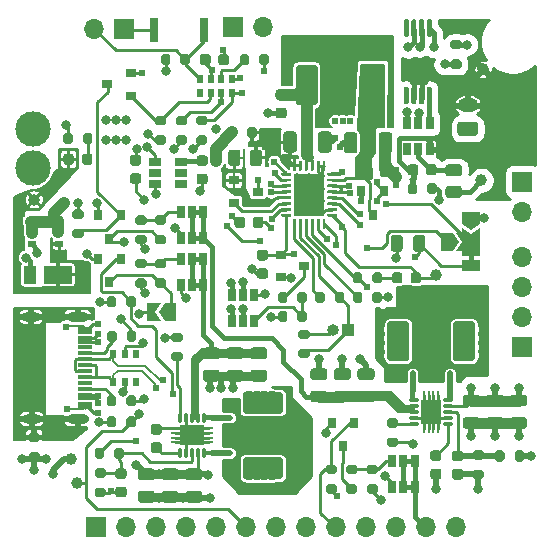
<source format=gbr>
G04 #@! TF.GenerationSoftware,KiCad,Pcbnew,(5.1.8)-1*
G04 #@! TF.CreationDate,2021-03-08T18:17:58+01:00*
G04 #@! TF.ProjectId,SuperPower-uC-KiCad,53757065-7250-46f7-9765-722d75432d4b,rev?*
G04 #@! TF.SameCoordinates,Original*
G04 #@! TF.FileFunction,Copper,L1,Top*
G04 #@! TF.FilePolarity,Positive*
%FSLAX46Y46*%
G04 Gerber Fmt 4.6, Leading zero omitted, Abs format (unit mm)*
G04 Created by KiCad (PCBNEW (5.1.8)-1) date 2021-03-08 18:17:58*
%MOMM*%
%LPD*%
G01*
G04 APERTURE LIST*
G04 #@! TA.AperFunction,EtchedComponent*
%ADD10C,0.100000*%
G04 #@! TD*
G04 #@! TA.AperFunction,SMDPad,CuDef*
%ADD11R,0.700000X0.250000*%
G04 #@! TD*
G04 #@! TA.AperFunction,SMDPad,CuDef*
%ADD12O,0.280000X0.850000*%
G04 #@! TD*
G04 #@! TA.AperFunction,SMDPad,CuDef*
%ADD13R,0.280000X0.280000*%
G04 #@! TD*
G04 #@! TA.AperFunction,ComponentPad*
%ADD14C,0.600000*%
G04 #@! TD*
G04 #@! TA.AperFunction,SMDPad,CuDef*
%ADD15R,2.150000X1.700000*%
G04 #@! TD*
G04 #@! TA.AperFunction,SMDPad,CuDef*
%ADD16R,0.900000X0.650000*%
G04 #@! TD*
G04 #@! TA.AperFunction,SMDPad,CuDef*
%ADD17R,0.600000X0.230000*%
G04 #@! TD*
G04 #@! TA.AperFunction,SMDPad,CuDef*
%ADD18R,0.250000X0.700000*%
G04 #@! TD*
G04 #@! TA.AperFunction,SMDPad,CuDef*
%ADD19O,0.850000X0.280000*%
G04 #@! TD*
G04 #@! TA.AperFunction,SMDPad,CuDef*
%ADD20R,1.700000X2.150000*%
G04 #@! TD*
G04 #@! TA.AperFunction,SMDPad,CuDef*
%ADD21R,0.650000X0.900000*%
G04 #@! TD*
G04 #@! TA.AperFunction,SMDPad,CuDef*
%ADD22R,0.230000X0.600000*%
G04 #@! TD*
G04 #@! TA.AperFunction,ComponentPad*
%ADD23O,1.600000X0.800000*%
G04 #@! TD*
G04 #@! TA.AperFunction,ComponentPad*
%ADD24O,1.900000X0.800000*%
G04 #@! TD*
G04 #@! TA.AperFunction,SMDPad,CuDef*
%ADD25R,1.150000X0.300000*%
G04 #@! TD*
G04 #@! TA.AperFunction,SMDPad,CuDef*
%ADD26R,0.800000X2.000000*%
G04 #@! TD*
G04 #@! TA.AperFunction,ComponentPad*
%ADD27O,1.700000X1.700000*%
G04 #@! TD*
G04 #@! TA.AperFunction,ComponentPad*
%ADD28R,1.700000X1.700000*%
G04 #@! TD*
G04 #@! TA.AperFunction,SMDPad,CuDef*
%ADD29C,1.000000*%
G04 #@! TD*
G04 #@! TA.AperFunction,ComponentPad*
%ADD30C,0.500000*%
G04 #@! TD*
G04 #@! TA.AperFunction,SMDPad,CuDef*
%ADD31R,2.650000X3.650000*%
G04 #@! TD*
G04 #@! TA.AperFunction,WasherPad*
%ADD32C,3.000000*%
G04 #@! TD*
G04 #@! TA.AperFunction,SMDPad,CuDef*
%ADD33R,0.700000X0.510000*%
G04 #@! TD*
G04 #@! TA.AperFunction,SMDPad,CuDef*
%ADD34R,0.900000X0.800000*%
G04 #@! TD*
G04 #@! TA.AperFunction,SMDPad,CuDef*
%ADD35R,0.800000X0.900000*%
G04 #@! TD*
G04 #@! TA.AperFunction,SMDPad,CuDef*
%ADD36R,1.060000X0.650000*%
G04 #@! TD*
G04 #@! TA.AperFunction,SMDPad,CuDef*
%ADD37C,0.100000*%
G04 #@! TD*
G04 #@! TA.AperFunction,ComponentPad*
%ADD38O,1.000000X1.000000*%
G04 #@! TD*
G04 #@! TA.AperFunction,ComponentPad*
%ADD39R,1.000000X1.000000*%
G04 #@! TD*
G04 #@! TA.AperFunction,SMDPad,CuDef*
%ADD40R,0.510000X0.700000*%
G04 #@! TD*
G04 #@! TA.AperFunction,SMDPad,CuDef*
%ADD41R,0.650000X1.060000*%
G04 #@! TD*
G04 #@! TA.AperFunction,SMDPad,CuDef*
%ADD42R,1.050000X1.500000*%
G04 #@! TD*
G04 #@! TA.AperFunction,SMDPad,CuDef*
%ADD43R,2.400000X1.500000*%
G04 #@! TD*
G04 #@! TA.AperFunction,SMDPad,CuDef*
%ADD44R,0.500000X0.800000*%
G04 #@! TD*
G04 #@! TA.AperFunction,ComponentPad*
%ADD45O,1.750000X1.200000*%
G04 #@! TD*
G04 #@! TA.AperFunction,ViaPad*
%ADD46C,0.800000*%
G04 #@! TD*
G04 #@! TA.AperFunction,ViaPad*
%ADD47C,0.610000*%
G04 #@! TD*
G04 #@! TA.AperFunction,ViaPad*
%ADD48C,0.500000*%
G04 #@! TD*
G04 #@! TA.AperFunction,Conductor*
%ADD49C,0.400000*%
G04 #@! TD*
G04 #@! TA.AperFunction,Conductor*
%ADD50C,0.250000*%
G04 #@! TD*
G04 #@! TA.AperFunction,Conductor*
%ADD51C,0.500000*%
G04 #@! TD*
G04 #@! TA.AperFunction,Conductor*
%ADD52C,0.200000*%
G04 #@! TD*
G04 #@! TA.AperFunction,Conductor*
%ADD53C,0.900000*%
G04 #@! TD*
G04 #@! TA.AperFunction,Conductor*
%ADD54C,0.800000*%
G04 #@! TD*
G04 #@! TA.AperFunction,Conductor*
%ADD55C,1.000000*%
G04 #@! TD*
G04 #@! TA.AperFunction,Conductor*
%ADD56C,0.280000*%
G04 #@! TD*
G04 #@! TA.AperFunction,Conductor*
%ADD57C,0.300000*%
G04 #@! TD*
G04 #@! TA.AperFunction,Conductor*
%ADD58C,0.254000*%
G04 #@! TD*
G04 #@! TA.AperFunction,Conductor*
%ADD59C,0.100000*%
G04 #@! TD*
G04 APERTURE END LIST*
D10*
G36*
X156796600Y-96321600D02*
G01*
X156796600Y-95621600D01*
X157146600Y-95621600D01*
X157146600Y-96321600D01*
X156796600Y-96321600D01*
G37*
X156796600Y-96321600D02*
X156796600Y-95621600D01*
X157146600Y-95621600D01*
X157146600Y-96321600D01*
X156796600Y-96321600D01*
D11*
X131914000Y-110400000D03*
X131914000Y-111600000D03*
X134764000Y-110400000D03*
X134764000Y-111600000D03*
D12*
X134339000Y-109525000D03*
X133839000Y-109525000D03*
D13*
X133339000Y-109240000D03*
D12*
X132839000Y-109525000D03*
D13*
X132339000Y-109240000D03*
D12*
X132339000Y-112475000D03*
X132839000Y-112475000D03*
D13*
X133339000Y-112760000D03*
X133839000Y-112760000D03*
X134339000Y-112760000D03*
D14*
X133339000Y-111000000D03*
X133839000Y-110500000D03*
X133839000Y-111500000D03*
X132839000Y-110500000D03*
X132839000Y-111500000D03*
D11*
X134764000Y-110800000D03*
X134764000Y-111200000D03*
X131914000Y-110800000D03*
X131914000Y-111200000D03*
D15*
X133339000Y-111000000D03*
D13*
X134339000Y-109240000D03*
X133839000Y-109240000D03*
D12*
X133339000Y-109525000D03*
D13*
X132839000Y-109240000D03*
D12*
X132339000Y-109525000D03*
D13*
X132339000Y-112760000D03*
X132839000Y-112760000D03*
D12*
X133339000Y-112475000D03*
X133839000Y-112475000D03*
X134339000Y-112475000D03*
D16*
X133899000Y-110565000D03*
X132779000Y-111435000D03*
X132779000Y-110565000D03*
X133899000Y-111435000D03*
D17*
X134764000Y-110400000D03*
X134764000Y-110800000D03*
X134764000Y-111200000D03*
X134764000Y-111600000D03*
X131914000Y-110400000D03*
X131914000Y-110800000D03*
X131914000Y-111200000D03*
X131914000Y-111600000D03*
D18*
X152989000Y-110440000D03*
X154189000Y-110440000D03*
X152989000Y-107590000D03*
X154189000Y-107590000D03*
D19*
X152114000Y-108015000D03*
X152114000Y-108515000D03*
D13*
X151829000Y-109015000D03*
D19*
X152114000Y-109515000D03*
D13*
X151829000Y-110015000D03*
D19*
X155064000Y-110015000D03*
X155064000Y-109515000D03*
D13*
X155349000Y-109015000D03*
X155349000Y-108515000D03*
X155349000Y-108015000D03*
D14*
X153589000Y-109015000D03*
X153089000Y-108515000D03*
X154089000Y-108515000D03*
X153089000Y-109515000D03*
X154089000Y-109515000D03*
D18*
X153389000Y-107590000D03*
X153789000Y-107590000D03*
X153389000Y-110440000D03*
X153789000Y-110440000D03*
D20*
X153589000Y-109015000D03*
D13*
X151829000Y-108015000D03*
X151829000Y-108515000D03*
D19*
X152114000Y-109015000D03*
D13*
X151829000Y-109515000D03*
D19*
X152114000Y-110015000D03*
D13*
X155349000Y-110015000D03*
X155349000Y-109515000D03*
D19*
X155064000Y-109015000D03*
X155064000Y-108515000D03*
X155064000Y-108015000D03*
D21*
X153154000Y-108455000D03*
X154024000Y-109575000D03*
X153154000Y-109575000D03*
X154024000Y-108455000D03*
D22*
X152989000Y-107590000D03*
X153389000Y-107590000D03*
X153789000Y-107590000D03*
X154189000Y-107590000D03*
X152989000Y-110440000D03*
X153389000Y-110440000D03*
X153789000Y-110440000D03*
X154189000Y-110440000D03*
G04 #@! TA.AperFunction,SMDPad,CuDef*
G36*
G01*
X136525000Y-105450000D02*
X137475000Y-105450000D01*
G75*
G02*
X137725000Y-105700000I0J-250000D01*
G01*
X137725000Y-106200000D01*
G75*
G02*
X137475000Y-106450000I-250000J0D01*
G01*
X136525000Y-106450000D01*
G75*
G02*
X136275000Y-106200000I0J250000D01*
G01*
X136275000Y-105700000D01*
G75*
G02*
X136525000Y-105450000I250000J0D01*
G01*
G37*
G04 #@! TD.AperFunction*
G04 #@! TA.AperFunction,SMDPad,CuDef*
G36*
G01*
X136525000Y-103550000D02*
X137475000Y-103550000D01*
G75*
G02*
X137725000Y-103800000I0J-250000D01*
G01*
X137725000Y-104300000D01*
G75*
G02*
X137475000Y-104550000I-250000J0D01*
G01*
X136525000Y-104550000D01*
G75*
G02*
X136275000Y-104300000I0J250000D01*
G01*
X136275000Y-103800000D01*
G75*
G02*
X136525000Y-103550000I250000J0D01*
G01*
G37*
G04 #@! TD.AperFunction*
G04 #@! TA.AperFunction,SMDPad,CuDef*
G36*
G01*
X138525000Y-105450000D02*
X139475000Y-105450000D01*
G75*
G02*
X139725000Y-105700000I0J-250000D01*
G01*
X139725000Y-106200000D01*
G75*
G02*
X139475000Y-106450000I-250000J0D01*
G01*
X138525000Y-106450000D01*
G75*
G02*
X138275000Y-106200000I0J250000D01*
G01*
X138275000Y-105700000D01*
G75*
G02*
X138525000Y-105450000I250000J0D01*
G01*
G37*
G04 #@! TD.AperFunction*
G04 #@! TA.AperFunction,SMDPad,CuDef*
G36*
G01*
X138525000Y-103550000D02*
X139475000Y-103550000D01*
G75*
G02*
X139725000Y-103800000I0J-250000D01*
G01*
X139725000Y-104300000D01*
G75*
G02*
X139475000Y-104550000I-250000J0D01*
G01*
X138525000Y-104550000D01*
G75*
G02*
X138275000Y-104300000I0J250000D01*
G01*
X138275000Y-103800000D01*
G75*
G02*
X138525000Y-103550000I250000J0D01*
G01*
G37*
G04 #@! TD.AperFunction*
G04 #@! TA.AperFunction,SMDPad,CuDef*
G36*
G01*
X134525000Y-105450000D02*
X135475000Y-105450000D01*
G75*
G02*
X135725000Y-105700000I0J-250000D01*
G01*
X135725000Y-106200000D01*
G75*
G02*
X135475000Y-106450000I-250000J0D01*
G01*
X134525000Y-106450000D01*
G75*
G02*
X134275000Y-106200000I0J250000D01*
G01*
X134275000Y-105700000D01*
G75*
G02*
X134525000Y-105450000I250000J0D01*
G01*
G37*
G04 #@! TD.AperFunction*
G04 #@! TA.AperFunction,SMDPad,CuDef*
G36*
G01*
X134525000Y-103550000D02*
X135475000Y-103550000D01*
G75*
G02*
X135725000Y-103800000I0J-250000D01*
G01*
X135725000Y-104300000D01*
G75*
G02*
X135475000Y-104550000I-250000J0D01*
G01*
X134525000Y-104550000D01*
G75*
G02*
X134275000Y-104300000I0J250000D01*
G01*
X134275000Y-103800000D01*
G75*
G02*
X134525000Y-103550000I250000J0D01*
G01*
G37*
G04 #@! TD.AperFunction*
G04 #@! TA.AperFunction,SMDPad,CuDef*
G36*
G01*
X130589000Y-110940000D02*
X130089000Y-110940000D01*
G75*
G02*
X129864000Y-110715000I0J225000D01*
G01*
X129864000Y-110265000D01*
G75*
G02*
X130089000Y-110040000I225000J0D01*
G01*
X130589000Y-110040000D01*
G75*
G02*
X130814000Y-110265000I0J-225000D01*
G01*
X130814000Y-110715000D01*
G75*
G02*
X130589000Y-110940000I-225000J0D01*
G01*
G37*
G04 #@! TD.AperFunction*
G04 #@! TA.AperFunction,SMDPad,CuDef*
G36*
G01*
X130589000Y-112490000D02*
X130089000Y-112490000D01*
G75*
G02*
X129864000Y-112265000I0J225000D01*
G01*
X129864000Y-111815000D01*
G75*
G02*
X130089000Y-111590000I225000J0D01*
G01*
X130589000Y-111590000D01*
G75*
G02*
X130814000Y-111815000I0J-225000D01*
G01*
X130814000Y-112265000D01*
G75*
G02*
X130589000Y-112490000I-225000J0D01*
G01*
G37*
G04 #@! TD.AperFunction*
G04 #@! TA.AperFunction,SMDPad,CuDef*
G36*
G01*
X127089000Y-115340000D02*
X127589000Y-115340000D01*
G75*
G02*
X127814000Y-115565000I0J-225000D01*
G01*
X127814000Y-116015000D01*
G75*
G02*
X127589000Y-116240000I-225000J0D01*
G01*
X127089000Y-116240000D01*
G75*
G02*
X126864000Y-116015000I0J225000D01*
G01*
X126864000Y-115565000D01*
G75*
G02*
X127089000Y-115340000I225000J0D01*
G01*
G37*
G04 #@! TD.AperFunction*
G04 #@! TA.AperFunction,SMDPad,CuDef*
G36*
G01*
X127089000Y-113790000D02*
X127589000Y-113790000D01*
G75*
G02*
X127814000Y-114015000I0J-225000D01*
G01*
X127814000Y-114465000D01*
G75*
G02*
X127589000Y-114690000I-225000J0D01*
G01*
X127089000Y-114690000D01*
G75*
G02*
X126864000Y-114465000I0J225000D01*
G01*
X126864000Y-114015000D01*
G75*
G02*
X127089000Y-113790000I225000J0D01*
G01*
G37*
G04 #@! TD.AperFunction*
G04 #@! TA.AperFunction,SMDPad,CuDef*
G36*
G01*
X129025000Y-115700000D02*
X129975000Y-115700000D01*
G75*
G02*
X130225000Y-115950000I0J-250000D01*
G01*
X130225000Y-116450000D01*
G75*
G02*
X129975000Y-116700000I-250000J0D01*
G01*
X129025000Y-116700000D01*
G75*
G02*
X128775000Y-116450000I0J250000D01*
G01*
X128775000Y-115950000D01*
G75*
G02*
X129025000Y-115700000I250000J0D01*
G01*
G37*
G04 #@! TD.AperFunction*
G04 #@! TA.AperFunction,SMDPad,CuDef*
G36*
G01*
X129025000Y-113800000D02*
X129975000Y-113800000D01*
G75*
G02*
X130225000Y-114050000I0J-250000D01*
G01*
X130225000Y-114550000D01*
G75*
G02*
X129975000Y-114800000I-250000J0D01*
G01*
X129025000Y-114800000D01*
G75*
G02*
X128775000Y-114550000I0J250000D01*
G01*
X128775000Y-114050000D01*
G75*
G02*
X129025000Y-113800000I250000J0D01*
G01*
G37*
G04 #@! TD.AperFunction*
G04 #@! TA.AperFunction,SMDPad,CuDef*
G36*
G01*
X131025000Y-115700000D02*
X131975000Y-115700000D01*
G75*
G02*
X132225000Y-115950000I0J-250000D01*
G01*
X132225000Y-116450000D01*
G75*
G02*
X131975000Y-116700000I-250000J0D01*
G01*
X131025000Y-116700000D01*
G75*
G02*
X130775000Y-116450000I0J250000D01*
G01*
X130775000Y-115950000D01*
G75*
G02*
X131025000Y-115700000I250000J0D01*
G01*
G37*
G04 #@! TD.AperFunction*
G04 #@! TA.AperFunction,SMDPad,CuDef*
G36*
G01*
X131025000Y-113800000D02*
X131975000Y-113800000D01*
G75*
G02*
X132225000Y-114050000I0J-250000D01*
G01*
X132225000Y-114550000D01*
G75*
G02*
X131975000Y-114800000I-250000J0D01*
G01*
X131025000Y-114800000D01*
G75*
G02*
X130775000Y-114550000I0J250000D01*
G01*
X130775000Y-114050000D01*
G75*
G02*
X131025000Y-113800000I250000J0D01*
G01*
G37*
G04 #@! TD.AperFunction*
G04 #@! TA.AperFunction,SMDPad,CuDef*
G36*
G01*
X133025000Y-115700000D02*
X133975000Y-115700000D01*
G75*
G02*
X134225000Y-115950000I0J-250000D01*
G01*
X134225000Y-116450000D01*
G75*
G02*
X133975000Y-116700000I-250000J0D01*
G01*
X133025000Y-116700000D01*
G75*
G02*
X132775000Y-116450000I0J250000D01*
G01*
X132775000Y-115950000D01*
G75*
G02*
X133025000Y-115700000I250000J0D01*
G01*
G37*
G04 #@! TD.AperFunction*
G04 #@! TA.AperFunction,SMDPad,CuDef*
G36*
G01*
X133025000Y-113800000D02*
X133975000Y-113800000D01*
G75*
G02*
X134225000Y-114050000I0J-250000D01*
G01*
X134225000Y-114550000D01*
G75*
G02*
X133975000Y-114800000I-250000J0D01*
G01*
X133025000Y-114800000D01*
G75*
G02*
X132775000Y-114550000I0J250000D01*
G01*
X132775000Y-114050000D01*
G75*
G02*
X133025000Y-113800000I250000J0D01*
G01*
G37*
G04 #@! TD.AperFunction*
G04 #@! TA.AperFunction,SMDPad,CuDef*
G36*
G01*
X155589000Y-113840000D02*
X156089000Y-113840000D01*
G75*
G02*
X156314000Y-114065000I0J-225000D01*
G01*
X156314000Y-114515000D01*
G75*
G02*
X156089000Y-114740000I-225000J0D01*
G01*
X155589000Y-114740000D01*
G75*
G02*
X155364000Y-114515000I0J225000D01*
G01*
X155364000Y-114065000D01*
G75*
G02*
X155589000Y-113840000I225000J0D01*
G01*
G37*
G04 #@! TD.AperFunction*
G04 #@! TA.AperFunction,SMDPad,CuDef*
G36*
G01*
X155589000Y-112290000D02*
X156089000Y-112290000D01*
G75*
G02*
X156314000Y-112515000I0J-225000D01*
G01*
X156314000Y-112965000D01*
G75*
G02*
X156089000Y-113190000I-225000J0D01*
G01*
X155589000Y-113190000D01*
G75*
G02*
X155364000Y-112965000I0J225000D01*
G01*
X155364000Y-112515000D01*
G75*
G02*
X155589000Y-112290000I225000J0D01*
G01*
G37*
G04 #@! TD.AperFunction*
G04 #@! TA.AperFunction,SMDPad,CuDef*
G36*
G01*
X146564000Y-106315000D02*
X145614000Y-106315000D01*
G75*
G02*
X145364000Y-106065000I0J250000D01*
G01*
X145364000Y-105565000D01*
G75*
G02*
X145614000Y-105315000I250000J0D01*
G01*
X146564000Y-105315000D01*
G75*
G02*
X146814000Y-105565000I0J-250000D01*
G01*
X146814000Y-106065000D01*
G75*
G02*
X146564000Y-106315000I-250000J0D01*
G01*
G37*
G04 #@! TD.AperFunction*
G04 #@! TA.AperFunction,SMDPad,CuDef*
G36*
G01*
X146564000Y-108215000D02*
X145614000Y-108215000D01*
G75*
G02*
X145364000Y-107965000I0J250000D01*
G01*
X145364000Y-107465000D01*
G75*
G02*
X145614000Y-107215000I250000J0D01*
G01*
X146564000Y-107215000D01*
G75*
G02*
X146814000Y-107465000I0J-250000D01*
G01*
X146814000Y-107965000D01*
G75*
G02*
X146564000Y-108215000I-250000J0D01*
G01*
G37*
G04 #@! TD.AperFunction*
G04 #@! TA.AperFunction,SMDPad,CuDef*
G36*
G01*
X144564000Y-106315000D02*
X143614000Y-106315000D01*
G75*
G02*
X143364000Y-106065000I0J250000D01*
G01*
X143364000Y-105565000D01*
G75*
G02*
X143614000Y-105315000I250000J0D01*
G01*
X144564000Y-105315000D01*
G75*
G02*
X144814000Y-105565000I0J-250000D01*
G01*
X144814000Y-106065000D01*
G75*
G02*
X144564000Y-106315000I-250000J0D01*
G01*
G37*
G04 #@! TD.AperFunction*
G04 #@! TA.AperFunction,SMDPad,CuDef*
G36*
G01*
X144564000Y-108215000D02*
X143614000Y-108215000D01*
G75*
G02*
X143364000Y-107965000I0J250000D01*
G01*
X143364000Y-107465000D01*
G75*
G02*
X143614000Y-107215000I250000J0D01*
G01*
X144564000Y-107215000D01*
G75*
G02*
X144814000Y-107465000I0J-250000D01*
G01*
X144814000Y-107965000D01*
G75*
G02*
X144564000Y-108215000I-250000J0D01*
G01*
G37*
G04 #@! TD.AperFunction*
G04 #@! TA.AperFunction,SMDPad,CuDef*
G36*
G01*
X148564000Y-106315000D02*
X147614000Y-106315000D01*
G75*
G02*
X147364000Y-106065000I0J250000D01*
G01*
X147364000Y-105565000D01*
G75*
G02*
X147614000Y-105315000I250000J0D01*
G01*
X148564000Y-105315000D01*
G75*
G02*
X148814000Y-105565000I0J-250000D01*
G01*
X148814000Y-106065000D01*
G75*
G02*
X148564000Y-106315000I-250000J0D01*
G01*
G37*
G04 #@! TD.AperFunction*
G04 #@! TA.AperFunction,SMDPad,CuDef*
G36*
G01*
X148564000Y-108215000D02*
X147614000Y-108215000D01*
G75*
G02*
X147364000Y-107965000I0J250000D01*
G01*
X147364000Y-107465000D01*
G75*
G02*
X147614000Y-107215000I250000J0D01*
G01*
X148564000Y-107215000D01*
G75*
G02*
X148814000Y-107465000I0J-250000D01*
G01*
X148814000Y-107965000D01*
G75*
G02*
X148564000Y-108215000I-250000J0D01*
G01*
G37*
G04 #@! TD.AperFunction*
G04 #@! TA.AperFunction,SMDPad,CuDef*
G36*
G01*
X160525000Y-109450000D02*
X161475000Y-109450000D01*
G75*
G02*
X161725000Y-109700000I0J-250000D01*
G01*
X161725000Y-110200000D01*
G75*
G02*
X161475000Y-110450000I-250000J0D01*
G01*
X160525000Y-110450000D01*
G75*
G02*
X160275000Y-110200000I0J250000D01*
G01*
X160275000Y-109700000D01*
G75*
G02*
X160525000Y-109450000I250000J0D01*
G01*
G37*
G04 #@! TD.AperFunction*
G04 #@! TA.AperFunction,SMDPad,CuDef*
G36*
G01*
X160525000Y-107550000D02*
X161475000Y-107550000D01*
G75*
G02*
X161725000Y-107800000I0J-250000D01*
G01*
X161725000Y-108300000D01*
G75*
G02*
X161475000Y-108550000I-250000J0D01*
G01*
X160525000Y-108550000D01*
G75*
G02*
X160275000Y-108300000I0J250000D01*
G01*
X160275000Y-107800000D01*
G75*
G02*
X160525000Y-107550000I250000J0D01*
G01*
G37*
G04 #@! TD.AperFunction*
G04 #@! TA.AperFunction,SMDPad,CuDef*
G36*
G01*
X158525000Y-109450000D02*
X159475000Y-109450000D01*
G75*
G02*
X159725000Y-109700000I0J-250000D01*
G01*
X159725000Y-110200000D01*
G75*
G02*
X159475000Y-110450000I-250000J0D01*
G01*
X158525000Y-110450000D01*
G75*
G02*
X158275000Y-110200000I0J250000D01*
G01*
X158275000Y-109700000D01*
G75*
G02*
X158525000Y-109450000I250000J0D01*
G01*
G37*
G04 #@! TD.AperFunction*
G04 #@! TA.AperFunction,SMDPad,CuDef*
G36*
G01*
X158525000Y-107550000D02*
X159475000Y-107550000D01*
G75*
G02*
X159725000Y-107800000I0J-250000D01*
G01*
X159725000Y-108300000D01*
G75*
G02*
X159475000Y-108550000I-250000J0D01*
G01*
X158525000Y-108550000D01*
G75*
G02*
X158275000Y-108300000I0J250000D01*
G01*
X158275000Y-107800000D01*
G75*
G02*
X158525000Y-107550000I250000J0D01*
G01*
G37*
G04 #@! TD.AperFunction*
G04 #@! TA.AperFunction,SMDPad,CuDef*
G36*
G01*
X156525000Y-109450000D02*
X157475000Y-109450000D01*
G75*
G02*
X157725000Y-109700000I0J-250000D01*
G01*
X157725000Y-110200000D01*
G75*
G02*
X157475000Y-110450000I-250000J0D01*
G01*
X156525000Y-110450000D01*
G75*
G02*
X156275000Y-110200000I0J250000D01*
G01*
X156275000Y-109700000D01*
G75*
G02*
X156525000Y-109450000I250000J0D01*
G01*
G37*
G04 #@! TD.AperFunction*
G04 #@! TA.AperFunction,SMDPad,CuDef*
G36*
G01*
X156525000Y-107550000D02*
X157475000Y-107550000D01*
G75*
G02*
X157725000Y-107800000I0J-250000D01*
G01*
X157725000Y-108300000D01*
G75*
G02*
X157475000Y-108550000I-250000J0D01*
G01*
X156525000Y-108550000D01*
G75*
G02*
X156275000Y-108300000I0J250000D01*
G01*
X156275000Y-107800000D01*
G75*
G02*
X156525000Y-107550000I250000J0D01*
G01*
G37*
G04 #@! TD.AperFunction*
D23*
X119731000Y-100958400D03*
X119781000Y-109608400D03*
D24*
X123681000Y-100958400D03*
X123681000Y-109608400D03*
D25*
X124307600Y-106059510D03*
X124307600Y-103555800D03*
X124307600Y-104056542D03*
X124307600Y-104557284D03*
X124307600Y-105058026D03*
X124307600Y-105558768D03*
X124307600Y-106560252D03*
X124307600Y-107061000D03*
X124307600Y-107543600D03*
X124307600Y-107848400D03*
X124307600Y-108343700D03*
X124307600Y-108635800D03*
X124307600Y-103060500D03*
X124307600Y-102755700D03*
X124307600Y-102260400D03*
X124307600Y-101955600D03*
G04 #@! TA.AperFunction,SMDPad,CuDef*
G36*
G01*
X142159500Y-82858500D02*
X142159500Y-79828500D01*
G75*
G02*
X142344500Y-79643500I185000J0D01*
G01*
X143824500Y-79643500D01*
G75*
G02*
X144009500Y-79828500I0J-185000D01*
G01*
X144009500Y-82858500D01*
G75*
G02*
X143824500Y-83043500I-185000J0D01*
G01*
X142344500Y-83043500D01*
G75*
G02*
X142159500Y-82858500I0J185000D01*
G01*
G37*
G04 #@! TD.AperFunction*
G04 #@! TA.AperFunction,SMDPad,CuDef*
G36*
G01*
X147709500Y-82858500D02*
X147709500Y-79828500D01*
G75*
G02*
X147894500Y-79643500I185000J0D01*
G01*
X149374500Y-79643500D01*
G75*
G02*
X149559500Y-79828500I0J-185000D01*
G01*
X149559500Y-82858500D01*
G75*
G02*
X149374500Y-83043500I-185000J0D01*
G01*
X147894500Y-83043500D01*
G75*
G02*
X147709500Y-82858500I0J185000D01*
G01*
G37*
G04 #@! TD.AperFunction*
D26*
X134366000Y-76708000D03*
X130175000Y-76708000D03*
D27*
X161290000Y-95885000D03*
X161290000Y-98425000D03*
X161290000Y-100965000D03*
D28*
X161290000Y-103505000D03*
D29*
X120015000Y-91059000D03*
X157988000Y-80010000D03*
X154051000Y-97409000D03*
X123589000Y-115015000D03*
X123089000Y-113015000D03*
X157861000Y-89408000D03*
D30*
X144356400Y-92202200D03*
X143281400Y-92202200D03*
X142206400Y-92202200D03*
X144356400Y-91152200D03*
X143281400Y-91152200D03*
X142206400Y-91152200D03*
X144356400Y-90102200D03*
X143281400Y-90102200D03*
X142206400Y-90102200D03*
X144356400Y-89052200D03*
X143281400Y-89052200D03*
X142206400Y-89052200D03*
D31*
X143281400Y-90627200D03*
G04 #@! TA.AperFunction,SMDPad,CuDef*
G36*
G01*
X141906400Y-88539700D02*
X141906400Y-87814700D01*
G75*
G02*
X141968900Y-87752200I62500J0D01*
G01*
X142093900Y-87752200D01*
G75*
G02*
X142156400Y-87814700I0J-62500D01*
G01*
X142156400Y-88539700D01*
G75*
G02*
X142093900Y-88602200I-62500J0D01*
G01*
X141968900Y-88602200D01*
G75*
G02*
X141906400Y-88539700I0J62500D01*
G01*
G37*
G04 #@! TD.AperFunction*
G04 #@! TA.AperFunction,SMDPad,CuDef*
G36*
G01*
X142406400Y-88539700D02*
X142406400Y-87814700D01*
G75*
G02*
X142468900Y-87752200I62500J0D01*
G01*
X142593900Y-87752200D01*
G75*
G02*
X142656400Y-87814700I0J-62500D01*
G01*
X142656400Y-88539700D01*
G75*
G02*
X142593900Y-88602200I-62500J0D01*
G01*
X142468900Y-88602200D01*
G75*
G02*
X142406400Y-88539700I0J62500D01*
G01*
G37*
G04 #@! TD.AperFunction*
G04 #@! TA.AperFunction,SMDPad,CuDef*
G36*
G01*
X142906400Y-88539700D02*
X142906400Y-87814700D01*
G75*
G02*
X142968900Y-87752200I62500J0D01*
G01*
X143093900Y-87752200D01*
G75*
G02*
X143156400Y-87814700I0J-62500D01*
G01*
X143156400Y-88539700D01*
G75*
G02*
X143093900Y-88602200I-62500J0D01*
G01*
X142968900Y-88602200D01*
G75*
G02*
X142906400Y-88539700I0J62500D01*
G01*
G37*
G04 #@! TD.AperFunction*
G04 #@! TA.AperFunction,SMDPad,CuDef*
G36*
G01*
X143406400Y-88539700D02*
X143406400Y-87814700D01*
G75*
G02*
X143468900Y-87752200I62500J0D01*
G01*
X143593900Y-87752200D01*
G75*
G02*
X143656400Y-87814700I0J-62500D01*
G01*
X143656400Y-88539700D01*
G75*
G02*
X143593900Y-88602200I-62500J0D01*
G01*
X143468900Y-88602200D01*
G75*
G02*
X143406400Y-88539700I0J62500D01*
G01*
G37*
G04 #@! TD.AperFunction*
G04 #@! TA.AperFunction,SMDPad,CuDef*
G36*
G01*
X143906400Y-88539700D02*
X143906400Y-87814700D01*
G75*
G02*
X143968900Y-87752200I62500J0D01*
G01*
X144093900Y-87752200D01*
G75*
G02*
X144156400Y-87814700I0J-62500D01*
G01*
X144156400Y-88539700D01*
G75*
G02*
X144093900Y-88602200I-62500J0D01*
G01*
X143968900Y-88602200D01*
G75*
G02*
X143906400Y-88539700I0J62500D01*
G01*
G37*
G04 #@! TD.AperFunction*
G04 #@! TA.AperFunction,SMDPad,CuDef*
G36*
G01*
X144406400Y-88539700D02*
X144406400Y-87814700D01*
G75*
G02*
X144468900Y-87752200I62500J0D01*
G01*
X144593900Y-87752200D01*
G75*
G02*
X144656400Y-87814700I0J-62500D01*
G01*
X144656400Y-88539700D01*
G75*
G02*
X144593900Y-88602200I-62500J0D01*
G01*
X144468900Y-88602200D01*
G75*
G02*
X144406400Y-88539700I0J62500D01*
G01*
G37*
G04 #@! TD.AperFunction*
G04 #@! TA.AperFunction,SMDPad,CuDef*
G36*
G01*
X144806400Y-88939700D02*
X144806400Y-88814700D01*
G75*
G02*
X144868900Y-88752200I62500J0D01*
G01*
X145593900Y-88752200D01*
G75*
G02*
X145656400Y-88814700I0J-62500D01*
G01*
X145656400Y-88939700D01*
G75*
G02*
X145593900Y-89002200I-62500J0D01*
G01*
X144868900Y-89002200D01*
G75*
G02*
X144806400Y-88939700I0J62500D01*
G01*
G37*
G04 #@! TD.AperFunction*
G04 #@! TA.AperFunction,SMDPad,CuDef*
G36*
G01*
X144806400Y-89439700D02*
X144806400Y-89314700D01*
G75*
G02*
X144868900Y-89252200I62500J0D01*
G01*
X145593900Y-89252200D01*
G75*
G02*
X145656400Y-89314700I0J-62500D01*
G01*
X145656400Y-89439700D01*
G75*
G02*
X145593900Y-89502200I-62500J0D01*
G01*
X144868900Y-89502200D01*
G75*
G02*
X144806400Y-89439700I0J62500D01*
G01*
G37*
G04 #@! TD.AperFunction*
G04 #@! TA.AperFunction,SMDPad,CuDef*
G36*
G01*
X144806400Y-89939700D02*
X144806400Y-89814700D01*
G75*
G02*
X144868900Y-89752200I62500J0D01*
G01*
X145593900Y-89752200D01*
G75*
G02*
X145656400Y-89814700I0J-62500D01*
G01*
X145656400Y-89939700D01*
G75*
G02*
X145593900Y-90002200I-62500J0D01*
G01*
X144868900Y-90002200D01*
G75*
G02*
X144806400Y-89939700I0J62500D01*
G01*
G37*
G04 #@! TD.AperFunction*
G04 #@! TA.AperFunction,SMDPad,CuDef*
G36*
G01*
X144806400Y-90439700D02*
X144806400Y-90314700D01*
G75*
G02*
X144868900Y-90252200I62500J0D01*
G01*
X145593900Y-90252200D01*
G75*
G02*
X145656400Y-90314700I0J-62500D01*
G01*
X145656400Y-90439700D01*
G75*
G02*
X145593900Y-90502200I-62500J0D01*
G01*
X144868900Y-90502200D01*
G75*
G02*
X144806400Y-90439700I0J62500D01*
G01*
G37*
G04 #@! TD.AperFunction*
G04 #@! TA.AperFunction,SMDPad,CuDef*
G36*
G01*
X144806400Y-90939700D02*
X144806400Y-90814700D01*
G75*
G02*
X144868900Y-90752200I62500J0D01*
G01*
X145593900Y-90752200D01*
G75*
G02*
X145656400Y-90814700I0J-62500D01*
G01*
X145656400Y-90939700D01*
G75*
G02*
X145593900Y-91002200I-62500J0D01*
G01*
X144868900Y-91002200D01*
G75*
G02*
X144806400Y-90939700I0J62500D01*
G01*
G37*
G04 #@! TD.AperFunction*
G04 #@! TA.AperFunction,SMDPad,CuDef*
G36*
G01*
X144806400Y-91439700D02*
X144806400Y-91314700D01*
G75*
G02*
X144868900Y-91252200I62500J0D01*
G01*
X145593900Y-91252200D01*
G75*
G02*
X145656400Y-91314700I0J-62500D01*
G01*
X145656400Y-91439700D01*
G75*
G02*
X145593900Y-91502200I-62500J0D01*
G01*
X144868900Y-91502200D01*
G75*
G02*
X144806400Y-91439700I0J62500D01*
G01*
G37*
G04 #@! TD.AperFunction*
G04 #@! TA.AperFunction,SMDPad,CuDef*
G36*
G01*
X144806400Y-91939700D02*
X144806400Y-91814700D01*
G75*
G02*
X144868900Y-91752200I62500J0D01*
G01*
X145593900Y-91752200D01*
G75*
G02*
X145656400Y-91814700I0J-62500D01*
G01*
X145656400Y-91939700D01*
G75*
G02*
X145593900Y-92002200I-62500J0D01*
G01*
X144868900Y-92002200D01*
G75*
G02*
X144806400Y-91939700I0J62500D01*
G01*
G37*
G04 #@! TD.AperFunction*
G04 #@! TA.AperFunction,SMDPad,CuDef*
G36*
G01*
X144806400Y-92439700D02*
X144806400Y-92314700D01*
G75*
G02*
X144868900Y-92252200I62500J0D01*
G01*
X145593900Y-92252200D01*
G75*
G02*
X145656400Y-92314700I0J-62500D01*
G01*
X145656400Y-92439700D01*
G75*
G02*
X145593900Y-92502200I-62500J0D01*
G01*
X144868900Y-92502200D01*
G75*
G02*
X144806400Y-92439700I0J62500D01*
G01*
G37*
G04 #@! TD.AperFunction*
G04 #@! TA.AperFunction,SMDPad,CuDef*
G36*
G01*
X144406400Y-93439700D02*
X144406400Y-92714700D01*
G75*
G02*
X144468900Y-92652200I62500J0D01*
G01*
X144593900Y-92652200D01*
G75*
G02*
X144656400Y-92714700I0J-62500D01*
G01*
X144656400Y-93439700D01*
G75*
G02*
X144593900Y-93502200I-62500J0D01*
G01*
X144468900Y-93502200D01*
G75*
G02*
X144406400Y-93439700I0J62500D01*
G01*
G37*
G04 #@! TD.AperFunction*
G04 #@! TA.AperFunction,SMDPad,CuDef*
G36*
G01*
X143906400Y-93439700D02*
X143906400Y-92714700D01*
G75*
G02*
X143968900Y-92652200I62500J0D01*
G01*
X144093900Y-92652200D01*
G75*
G02*
X144156400Y-92714700I0J-62500D01*
G01*
X144156400Y-93439700D01*
G75*
G02*
X144093900Y-93502200I-62500J0D01*
G01*
X143968900Y-93502200D01*
G75*
G02*
X143906400Y-93439700I0J62500D01*
G01*
G37*
G04 #@! TD.AperFunction*
G04 #@! TA.AperFunction,SMDPad,CuDef*
G36*
G01*
X143406400Y-93439700D02*
X143406400Y-92714700D01*
G75*
G02*
X143468900Y-92652200I62500J0D01*
G01*
X143593900Y-92652200D01*
G75*
G02*
X143656400Y-92714700I0J-62500D01*
G01*
X143656400Y-93439700D01*
G75*
G02*
X143593900Y-93502200I-62500J0D01*
G01*
X143468900Y-93502200D01*
G75*
G02*
X143406400Y-93439700I0J62500D01*
G01*
G37*
G04 #@! TD.AperFunction*
G04 #@! TA.AperFunction,SMDPad,CuDef*
G36*
G01*
X142906400Y-93439700D02*
X142906400Y-92714700D01*
G75*
G02*
X142968900Y-92652200I62500J0D01*
G01*
X143093900Y-92652200D01*
G75*
G02*
X143156400Y-92714700I0J-62500D01*
G01*
X143156400Y-93439700D01*
G75*
G02*
X143093900Y-93502200I-62500J0D01*
G01*
X142968900Y-93502200D01*
G75*
G02*
X142906400Y-93439700I0J62500D01*
G01*
G37*
G04 #@! TD.AperFunction*
G04 #@! TA.AperFunction,SMDPad,CuDef*
G36*
G01*
X142406400Y-93439700D02*
X142406400Y-92714700D01*
G75*
G02*
X142468900Y-92652200I62500J0D01*
G01*
X142593900Y-92652200D01*
G75*
G02*
X142656400Y-92714700I0J-62500D01*
G01*
X142656400Y-93439700D01*
G75*
G02*
X142593900Y-93502200I-62500J0D01*
G01*
X142468900Y-93502200D01*
G75*
G02*
X142406400Y-93439700I0J62500D01*
G01*
G37*
G04 #@! TD.AperFunction*
G04 #@! TA.AperFunction,SMDPad,CuDef*
G36*
G01*
X141906400Y-93439700D02*
X141906400Y-92714700D01*
G75*
G02*
X141968900Y-92652200I62500J0D01*
G01*
X142093900Y-92652200D01*
G75*
G02*
X142156400Y-92714700I0J-62500D01*
G01*
X142156400Y-93439700D01*
G75*
G02*
X142093900Y-93502200I-62500J0D01*
G01*
X141968900Y-93502200D01*
G75*
G02*
X141906400Y-93439700I0J62500D01*
G01*
G37*
G04 #@! TD.AperFunction*
G04 #@! TA.AperFunction,SMDPad,CuDef*
G36*
G01*
X140906400Y-92439700D02*
X140906400Y-92314700D01*
G75*
G02*
X140968900Y-92252200I62500J0D01*
G01*
X141693900Y-92252200D01*
G75*
G02*
X141756400Y-92314700I0J-62500D01*
G01*
X141756400Y-92439700D01*
G75*
G02*
X141693900Y-92502200I-62500J0D01*
G01*
X140968900Y-92502200D01*
G75*
G02*
X140906400Y-92439700I0J62500D01*
G01*
G37*
G04 #@! TD.AperFunction*
G04 #@! TA.AperFunction,SMDPad,CuDef*
G36*
G01*
X140906400Y-91939700D02*
X140906400Y-91814700D01*
G75*
G02*
X140968900Y-91752200I62500J0D01*
G01*
X141693900Y-91752200D01*
G75*
G02*
X141756400Y-91814700I0J-62500D01*
G01*
X141756400Y-91939700D01*
G75*
G02*
X141693900Y-92002200I-62500J0D01*
G01*
X140968900Y-92002200D01*
G75*
G02*
X140906400Y-91939700I0J62500D01*
G01*
G37*
G04 #@! TD.AperFunction*
G04 #@! TA.AperFunction,SMDPad,CuDef*
G36*
G01*
X140906400Y-91439700D02*
X140906400Y-91314700D01*
G75*
G02*
X140968900Y-91252200I62500J0D01*
G01*
X141693900Y-91252200D01*
G75*
G02*
X141756400Y-91314700I0J-62500D01*
G01*
X141756400Y-91439700D01*
G75*
G02*
X141693900Y-91502200I-62500J0D01*
G01*
X140968900Y-91502200D01*
G75*
G02*
X140906400Y-91439700I0J62500D01*
G01*
G37*
G04 #@! TD.AperFunction*
G04 #@! TA.AperFunction,SMDPad,CuDef*
G36*
G01*
X140906400Y-90939700D02*
X140906400Y-90814700D01*
G75*
G02*
X140968900Y-90752200I62500J0D01*
G01*
X141693900Y-90752200D01*
G75*
G02*
X141756400Y-90814700I0J-62500D01*
G01*
X141756400Y-90939700D01*
G75*
G02*
X141693900Y-91002200I-62500J0D01*
G01*
X140968900Y-91002200D01*
G75*
G02*
X140906400Y-90939700I0J62500D01*
G01*
G37*
G04 #@! TD.AperFunction*
G04 #@! TA.AperFunction,SMDPad,CuDef*
G36*
G01*
X140906400Y-90439700D02*
X140906400Y-90314700D01*
G75*
G02*
X140968900Y-90252200I62500J0D01*
G01*
X141693900Y-90252200D01*
G75*
G02*
X141756400Y-90314700I0J-62500D01*
G01*
X141756400Y-90439700D01*
G75*
G02*
X141693900Y-90502200I-62500J0D01*
G01*
X140968900Y-90502200D01*
G75*
G02*
X140906400Y-90439700I0J62500D01*
G01*
G37*
G04 #@! TD.AperFunction*
G04 #@! TA.AperFunction,SMDPad,CuDef*
G36*
G01*
X140906400Y-89939700D02*
X140906400Y-89814700D01*
G75*
G02*
X140968900Y-89752200I62500J0D01*
G01*
X141693900Y-89752200D01*
G75*
G02*
X141756400Y-89814700I0J-62500D01*
G01*
X141756400Y-89939700D01*
G75*
G02*
X141693900Y-90002200I-62500J0D01*
G01*
X140968900Y-90002200D01*
G75*
G02*
X140906400Y-89939700I0J62500D01*
G01*
G37*
G04 #@! TD.AperFunction*
G04 #@! TA.AperFunction,SMDPad,CuDef*
G36*
G01*
X140906400Y-89439700D02*
X140906400Y-89314700D01*
G75*
G02*
X140968900Y-89252200I62500J0D01*
G01*
X141693900Y-89252200D01*
G75*
G02*
X141756400Y-89314700I0J-62500D01*
G01*
X141756400Y-89439700D01*
G75*
G02*
X141693900Y-89502200I-62500J0D01*
G01*
X140968900Y-89502200D01*
G75*
G02*
X140906400Y-89439700I0J62500D01*
G01*
G37*
G04 #@! TD.AperFunction*
G04 #@! TA.AperFunction,SMDPad,CuDef*
G36*
G01*
X140906400Y-88939700D02*
X140906400Y-88814700D01*
G75*
G02*
X140968900Y-88752200I62500J0D01*
G01*
X141693900Y-88752200D01*
G75*
G02*
X141756400Y-88814700I0J-62500D01*
G01*
X141756400Y-88939700D01*
G75*
G02*
X141693900Y-89002200I-62500J0D01*
G01*
X140968900Y-89002200D01*
G75*
G02*
X140906400Y-88939700I0J62500D01*
G01*
G37*
G04 #@! TD.AperFunction*
D32*
X119888000Y-85090000D03*
X119888000Y-88392000D03*
D33*
X122127500Y-92903000D03*
X122127500Y-93853000D03*
X122127500Y-94803000D03*
X119807500Y-94803000D03*
X119807500Y-93853000D03*
X119807500Y-92903000D03*
D27*
X155702000Y-118745000D03*
X153162000Y-118745000D03*
X150622000Y-118745000D03*
X148082000Y-118745000D03*
X145542000Y-118745000D03*
X143002000Y-118745000D03*
X140462000Y-118745000D03*
X137922000Y-118745000D03*
X135382000Y-118745000D03*
X132842000Y-118745000D03*
X130302000Y-118745000D03*
X127762000Y-118745000D03*
D28*
X125222000Y-118745000D03*
D34*
X126190500Y-81280000D03*
X128190500Y-80330000D03*
X128190500Y-82230000D03*
D35*
X148653500Y-92313000D03*
X147703500Y-90313000D03*
X149603500Y-90313000D03*
D34*
X138922000Y-90360500D03*
X136922000Y-91310500D03*
X136922000Y-89410500D03*
D36*
X132418000Y-88773000D03*
X132418000Y-87823000D03*
X132418000Y-89723000D03*
X130218000Y-89723000D03*
X130218000Y-88773000D03*
X130218000Y-87823000D03*
G04 #@! TA.AperFunction,SMDPad,CuDef*
G36*
G01*
X145436000Y-114281400D02*
X144886000Y-114281400D01*
G75*
G02*
X144686000Y-114081400I0J200000D01*
G01*
X144686000Y-113681400D01*
G75*
G02*
X144886000Y-113481400I200000J0D01*
G01*
X145436000Y-113481400D01*
G75*
G02*
X145636000Y-113681400I0J-200000D01*
G01*
X145636000Y-114081400D01*
G75*
G02*
X145436000Y-114281400I-200000J0D01*
G01*
G37*
G04 #@! TD.AperFunction*
G04 #@! TA.AperFunction,SMDPad,CuDef*
G36*
G01*
X145436000Y-115931400D02*
X144886000Y-115931400D01*
G75*
G02*
X144686000Y-115731400I0J200000D01*
G01*
X144686000Y-115331400D01*
G75*
G02*
X144886000Y-115131400I200000J0D01*
G01*
X145436000Y-115131400D01*
G75*
G02*
X145636000Y-115331400I0J-200000D01*
G01*
X145636000Y-115731400D01*
G75*
G02*
X145436000Y-115931400I-200000J0D01*
G01*
G37*
G04 #@! TD.AperFunction*
G04 #@! TA.AperFunction,SMDPad,CuDef*
D37*
G36*
X155946600Y-94621600D02*
G01*
X155446600Y-95371600D01*
X154446600Y-95371600D01*
X154446600Y-93871600D01*
X155446600Y-93871600D01*
X155946600Y-94621600D01*
G37*
G04 #@! TD.AperFunction*
G04 #@! TA.AperFunction,SMDPad,CuDef*
G36*
X156946600Y-93621600D02*
G01*
X156196600Y-93121600D01*
X156196600Y-92121600D01*
X157696600Y-92121600D01*
X157696600Y-93121600D01*
X156946600Y-93621600D01*
G37*
G04 #@! TD.AperFunction*
G04 #@! TA.AperFunction,SMDPad,CuDef*
G36*
X156196600Y-97121600D02*
G01*
X156196600Y-96121600D01*
X157696600Y-96121600D01*
X157696600Y-97121600D01*
X156196600Y-97121600D01*
G37*
G04 #@! TD.AperFunction*
G04 #@! TA.AperFunction,SMDPad,CuDef*
G36*
X156196600Y-95821600D02*
G01*
X156196600Y-95371600D01*
X155746600Y-95371600D01*
X156246600Y-94621600D01*
X155746600Y-93871600D01*
X156196600Y-93871600D01*
X156196600Y-93421600D01*
X156946600Y-93921600D01*
X157696600Y-93421600D01*
X157696600Y-95821600D01*
X156196600Y-95821600D01*
G37*
G04 #@! TD.AperFunction*
D34*
X142859000Y-96647000D03*
X140859000Y-97597000D03*
X140859000Y-95697000D03*
D27*
X161290000Y-92075000D03*
D28*
X161290000Y-89535000D03*
D38*
X145288000Y-102108000D03*
D39*
X146558000Y-102108000D03*
G04 #@! TA.AperFunction,SMDPad,CuDef*
G36*
G01*
X141079000Y-86819501D02*
X141079000Y-85519499D01*
G75*
G02*
X141328999Y-85269500I249999J0D01*
G01*
X141979001Y-85269500D01*
G75*
G02*
X142229000Y-85519499I0J-249999D01*
G01*
X142229000Y-86819501D01*
G75*
G02*
X141979001Y-87069500I-249999J0D01*
G01*
X141328999Y-87069500D01*
G75*
G02*
X141079000Y-86819501I0J249999D01*
G01*
G37*
G04 #@! TD.AperFunction*
G04 #@! TA.AperFunction,SMDPad,CuDef*
G36*
G01*
X144029000Y-86819501D02*
X144029000Y-85519499D01*
G75*
G02*
X144278999Y-85269500I249999J0D01*
G01*
X144929001Y-85269500D01*
G75*
G02*
X145179000Y-85519499I0J-249999D01*
G01*
X145179000Y-86819501D01*
G75*
G02*
X144929001Y-87069500I-249999J0D01*
G01*
X144278999Y-87069500D01*
G75*
G02*
X144029000Y-86819501I0J249999D01*
G01*
G37*
G04 #@! TD.AperFunction*
D40*
X126697700Y-104148400D03*
X127647700Y-104148400D03*
X128597700Y-104148400D03*
X128597700Y-106468400D03*
X127647700Y-106468400D03*
X126697700Y-106468400D03*
G04 #@! TA.AperFunction,SMDPad,CuDef*
G36*
G01*
X147163200Y-114281400D02*
X146613200Y-114281400D01*
G75*
G02*
X146413200Y-114081400I0J200000D01*
G01*
X146413200Y-113681400D01*
G75*
G02*
X146613200Y-113481400I200000J0D01*
G01*
X147163200Y-113481400D01*
G75*
G02*
X147363200Y-113681400I0J-200000D01*
G01*
X147363200Y-114081400D01*
G75*
G02*
X147163200Y-114281400I-200000J0D01*
G01*
G37*
G04 #@! TD.AperFunction*
G04 #@! TA.AperFunction,SMDPad,CuDef*
G36*
G01*
X147163200Y-115931400D02*
X146613200Y-115931400D01*
G75*
G02*
X146413200Y-115731400I0J200000D01*
G01*
X146413200Y-115331400D01*
G75*
G02*
X146613200Y-115131400I200000J0D01*
G01*
X147163200Y-115131400D01*
G75*
G02*
X147363200Y-115331400I0J-200000D01*
G01*
X147363200Y-115731400D01*
G75*
G02*
X147163200Y-115931400I-200000J0D01*
G01*
G37*
G04 #@! TD.AperFunction*
G04 #@! TA.AperFunction,SMDPad,CuDef*
G36*
G01*
X148340400Y-115131400D02*
X148890400Y-115131400D01*
G75*
G02*
X149090400Y-115331400I0J-200000D01*
G01*
X149090400Y-115731400D01*
G75*
G02*
X148890400Y-115931400I-200000J0D01*
G01*
X148340400Y-115931400D01*
G75*
G02*
X148140400Y-115731400I0J200000D01*
G01*
X148140400Y-115331400D01*
G75*
G02*
X148340400Y-115131400I200000J0D01*
G01*
G37*
G04 #@! TD.AperFunction*
G04 #@! TA.AperFunction,SMDPad,CuDef*
G36*
G01*
X148340400Y-113481400D02*
X148890400Y-113481400D01*
G75*
G02*
X149090400Y-113681400I0J-200000D01*
G01*
X149090400Y-114081400D01*
G75*
G02*
X148890400Y-114281400I-200000J0D01*
G01*
X148340400Y-114281400D01*
G75*
G02*
X148140400Y-114081400I0J200000D01*
G01*
X148140400Y-113681400D01*
G75*
G02*
X148340400Y-113481400I200000J0D01*
G01*
G37*
G04 #@! TD.AperFunction*
G04 #@! TA.AperFunction,SMDPad,CuDef*
G36*
G01*
X130408000Y-85603900D02*
X130958000Y-85603900D01*
G75*
G02*
X131158000Y-85803900I0J-200000D01*
G01*
X131158000Y-86203900D01*
G75*
G02*
X130958000Y-86403900I-200000J0D01*
G01*
X130408000Y-86403900D01*
G75*
G02*
X130208000Y-86203900I0J200000D01*
G01*
X130208000Y-85803900D01*
G75*
G02*
X130408000Y-85603900I200000J0D01*
G01*
G37*
G04 #@! TD.AperFunction*
G04 #@! TA.AperFunction,SMDPad,CuDef*
G36*
G01*
X130408000Y-83953900D02*
X130958000Y-83953900D01*
G75*
G02*
X131158000Y-84153900I0J-200000D01*
G01*
X131158000Y-84553900D01*
G75*
G02*
X130958000Y-84753900I-200000J0D01*
G01*
X130408000Y-84753900D01*
G75*
G02*
X130208000Y-84553900I0J200000D01*
G01*
X130208000Y-84153900D01*
G75*
G02*
X130408000Y-83953900I200000J0D01*
G01*
G37*
G04 #@! TD.AperFunction*
D41*
X151257000Y-115400000D03*
X152207000Y-115400000D03*
X150307000Y-115400000D03*
X150307000Y-113200000D03*
X151257000Y-113200000D03*
X152207000Y-113200000D03*
D35*
X146126200Y-111934500D03*
X145176200Y-109934500D03*
X147076200Y-109934500D03*
G04 #@! TA.AperFunction,SMDPad,CuDef*
G36*
G01*
X128324800Y-88805900D02*
X128824800Y-88805900D01*
G75*
G02*
X129049800Y-89030900I0J-225000D01*
G01*
X129049800Y-89480900D01*
G75*
G02*
X128824800Y-89705900I-225000J0D01*
G01*
X128324800Y-89705900D01*
G75*
G02*
X128099800Y-89480900I0J225000D01*
G01*
X128099800Y-89030900D01*
G75*
G02*
X128324800Y-88805900I225000J0D01*
G01*
G37*
G04 #@! TD.AperFunction*
G04 #@! TA.AperFunction,SMDPad,CuDef*
G36*
G01*
X128324800Y-87255900D02*
X128824800Y-87255900D01*
G75*
G02*
X129049800Y-87480900I0J-225000D01*
G01*
X129049800Y-87930900D01*
G75*
G02*
X128824800Y-88155900I-225000J0D01*
G01*
X128324800Y-88155900D01*
G75*
G02*
X128099800Y-87930900I0J225000D01*
G01*
X128099800Y-87480900D01*
G75*
G02*
X128324800Y-87255900I225000J0D01*
G01*
G37*
G04 #@! TD.AperFunction*
G04 #@! TA.AperFunction,SMDPad,CuDef*
G36*
G01*
X133963600Y-88844000D02*
X134463600Y-88844000D01*
G75*
G02*
X134688600Y-89069000I0J-225000D01*
G01*
X134688600Y-89519000D01*
G75*
G02*
X134463600Y-89744000I-225000J0D01*
G01*
X133963600Y-89744000D01*
G75*
G02*
X133738600Y-89519000I0J225000D01*
G01*
X133738600Y-89069000D01*
G75*
G02*
X133963600Y-88844000I225000J0D01*
G01*
G37*
G04 #@! TD.AperFunction*
G04 #@! TA.AperFunction,SMDPad,CuDef*
G36*
G01*
X133963600Y-87294000D02*
X134463600Y-87294000D01*
G75*
G02*
X134688600Y-87519000I0J-225000D01*
G01*
X134688600Y-87969000D01*
G75*
G02*
X134463600Y-88194000I-225000J0D01*
G01*
X133963600Y-88194000D01*
G75*
G02*
X133738600Y-87969000I0J225000D01*
G01*
X133738600Y-87519000D01*
G75*
G02*
X133963600Y-87294000I225000J0D01*
G01*
G37*
G04 #@! TD.AperFunction*
G04 #@! TA.AperFunction,SMDPad,CuDef*
D37*
G36*
X130535000Y-100584000D02*
G01*
X131035000Y-99834000D01*
X132035000Y-99834000D01*
X132035000Y-101334000D01*
X131035000Y-101334000D01*
X130535000Y-100584000D01*
G37*
G04 #@! TD.AperFunction*
G04 #@! TA.AperFunction,SMDPad,CuDef*
G36*
X129585000Y-99834000D02*
G01*
X130735000Y-99834000D01*
X130235000Y-100584000D01*
X130735000Y-101334000D01*
X129585000Y-101334000D01*
X129585000Y-99834000D01*
G37*
G04 #@! TD.AperFunction*
D42*
X119633000Y-97409000D03*
D43*
X122008000Y-97409000D03*
D35*
X127315000Y-96028000D03*
X125415000Y-96028000D03*
X126365000Y-98028000D03*
G04 #@! TA.AperFunction,SMDPad,CuDef*
G36*
G01*
X139283500Y-87052998D02*
X139283500Y-87953002D01*
G75*
G02*
X139033502Y-88203000I-249998J0D01*
G01*
X138508498Y-88203000D01*
G75*
G02*
X138258500Y-87953002I0J249998D01*
G01*
X138258500Y-87052998D01*
G75*
G02*
X138508498Y-86803000I249998J0D01*
G01*
X139033502Y-86803000D01*
G75*
G02*
X139283500Y-87052998I0J-249998D01*
G01*
G37*
G04 #@! TD.AperFunction*
G04 #@! TA.AperFunction,SMDPad,CuDef*
G36*
G01*
X137458500Y-87052998D02*
X137458500Y-87953002D01*
G75*
G02*
X137208502Y-88203000I-249998J0D01*
G01*
X136683498Y-88203000D01*
G75*
G02*
X136433500Y-87953002I0J249998D01*
G01*
X136433500Y-87052998D01*
G75*
G02*
X136683498Y-86803000I249998J0D01*
G01*
X137208502Y-86803000D01*
G75*
G02*
X137458500Y-87052998I0J-249998D01*
G01*
G37*
G04 #@! TD.AperFunction*
G04 #@! TA.AperFunction,SMDPad,CuDef*
G36*
G01*
X148444000Y-88005498D02*
X148444000Y-88905502D01*
G75*
G02*
X148194002Y-89155500I-249998J0D01*
G01*
X147668998Y-89155500D01*
G75*
G02*
X147419000Y-88905502I0J249998D01*
G01*
X147419000Y-88005498D01*
G75*
G02*
X147668998Y-87755500I249998J0D01*
G01*
X148194002Y-87755500D01*
G75*
G02*
X148444000Y-88005498I0J-249998D01*
G01*
G37*
G04 #@! TD.AperFunction*
G04 #@! TA.AperFunction,SMDPad,CuDef*
G36*
G01*
X150269000Y-88005498D02*
X150269000Y-88905502D01*
G75*
G02*
X150019002Y-89155500I-249998J0D01*
G01*
X149493998Y-89155500D01*
G75*
G02*
X149244000Y-88905502I0J249998D01*
G01*
X149244000Y-88005498D01*
G75*
G02*
X149493998Y-87755500I249998J0D01*
G01*
X150019002Y-87755500D01*
G75*
G02*
X150269000Y-88005498I0J-249998D01*
G01*
G37*
G04 #@! TD.AperFunction*
G04 #@! TA.AperFunction,SMDPad,CuDef*
G36*
G01*
X141434000Y-99039000D02*
X141434000Y-99589000D01*
G75*
G02*
X141234000Y-99789000I-200000J0D01*
G01*
X140834000Y-99789000D01*
G75*
G02*
X140634000Y-99589000I0J200000D01*
G01*
X140634000Y-99039000D01*
G75*
G02*
X140834000Y-98839000I200000J0D01*
G01*
X141234000Y-98839000D01*
G75*
G02*
X141434000Y-99039000I0J-200000D01*
G01*
G37*
G04 #@! TD.AperFunction*
G04 #@! TA.AperFunction,SMDPad,CuDef*
G36*
G01*
X143084000Y-99039000D02*
X143084000Y-99589000D01*
G75*
G02*
X142884000Y-99789000I-200000J0D01*
G01*
X142484000Y-99789000D01*
G75*
G02*
X142284000Y-99589000I0J200000D01*
G01*
X142284000Y-99039000D01*
G75*
G02*
X142484000Y-98839000I200000J0D01*
G01*
X142884000Y-98839000D01*
G75*
G02*
X143084000Y-99039000I0J-200000D01*
G01*
G37*
G04 #@! TD.AperFunction*
X127315000Y-92345000D03*
X125415000Y-92345000D03*
X126365000Y-94345000D03*
D44*
X134032000Y-80807000D03*
X134932000Y-80807000D03*
X135832000Y-80807000D03*
X136732000Y-80807000D03*
X136732000Y-82007000D03*
X135832000Y-82007000D03*
X134932000Y-82007000D03*
X134032000Y-82007000D03*
G04 #@! TA.AperFunction,SMDPad,CuDef*
G36*
G01*
X132364000Y-103090000D02*
X131814000Y-103090000D01*
G75*
G02*
X131614000Y-102890000I0J200000D01*
G01*
X131614000Y-102490000D01*
G75*
G02*
X131814000Y-102290000I200000J0D01*
G01*
X132364000Y-102290000D01*
G75*
G02*
X132564000Y-102490000I0J-200000D01*
G01*
X132564000Y-102890000D01*
G75*
G02*
X132364000Y-103090000I-200000J0D01*
G01*
G37*
G04 #@! TD.AperFunction*
G04 #@! TA.AperFunction,SMDPad,CuDef*
G36*
G01*
X132364000Y-104740000D02*
X131814000Y-104740000D01*
G75*
G02*
X131614000Y-104540000I0J200000D01*
G01*
X131614000Y-104140000D01*
G75*
G02*
X131814000Y-103940000I200000J0D01*
G01*
X132364000Y-103940000D01*
G75*
G02*
X132564000Y-104140000I0J-200000D01*
G01*
X132564000Y-104540000D01*
G75*
G02*
X132364000Y-104740000I-200000J0D01*
G01*
G37*
G04 #@! TD.AperFunction*
G04 #@! TA.AperFunction,SMDPad,CuDef*
G36*
G01*
X125864000Y-114590000D02*
X125314000Y-114590000D01*
G75*
G02*
X125114000Y-114390000I0J200000D01*
G01*
X125114000Y-113990000D01*
G75*
G02*
X125314000Y-113790000I200000J0D01*
G01*
X125864000Y-113790000D01*
G75*
G02*
X126064000Y-113990000I0J-200000D01*
G01*
X126064000Y-114390000D01*
G75*
G02*
X125864000Y-114590000I-200000J0D01*
G01*
G37*
G04 #@! TD.AperFunction*
G04 #@! TA.AperFunction,SMDPad,CuDef*
G36*
G01*
X125864000Y-116240000D02*
X125314000Y-116240000D01*
G75*
G02*
X125114000Y-116040000I0J200000D01*
G01*
X125114000Y-115640000D01*
G75*
G02*
X125314000Y-115440000I200000J0D01*
G01*
X125864000Y-115440000D01*
G75*
G02*
X126064000Y-115640000I0J-200000D01*
G01*
X126064000Y-116040000D01*
G75*
G02*
X125864000Y-116240000I-200000J0D01*
G01*
G37*
G04 #@! TD.AperFunction*
G04 #@! TA.AperFunction,SMDPad,CuDef*
G36*
G01*
X125914000Y-112240000D02*
X125914000Y-112790000D01*
G75*
G02*
X125714000Y-112990000I-200000J0D01*
G01*
X125314000Y-112990000D01*
G75*
G02*
X125114000Y-112790000I0J200000D01*
G01*
X125114000Y-112240000D01*
G75*
G02*
X125314000Y-112040000I200000J0D01*
G01*
X125714000Y-112040000D01*
G75*
G02*
X125914000Y-112240000I0J-200000D01*
G01*
G37*
G04 #@! TD.AperFunction*
G04 #@! TA.AperFunction,SMDPad,CuDef*
G36*
G01*
X127564000Y-112240000D02*
X127564000Y-112790000D01*
G75*
G02*
X127364000Y-112990000I-200000J0D01*
G01*
X126964000Y-112990000D01*
G75*
G02*
X126764000Y-112790000I0J200000D01*
G01*
X126764000Y-112240000D01*
G75*
G02*
X126964000Y-112040000I200000J0D01*
G01*
X127364000Y-112040000D01*
G75*
G02*
X127564000Y-112240000I0J-200000D01*
G01*
G37*
G04 #@! TD.AperFunction*
G04 #@! TA.AperFunction,SMDPad,CuDef*
G36*
G01*
X150064000Y-109540000D02*
X150614000Y-109540000D01*
G75*
G02*
X150814000Y-109740000I0J-200000D01*
G01*
X150814000Y-110140000D01*
G75*
G02*
X150614000Y-110340000I-200000J0D01*
G01*
X150064000Y-110340000D01*
G75*
G02*
X149864000Y-110140000I0J200000D01*
G01*
X149864000Y-109740000D01*
G75*
G02*
X150064000Y-109540000I200000J0D01*
G01*
G37*
G04 #@! TD.AperFunction*
G04 #@! TA.AperFunction,SMDPad,CuDef*
G36*
G01*
X150064000Y-111190000D02*
X150614000Y-111190000D01*
G75*
G02*
X150814000Y-111390000I0J-200000D01*
G01*
X150814000Y-111790000D01*
G75*
G02*
X150614000Y-111990000I-200000J0D01*
G01*
X150064000Y-111990000D01*
G75*
G02*
X149864000Y-111790000I0J200000D01*
G01*
X149864000Y-111390000D01*
G75*
G02*
X150064000Y-111190000I200000J0D01*
G01*
G37*
G04 #@! TD.AperFunction*
G04 #@! TA.AperFunction,SMDPad,CuDef*
G36*
G01*
X157864000Y-114725000D02*
X157314000Y-114725000D01*
G75*
G02*
X157114000Y-114525000I0J200000D01*
G01*
X157114000Y-114125000D01*
G75*
G02*
X157314000Y-113925000I200000J0D01*
G01*
X157864000Y-113925000D01*
G75*
G02*
X158064000Y-114125000I0J-200000D01*
G01*
X158064000Y-114525000D01*
G75*
G02*
X157864000Y-114725000I-200000J0D01*
G01*
G37*
G04 #@! TD.AperFunction*
G04 #@! TA.AperFunction,SMDPad,CuDef*
G36*
G01*
X157864000Y-113075000D02*
X157314000Y-113075000D01*
G75*
G02*
X157114000Y-112875000I0J200000D01*
G01*
X157114000Y-112475000D01*
G75*
G02*
X157314000Y-112275000I200000J0D01*
G01*
X157864000Y-112275000D01*
G75*
G02*
X158064000Y-112475000I0J-200000D01*
G01*
X158064000Y-112875000D01*
G75*
G02*
X157864000Y-113075000I-200000J0D01*
G01*
G37*
G04 #@! TD.AperFunction*
G04 #@! TA.AperFunction,SMDPad,CuDef*
G36*
G01*
X159025000Y-113025000D02*
X159025000Y-112475000D01*
G75*
G02*
X159225000Y-112275000I200000J0D01*
G01*
X159625000Y-112275000D01*
G75*
G02*
X159825000Y-112475000I0J-200000D01*
G01*
X159825000Y-113025000D01*
G75*
G02*
X159625000Y-113225000I-200000J0D01*
G01*
X159225000Y-113225000D01*
G75*
G02*
X159025000Y-113025000I0J200000D01*
G01*
G37*
G04 #@! TD.AperFunction*
G04 #@! TA.AperFunction,SMDPad,CuDef*
G36*
G01*
X160675000Y-113025000D02*
X160675000Y-112475000D01*
G75*
G02*
X160875000Y-112275000I200000J0D01*
G01*
X161275000Y-112275000D01*
G75*
G02*
X161475000Y-112475000I0J-200000D01*
G01*
X161475000Y-113025000D01*
G75*
G02*
X161275000Y-113225000I-200000J0D01*
G01*
X160875000Y-113225000D01*
G75*
G02*
X160675000Y-113025000I0J200000D01*
G01*
G37*
G04 #@! TD.AperFunction*
G04 #@! TA.AperFunction,SMDPad,CuDef*
G36*
G01*
X138195500Y-78909500D02*
X138195500Y-79459500D01*
G75*
G02*
X137995500Y-79659500I-200000J0D01*
G01*
X137595500Y-79659500D01*
G75*
G02*
X137395500Y-79459500I0J200000D01*
G01*
X137395500Y-78909500D01*
G75*
G02*
X137595500Y-78709500I200000J0D01*
G01*
X137995500Y-78709500D01*
G75*
G02*
X138195500Y-78909500I0J-200000D01*
G01*
G37*
G04 #@! TD.AperFunction*
G04 #@! TA.AperFunction,SMDPad,CuDef*
G36*
G01*
X139845500Y-78909500D02*
X139845500Y-79459500D01*
G75*
G02*
X139645500Y-79659500I-200000J0D01*
G01*
X139245500Y-79659500D01*
G75*
G02*
X139045500Y-79459500I0J200000D01*
G01*
X139045500Y-78909500D01*
G75*
G02*
X139245500Y-78709500I200000J0D01*
G01*
X139645500Y-78709500D01*
G75*
G02*
X139845500Y-78909500I0J-200000D01*
G01*
G37*
G04 #@! TD.AperFunction*
G04 #@! TA.AperFunction,SMDPad,CuDef*
G36*
G01*
X131528000Y-78909500D02*
X131528000Y-79459500D01*
G75*
G02*
X131328000Y-79659500I-200000J0D01*
G01*
X130928000Y-79659500D01*
G75*
G02*
X130728000Y-79459500I0J200000D01*
G01*
X130728000Y-78909500D01*
G75*
G02*
X130928000Y-78709500I200000J0D01*
G01*
X131328000Y-78709500D01*
G75*
G02*
X131528000Y-78909500I0J-200000D01*
G01*
G37*
G04 #@! TD.AperFunction*
G04 #@! TA.AperFunction,SMDPad,CuDef*
G36*
G01*
X133178000Y-78909500D02*
X133178000Y-79459500D01*
G75*
G02*
X132978000Y-79659500I-200000J0D01*
G01*
X132578000Y-79659500D01*
G75*
G02*
X132378000Y-79459500I0J200000D01*
G01*
X132378000Y-78909500D01*
G75*
G02*
X132578000Y-78709500I200000J0D01*
G01*
X132978000Y-78709500D01*
G75*
G02*
X133178000Y-78909500I0J-200000D01*
G01*
G37*
G04 #@! TD.AperFunction*
G04 #@! TA.AperFunction,SMDPad,CuDef*
G36*
G01*
X134463200Y-84753900D02*
X133913200Y-84753900D01*
G75*
G02*
X133713200Y-84553900I0J200000D01*
G01*
X133713200Y-84153900D01*
G75*
G02*
X133913200Y-83953900I200000J0D01*
G01*
X134463200Y-83953900D01*
G75*
G02*
X134663200Y-84153900I0J-200000D01*
G01*
X134663200Y-84553900D01*
G75*
G02*
X134463200Y-84753900I-200000J0D01*
G01*
G37*
G04 #@! TD.AperFunction*
G04 #@! TA.AperFunction,SMDPad,CuDef*
G36*
G01*
X134463200Y-86403900D02*
X133913200Y-86403900D01*
G75*
G02*
X133713200Y-86203900I0J200000D01*
G01*
X133713200Y-85803900D01*
G75*
G02*
X133913200Y-85603900I200000J0D01*
G01*
X134463200Y-85603900D01*
G75*
G02*
X134663200Y-85803900I0J-200000D01*
G01*
X134663200Y-86203900D01*
G75*
G02*
X134463200Y-86403900I-200000J0D01*
G01*
G37*
G04 #@! TD.AperFunction*
G04 #@! TA.AperFunction,SMDPad,CuDef*
G36*
G01*
X132736000Y-84753900D02*
X132186000Y-84753900D01*
G75*
G02*
X131986000Y-84553900I0J200000D01*
G01*
X131986000Y-84153900D01*
G75*
G02*
X132186000Y-83953900I200000J0D01*
G01*
X132736000Y-83953900D01*
G75*
G02*
X132936000Y-84153900I0J-200000D01*
G01*
X132936000Y-84553900D01*
G75*
G02*
X132736000Y-84753900I-200000J0D01*
G01*
G37*
G04 #@! TD.AperFunction*
G04 #@! TA.AperFunction,SMDPad,CuDef*
G36*
G01*
X132736000Y-86403900D02*
X132186000Y-86403900D01*
G75*
G02*
X131986000Y-86203900I0J200000D01*
G01*
X131986000Y-85803900D01*
G75*
G02*
X132186000Y-85603900I200000J0D01*
G01*
X132736000Y-85603900D01*
G75*
G02*
X132936000Y-85803900I0J-200000D01*
G01*
X132936000Y-86203900D01*
G75*
G02*
X132736000Y-86403900I-200000J0D01*
G01*
G37*
G04 #@! TD.AperFunction*
D27*
X125095000Y-76581000D03*
D28*
X127635000Y-76581000D03*
G04 #@! TA.AperFunction,SMDPad,CuDef*
G36*
G01*
X134930000Y-78934500D02*
X134930000Y-79434500D01*
G75*
G02*
X134705000Y-79659500I-225000J0D01*
G01*
X134255000Y-79659500D01*
G75*
G02*
X134030000Y-79434500I0J225000D01*
G01*
X134030000Y-78934500D01*
G75*
G02*
X134255000Y-78709500I225000J0D01*
G01*
X134705000Y-78709500D01*
G75*
G02*
X134930000Y-78934500I0J-225000D01*
G01*
G37*
G04 #@! TD.AperFunction*
G04 #@! TA.AperFunction,SMDPad,CuDef*
G36*
G01*
X136480000Y-78934500D02*
X136480000Y-79434500D01*
G75*
G02*
X136255000Y-79659500I-225000J0D01*
G01*
X135805000Y-79659500D01*
G75*
G02*
X135580000Y-79434500I0J225000D01*
G01*
X135580000Y-78934500D01*
G75*
G02*
X135805000Y-78709500I225000J0D01*
G01*
X136255000Y-78709500D01*
G75*
G02*
X136480000Y-78934500I0J-225000D01*
G01*
G37*
G04 #@! TD.AperFunction*
G04 #@! TA.AperFunction,SMDPad,CuDef*
G36*
G01*
X149889000Y-104530000D02*
X149889000Y-101500000D01*
G75*
G02*
X150074000Y-101315000I185000J0D01*
G01*
X151554000Y-101315000D01*
G75*
G02*
X151739000Y-101500000I0J-185000D01*
G01*
X151739000Y-104530000D01*
G75*
G02*
X151554000Y-104715000I-185000J0D01*
G01*
X150074000Y-104715000D01*
G75*
G02*
X149889000Y-104530000I0J185000D01*
G01*
G37*
G04 #@! TD.AperFunction*
G04 #@! TA.AperFunction,SMDPad,CuDef*
G36*
G01*
X155439000Y-104530000D02*
X155439000Y-101500000D01*
G75*
G02*
X155624000Y-101315000I185000J0D01*
G01*
X157104000Y-101315000D01*
G75*
G02*
X157289000Y-101500000I0J-185000D01*
G01*
X157289000Y-104530000D01*
G75*
G02*
X157104000Y-104715000I-185000J0D01*
G01*
X155624000Y-104715000D01*
G75*
G02*
X155439000Y-104530000I0J185000D01*
G01*
G37*
G04 #@! TD.AperFunction*
G04 #@! TA.AperFunction,SMDPad,CuDef*
G36*
G01*
X137824000Y-107300000D02*
X140854000Y-107300000D01*
G75*
G02*
X141039000Y-107485000I0J-185000D01*
G01*
X141039000Y-108965000D01*
G75*
G02*
X140854000Y-109150000I-185000J0D01*
G01*
X137824000Y-109150000D01*
G75*
G02*
X137639000Y-108965000I0J185000D01*
G01*
X137639000Y-107485000D01*
G75*
G02*
X137824000Y-107300000I185000J0D01*
G01*
G37*
G04 #@! TD.AperFunction*
G04 #@! TA.AperFunction,SMDPad,CuDef*
G36*
G01*
X137824000Y-112850000D02*
X140854000Y-112850000D01*
G75*
G02*
X141039000Y-113035000I0J-185000D01*
G01*
X141039000Y-114515000D01*
G75*
G02*
X140854000Y-114700000I-185000J0D01*
G01*
X137824000Y-114700000D01*
G75*
G02*
X137639000Y-114515000I0J185000D01*
G01*
X137639000Y-113035000D01*
G75*
G02*
X137824000Y-112850000I185000J0D01*
G01*
G37*
G04 #@! TD.AperFunction*
D41*
X152527000Y-86761500D03*
X153477000Y-86761500D03*
X151577000Y-86761500D03*
X151577000Y-84561500D03*
X152527000Y-84561500D03*
X153477000Y-84561500D03*
G04 #@! TA.AperFunction,SMDPad,CuDef*
G36*
G01*
X126956000Y-109580000D02*
X126956000Y-110130000D01*
G75*
G02*
X126756000Y-110330000I-200000J0D01*
G01*
X126356000Y-110330000D01*
G75*
G02*
X126156000Y-110130000I0J200000D01*
G01*
X126156000Y-109580000D01*
G75*
G02*
X126356000Y-109380000I200000J0D01*
G01*
X126756000Y-109380000D01*
G75*
G02*
X126956000Y-109580000I0J-200000D01*
G01*
G37*
G04 #@! TD.AperFunction*
G04 #@! TA.AperFunction,SMDPad,CuDef*
G36*
G01*
X128606000Y-109580000D02*
X128606000Y-110130000D01*
G75*
G02*
X128406000Y-110330000I-200000J0D01*
G01*
X128006000Y-110330000D01*
G75*
G02*
X127806000Y-110130000I0J200000D01*
G01*
X127806000Y-109580000D01*
G75*
G02*
X128006000Y-109380000I200000J0D01*
G01*
X128406000Y-109380000D01*
G75*
G02*
X128606000Y-109580000I0J-200000D01*
G01*
G37*
G04 #@! TD.AperFunction*
G04 #@! TA.AperFunction,SMDPad,CuDef*
G36*
G01*
X127831400Y-102891000D02*
X127831400Y-102341000D01*
G75*
G02*
X128031400Y-102141000I200000J0D01*
G01*
X128431400Y-102141000D01*
G75*
G02*
X128631400Y-102341000I0J-200000D01*
G01*
X128631400Y-102891000D01*
G75*
G02*
X128431400Y-103091000I-200000J0D01*
G01*
X128031400Y-103091000D01*
G75*
G02*
X127831400Y-102891000I0J200000D01*
G01*
G37*
G04 #@! TD.AperFunction*
G04 #@! TA.AperFunction,SMDPad,CuDef*
G36*
G01*
X126181400Y-102891000D02*
X126181400Y-102341000D01*
G75*
G02*
X126381400Y-102141000I200000J0D01*
G01*
X126781400Y-102141000D01*
G75*
G02*
X126981400Y-102341000I0J-200000D01*
G01*
X126981400Y-102891000D01*
G75*
G02*
X126781400Y-103091000I-200000J0D01*
G01*
X126381400Y-103091000D01*
G75*
G02*
X126181400Y-102891000I0J200000D01*
G01*
G37*
G04 #@! TD.AperFunction*
G04 #@! TA.AperFunction,SMDPad,CuDef*
G36*
G01*
X127806000Y-108352000D02*
X127806000Y-107802000D01*
G75*
G02*
X128006000Y-107602000I200000J0D01*
G01*
X128406000Y-107602000D01*
G75*
G02*
X128606000Y-107802000I0J-200000D01*
G01*
X128606000Y-108352000D01*
G75*
G02*
X128406000Y-108552000I-200000J0D01*
G01*
X128006000Y-108552000D01*
G75*
G02*
X127806000Y-108352000I0J200000D01*
G01*
G37*
G04 #@! TD.AperFunction*
G04 #@! TA.AperFunction,SMDPad,CuDef*
G36*
G01*
X126156000Y-108352000D02*
X126156000Y-107802000D01*
G75*
G02*
X126356000Y-107602000I200000J0D01*
G01*
X126756000Y-107602000D01*
G75*
G02*
X126956000Y-107802000I0J-200000D01*
G01*
X126956000Y-108352000D01*
G75*
G02*
X126756000Y-108552000I-200000J0D01*
G01*
X126356000Y-108552000D01*
G75*
G02*
X126156000Y-108352000I0J200000D01*
G01*
G37*
G04 #@! TD.AperFunction*
G04 #@! TA.AperFunction,SMDPad,CuDef*
G36*
G01*
X119725000Y-112425000D02*
X120275000Y-112425000D01*
G75*
G02*
X120475000Y-112625000I0J-200000D01*
G01*
X120475000Y-113025000D01*
G75*
G02*
X120275000Y-113225000I-200000J0D01*
G01*
X119725000Y-113225000D01*
G75*
G02*
X119525000Y-113025000I0J200000D01*
G01*
X119525000Y-112625000D01*
G75*
G02*
X119725000Y-112425000I200000J0D01*
G01*
G37*
G04 #@! TD.AperFunction*
G04 #@! TA.AperFunction,SMDPad,CuDef*
G36*
G01*
X119725000Y-110775000D02*
X120275000Y-110775000D01*
G75*
G02*
X120475000Y-110975000I0J-200000D01*
G01*
X120475000Y-111375000D01*
G75*
G02*
X120275000Y-111575000I-200000J0D01*
G01*
X119725000Y-111575000D01*
G75*
G02*
X119525000Y-111375000I0J200000D01*
G01*
X119525000Y-110975000D01*
G75*
G02*
X119725000Y-110775000I200000J0D01*
G01*
G37*
G04 #@! TD.AperFunction*
G04 #@! TA.AperFunction,SMDPad,CuDef*
G36*
G01*
X128757000Y-92374000D02*
X129307000Y-92374000D01*
G75*
G02*
X129507000Y-92574000I0J-200000D01*
G01*
X129507000Y-92974000D01*
G75*
G02*
X129307000Y-93174000I-200000J0D01*
G01*
X128757000Y-93174000D01*
G75*
G02*
X128557000Y-92974000I0J200000D01*
G01*
X128557000Y-92574000D01*
G75*
G02*
X128757000Y-92374000I200000J0D01*
G01*
G37*
G04 #@! TD.AperFunction*
G04 #@! TA.AperFunction,SMDPad,CuDef*
G36*
G01*
X128757000Y-94024000D02*
X129307000Y-94024000D01*
G75*
G02*
X129507000Y-94224000I0J-200000D01*
G01*
X129507000Y-94624000D01*
G75*
G02*
X129307000Y-94824000I-200000J0D01*
G01*
X128757000Y-94824000D01*
G75*
G02*
X128557000Y-94624000I0J200000D01*
G01*
X128557000Y-94224000D01*
G75*
G02*
X128757000Y-94024000I200000J0D01*
G01*
G37*
G04 #@! TD.AperFunction*
G04 #@! TA.AperFunction,SMDPad,CuDef*
G36*
G01*
X142564000Y-103690000D02*
X143114000Y-103690000D01*
G75*
G02*
X143314000Y-103890000I0J-200000D01*
G01*
X143314000Y-104290000D01*
G75*
G02*
X143114000Y-104490000I-200000J0D01*
G01*
X142564000Y-104490000D01*
G75*
G02*
X142364000Y-104290000I0J200000D01*
G01*
X142364000Y-103890000D01*
G75*
G02*
X142564000Y-103690000I200000J0D01*
G01*
G37*
G04 #@! TD.AperFunction*
G04 #@! TA.AperFunction,SMDPad,CuDef*
G36*
G01*
X142564000Y-102040000D02*
X143114000Y-102040000D01*
G75*
G02*
X143314000Y-102240000I0J-200000D01*
G01*
X143314000Y-102640000D01*
G75*
G02*
X143114000Y-102840000I-200000J0D01*
G01*
X142564000Y-102840000D01*
G75*
G02*
X142364000Y-102640000I0J200000D01*
G01*
X142364000Y-102240000D01*
G75*
G02*
X142564000Y-102040000I200000J0D01*
G01*
G37*
G04 #@! TD.AperFunction*
G04 #@! TA.AperFunction,SMDPad,CuDef*
G36*
G01*
X138029500Y-85619000D02*
X138029500Y-85069000D01*
G75*
G02*
X138229500Y-84869000I200000J0D01*
G01*
X138629500Y-84869000D01*
G75*
G02*
X138829500Y-85069000I0J-200000D01*
G01*
X138829500Y-85619000D01*
G75*
G02*
X138629500Y-85819000I-200000J0D01*
G01*
X138229500Y-85819000D01*
G75*
G02*
X138029500Y-85619000I0J200000D01*
G01*
G37*
G04 #@! TD.AperFunction*
G04 #@! TA.AperFunction,SMDPad,CuDef*
G36*
G01*
X136379500Y-85619000D02*
X136379500Y-85069000D01*
G75*
G02*
X136579500Y-84869000I200000J0D01*
G01*
X136979500Y-84869000D01*
G75*
G02*
X137179500Y-85069000I0J-200000D01*
G01*
X137179500Y-85619000D01*
G75*
G02*
X136979500Y-85819000I-200000J0D01*
G01*
X136579500Y-85819000D01*
G75*
G02*
X136379500Y-85619000I0J200000D01*
G01*
G37*
G04 #@! TD.AperFunction*
G04 #@! TA.AperFunction,SMDPad,CuDef*
G36*
G01*
X142284000Y-101214600D02*
X142284000Y-100664600D01*
G75*
G02*
X142484000Y-100464600I200000J0D01*
G01*
X142884000Y-100464600D01*
G75*
G02*
X143084000Y-100664600I0J-200000D01*
G01*
X143084000Y-101214600D01*
G75*
G02*
X142884000Y-101414600I-200000J0D01*
G01*
X142484000Y-101414600D01*
G75*
G02*
X142284000Y-101214600I0J200000D01*
G01*
G37*
G04 #@! TD.AperFunction*
G04 #@! TA.AperFunction,SMDPad,CuDef*
G36*
G01*
X140634000Y-101214600D02*
X140634000Y-100664600D01*
G75*
G02*
X140834000Y-100464600I200000J0D01*
G01*
X141234000Y-100464600D01*
G75*
G02*
X141434000Y-100664600I0J-200000D01*
G01*
X141434000Y-101214600D01*
G75*
G02*
X141234000Y-101414600I-200000J0D01*
G01*
X140834000Y-101414600D01*
G75*
G02*
X140634000Y-101214600I0J200000D01*
G01*
G37*
G04 #@! TD.AperFunction*
G04 #@! TA.AperFunction,SMDPad,CuDef*
G36*
G01*
X144609000Y-99039000D02*
X144609000Y-99589000D01*
G75*
G02*
X144409000Y-99789000I-200000J0D01*
G01*
X144009000Y-99789000D01*
G75*
G02*
X143809000Y-99589000I0J200000D01*
G01*
X143809000Y-99039000D01*
G75*
G02*
X144009000Y-98839000I200000J0D01*
G01*
X144409000Y-98839000D01*
G75*
G02*
X144609000Y-99039000I0J-200000D01*
G01*
G37*
G04 #@! TD.AperFunction*
G04 #@! TA.AperFunction,SMDPad,CuDef*
G36*
G01*
X146259000Y-99039000D02*
X146259000Y-99589000D01*
G75*
G02*
X146059000Y-99789000I-200000J0D01*
G01*
X145659000Y-99789000D01*
G75*
G02*
X145459000Y-99589000I0J200000D01*
G01*
X145459000Y-99039000D01*
G75*
G02*
X145659000Y-98839000I200000J0D01*
G01*
X146059000Y-98839000D01*
G75*
G02*
X146259000Y-99039000I0J-200000D01*
G01*
G37*
G04 #@! TD.AperFunction*
G04 #@! TA.AperFunction,SMDPad,CuDef*
G36*
G01*
X147784000Y-99039000D02*
X147784000Y-99589000D01*
G75*
G02*
X147584000Y-99789000I-200000J0D01*
G01*
X147184000Y-99789000D01*
G75*
G02*
X146984000Y-99589000I0J200000D01*
G01*
X146984000Y-99039000D01*
G75*
G02*
X147184000Y-98839000I200000J0D01*
G01*
X147584000Y-98839000D01*
G75*
G02*
X147784000Y-99039000I0J-200000D01*
G01*
G37*
G04 #@! TD.AperFunction*
G04 #@! TA.AperFunction,SMDPad,CuDef*
G36*
G01*
X149434000Y-99039000D02*
X149434000Y-99589000D01*
G75*
G02*
X149234000Y-99789000I-200000J0D01*
G01*
X148834000Y-99789000D01*
G75*
G02*
X148634000Y-99589000I0J200000D01*
G01*
X148634000Y-99039000D01*
G75*
G02*
X148834000Y-98839000I200000J0D01*
G01*
X149234000Y-98839000D01*
G75*
G02*
X149434000Y-99039000I0J-200000D01*
G01*
G37*
G04 #@! TD.AperFunction*
G04 #@! TA.AperFunction,SMDPad,CuDef*
G36*
G01*
X148634000Y-97938000D02*
X148634000Y-97388000D01*
G75*
G02*
X148834000Y-97188000I200000J0D01*
G01*
X149234000Y-97188000D01*
G75*
G02*
X149434000Y-97388000I0J-200000D01*
G01*
X149434000Y-97938000D01*
G75*
G02*
X149234000Y-98138000I-200000J0D01*
G01*
X148834000Y-98138000D01*
G75*
G02*
X148634000Y-97938000I0J200000D01*
G01*
G37*
G04 #@! TD.AperFunction*
G04 #@! TA.AperFunction,SMDPad,CuDef*
G36*
G01*
X146984000Y-97938000D02*
X146984000Y-97388000D01*
G75*
G02*
X147184000Y-97188000I200000J0D01*
G01*
X147584000Y-97188000D01*
G75*
G02*
X147784000Y-97388000I0J-200000D01*
G01*
X147784000Y-97938000D01*
G75*
G02*
X147584000Y-98138000I-200000J0D01*
G01*
X147184000Y-98138000D01*
G75*
G02*
X146984000Y-97938000I0J200000D01*
G01*
G37*
G04 #@! TD.AperFunction*
G04 #@! TA.AperFunction,SMDPad,CuDef*
G36*
G01*
X123273000Y-85577000D02*
X123273000Y-86127000D01*
G75*
G02*
X123073000Y-86327000I-200000J0D01*
G01*
X122673000Y-86327000D01*
G75*
G02*
X122473000Y-86127000I0J200000D01*
G01*
X122473000Y-85577000D01*
G75*
G02*
X122673000Y-85377000I200000J0D01*
G01*
X123073000Y-85377000D01*
G75*
G02*
X123273000Y-85577000I0J-200000D01*
G01*
G37*
G04 #@! TD.AperFunction*
G04 #@! TA.AperFunction,SMDPad,CuDef*
G36*
G01*
X124923000Y-85577000D02*
X124923000Y-86127000D01*
G75*
G02*
X124723000Y-86327000I-200000J0D01*
G01*
X124323000Y-86327000D01*
G75*
G02*
X124123000Y-86127000I0J200000D01*
G01*
X124123000Y-85577000D01*
G75*
G02*
X124323000Y-85377000I200000J0D01*
G01*
X124723000Y-85377000D01*
G75*
G02*
X124923000Y-85577000I0J-200000D01*
G01*
G37*
G04 #@! TD.AperFunction*
G04 #@! TA.AperFunction,SMDPad,CuDef*
G36*
G01*
X152419500Y-89831500D02*
X152419500Y-90381500D01*
G75*
G02*
X152219500Y-90581500I-200000J0D01*
G01*
X151819500Y-90581500D01*
G75*
G02*
X151619500Y-90381500I0J200000D01*
G01*
X151619500Y-89831500D01*
G75*
G02*
X151819500Y-89631500I200000J0D01*
G01*
X152219500Y-89631500D01*
G75*
G02*
X152419500Y-89831500I0J-200000D01*
G01*
G37*
G04 #@! TD.AperFunction*
G04 #@! TA.AperFunction,SMDPad,CuDef*
G36*
G01*
X154069500Y-89831500D02*
X154069500Y-90381500D01*
G75*
G02*
X153869500Y-90581500I-200000J0D01*
G01*
X153469500Y-90581500D01*
G75*
G02*
X153269500Y-90381500I0J200000D01*
G01*
X153269500Y-89831500D01*
G75*
G02*
X153469500Y-89631500I200000J0D01*
G01*
X153869500Y-89631500D01*
G75*
G02*
X154069500Y-89831500I0J-200000D01*
G01*
G37*
G04 #@! TD.AperFunction*
G04 #@! TA.AperFunction,SMDPad,CuDef*
G36*
G01*
X155977000Y-78315000D02*
X155427000Y-78315000D01*
G75*
G02*
X155227000Y-78115000I0J200000D01*
G01*
X155227000Y-77715000D01*
G75*
G02*
X155427000Y-77515000I200000J0D01*
G01*
X155977000Y-77515000D01*
G75*
G02*
X156177000Y-77715000I0J-200000D01*
G01*
X156177000Y-78115000D01*
G75*
G02*
X155977000Y-78315000I-200000J0D01*
G01*
G37*
G04 #@! TD.AperFunction*
G04 #@! TA.AperFunction,SMDPad,CuDef*
G36*
G01*
X155977000Y-79965000D02*
X155427000Y-79965000D01*
G75*
G02*
X155227000Y-79765000I0J200000D01*
G01*
X155227000Y-79365000D01*
G75*
G02*
X155427000Y-79165000I200000J0D01*
G01*
X155977000Y-79165000D01*
G75*
G02*
X156177000Y-79365000I0J-200000D01*
G01*
X156177000Y-79765000D01*
G75*
G02*
X155977000Y-79965000I-200000J0D01*
G01*
G37*
G04 #@! TD.AperFunction*
G04 #@! TA.AperFunction,SMDPad,CuDef*
G36*
G01*
X151588500Y-77250000D02*
X151388500Y-77250000D01*
G75*
G02*
X151288500Y-77150000I0J100000D01*
G01*
X151288500Y-75875000D01*
G75*
G02*
X151388500Y-75775000I100000J0D01*
G01*
X151588500Y-75775000D01*
G75*
G02*
X151688500Y-75875000I0J-100000D01*
G01*
X151688500Y-77150000D01*
G75*
G02*
X151588500Y-77250000I-100000J0D01*
G01*
G37*
G04 #@! TD.AperFunction*
G04 #@! TA.AperFunction,SMDPad,CuDef*
G36*
G01*
X152238500Y-77250000D02*
X152038500Y-77250000D01*
G75*
G02*
X151938500Y-77150000I0J100000D01*
G01*
X151938500Y-75875000D01*
G75*
G02*
X152038500Y-75775000I100000J0D01*
G01*
X152238500Y-75775000D01*
G75*
G02*
X152338500Y-75875000I0J-100000D01*
G01*
X152338500Y-77150000D01*
G75*
G02*
X152238500Y-77250000I-100000J0D01*
G01*
G37*
G04 #@! TD.AperFunction*
G04 #@! TA.AperFunction,SMDPad,CuDef*
G36*
G01*
X152888500Y-77250000D02*
X152688500Y-77250000D01*
G75*
G02*
X152588500Y-77150000I0J100000D01*
G01*
X152588500Y-75875000D01*
G75*
G02*
X152688500Y-75775000I100000J0D01*
G01*
X152888500Y-75775000D01*
G75*
G02*
X152988500Y-75875000I0J-100000D01*
G01*
X152988500Y-77150000D01*
G75*
G02*
X152888500Y-77250000I-100000J0D01*
G01*
G37*
G04 #@! TD.AperFunction*
G04 #@! TA.AperFunction,SMDPad,CuDef*
G36*
G01*
X153538500Y-77250000D02*
X153338500Y-77250000D01*
G75*
G02*
X153238500Y-77150000I0J100000D01*
G01*
X153238500Y-75875000D01*
G75*
G02*
X153338500Y-75775000I100000J0D01*
G01*
X153538500Y-75775000D01*
G75*
G02*
X153638500Y-75875000I0J-100000D01*
G01*
X153638500Y-77150000D01*
G75*
G02*
X153538500Y-77250000I-100000J0D01*
G01*
G37*
G04 #@! TD.AperFunction*
G04 #@! TA.AperFunction,SMDPad,CuDef*
G36*
G01*
X153538500Y-82975000D02*
X153338500Y-82975000D01*
G75*
G02*
X153238500Y-82875000I0J100000D01*
G01*
X153238500Y-81600000D01*
G75*
G02*
X153338500Y-81500000I100000J0D01*
G01*
X153538500Y-81500000D01*
G75*
G02*
X153638500Y-81600000I0J-100000D01*
G01*
X153638500Y-82875000D01*
G75*
G02*
X153538500Y-82975000I-100000J0D01*
G01*
G37*
G04 #@! TD.AperFunction*
G04 #@! TA.AperFunction,SMDPad,CuDef*
G36*
G01*
X152888500Y-82975000D02*
X152688500Y-82975000D01*
G75*
G02*
X152588500Y-82875000I0J100000D01*
G01*
X152588500Y-81600000D01*
G75*
G02*
X152688500Y-81500000I100000J0D01*
G01*
X152888500Y-81500000D01*
G75*
G02*
X152988500Y-81600000I0J-100000D01*
G01*
X152988500Y-82875000D01*
G75*
G02*
X152888500Y-82975000I-100000J0D01*
G01*
G37*
G04 #@! TD.AperFunction*
G04 #@! TA.AperFunction,SMDPad,CuDef*
G36*
G01*
X152238500Y-82975000D02*
X152038500Y-82975000D01*
G75*
G02*
X151938500Y-82875000I0J100000D01*
G01*
X151938500Y-81600000D01*
G75*
G02*
X152038500Y-81500000I100000J0D01*
G01*
X152238500Y-81500000D01*
G75*
G02*
X152338500Y-81600000I0J-100000D01*
G01*
X152338500Y-82875000D01*
G75*
G02*
X152238500Y-82975000I-100000J0D01*
G01*
G37*
G04 #@! TD.AperFunction*
G04 #@! TA.AperFunction,SMDPad,CuDef*
G36*
G01*
X151588500Y-82975000D02*
X151388500Y-82975000D01*
G75*
G02*
X151288500Y-82875000I0J100000D01*
G01*
X151288500Y-81600000D01*
G75*
G02*
X151388500Y-81500000I100000J0D01*
G01*
X151588500Y-81500000D01*
G75*
G02*
X151688500Y-81600000I0J-100000D01*
G01*
X151688500Y-82875000D01*
G75*
G02*
X151588500Y-82975000I-100000J0D01*
G01*
G37*
G04 #@! TD.AperFunction*
G04 #@! TA.AperFunction,SMDPad,CuDef*
G36*
G01*
X123348000Y-87373750D02*
X123348000Y-87886250D01*
G75*
G02*
X123129250Y-88105000I-218750J0D01*
G01*
X122691750Y-88105000D01*
G75*
G02*
X122473000Y-87886250I0J218750D01*
G01*
X122473000Y-87373750D01*
G75*
G02*
X122691750Y-87155000I218750J0D01*
G01*
X123129250Y-87155000D01*
G75*
G02*
X123348000Y-87373750I0J-218750D01*
G01*
G37*
G04 #@! TD.AperFunction*
G04 #@! TA.AperFunction,SMDPad,CuDef*
G36*
G01*
X124923000Y-87373750D02*
X124923000Y-87886250D01*
G75*
G02*
X124704250Y-88105000I-218750J0D01*
G01*
X124266750Y-88105000D01*
G75*
G02*
X124048000Y-87886250I0J218750D01*
G01*
X124048000Y-87373750D01*
G75*
G02*
X124266750Y-87155000I218750J0D01*
G01*
X124704250Y-87155000D01*
G75*
G02*
X124923000Y-87373750I0J-218750D01*
G01*
G37*
G04 #@! TD.AperFunction*
G04 #@! TA.AperFunction,SMDPad,CuDef*
G36*
G01*
X151861000Y-97919250D02*
X151861000Y-97406750D01*
G75*
G02*
X152079750Y-97188000I218750J0D01*
G01*
X152517250Y-97188000D01*
G75*
G02*
X152736000Y-97406750I0J-218750D01*
G01*
X152736000Y-97919250D01*
G75*
G02*
X152517250Y-98138000I-218750J0D01*
G01*
X152079750Y-98138000D01*
G75*
G02*
X151861000Y-97919250I0J218750D01*
G01*
G37*
G04 #@! TD.AperFunction*
G04 #@! TA.AperFunction,SMDPad,CuDef*
G36*
G01*
X150286000Y-97919250D02*
X150286000Y-97406750D01*
G75*
G02*
X150504750Y-97188000I218750J0D01*
G01*
X150942250Y-97188000D01*
G75*
G02*
X151161000Y-97406750I0J-218750D01*
G01*
X151161000Y-97919250D01*
G75*
G02*
X150942250Y-98138000I-218750J0D01*
G01*
X150504750Y-98138000D01*
G75*
G02*
X150286000Y-97919250I0J218750D01*
G01*
G37*
G04 #@! TD.AperFunction*
G04 #@! TA.AperFunction,SMDPad,CuDef*
G36*
G01*
X127806000Y-99970000D02*
X127806000Y-99420000D01*
G75*
G02*
X128006000Y-99220000I200000J0D01*
G01*
X128406000Y-99220000D01*
G75*
G02*
X128606000Y-99420000I0J-200000D01*
G01*
X128606000Y-99970000D01*
G75*
G02*
X128406000Y-100170000I-200000J0D01*
G01*
X128006000Y-100170000D01*
G75*
G02*
X127806000Y-99970000I0J200000D01*
G01*
G37*
G04 #@! TD.AperFunction*
G04 #@! TA.AperFunction,SMDPad,CuDef*
G36*
G01*
X126156000Y-99970000D02*
X126156000Y-99420000D01*
G75*
G02*
X126356000Y-99220000I200000J0D01*
G01*
X126756000Y-99220000D01*
G75*
G02*
X126956000Y-99420000I0J-200000D01*
G01*
X126956000Y-99970000D01*
G75*
G02*
X126756000Y-100170000I-200000J0D01*
G01*
X126356000Y-100170000D01*
G75*
G02*
X126156000Y-99970000I0J200000D01*
G01*
G37*
G04 #@! TD.AperFunction*
G04 #@! TA.AperFunction,SMDPad,CuDef*
G36*
G01*
X128757000Y-96057000D02*
X129307000Y-96057000D01*
G75*
G02*
X129507000Y-96257000I0J-200000D01*
G01*
X129507000Y-96657000D01*
G75*
G02*
X129307000Y-96857000I-200000J0D01*
G01*
X128757000Y-96857000D01*
G75*
G02*
X128557000Y-96657000I0J200000D01*
G01*
X128557000Y-96257000D01*
G75*
G02*
X128757000Y-96057000I200000J0D01*
G01*
G37*
G04 #@! TD.AperFunction*
G04 #@! TA.AperFunction,SMDPad,CuDef*
G36*
G01*
X128757000Y-97707000D02*
X129307000Y-97707000D01*
G75*
G02*
X129507000Y-97907000I0J-200000D01*
G01*
X129507000Y-98307000D01*
G75*
G02*
X129307000Y-98507000I-200000J0D01*
G01*
X128757000Y-98507000D01*
G75*
G02*
X128557000Y-98307000I0J200000D01*
G01*
X128557000Y-97907000D01*
G75*
G02*
X128757000Y-97707000I200000J0D01*
G01*
G37*
G04 #@! TD.AperFunction*
G04 #@! TA.AperFunction,SMDPad,CuDef*
G36*
G01*
X155961502Y-90896500D02*
X155061498Y-90896500D01*
G75*
G02*
X154811500Y-90646502I0J249998D01*
G01*
X154811500Y-90121498D01*
G75*
G02*
X155061498Y-89871500I249998J0D01*
G01*
X155961502Y-89871500D01*
G75*
G02*
X156211500Y-90121498I0J-249998D01*
G01*
X156211500Y-90646502D01*
G75*
G02*
X155961502Y-90896500I-249998J0D01*
G01*
G37*
G04 #@! TD.AperFunction*
G04 #@! TA.AperFunction,SMDPad,CuDef*
G36*
G01*
X155961502Y-89071500D02*
X155061498Y-89071500D01*
G75*
G02*
X154811500Y-88821502I0J249998D01*
G01*
X154811500Y-88296498D01*
G75*
G02*
X155061498Y-88046500I249998J0D01*
G01*
X155961502Y-88046500D01*
G75*
G02*
X156211500Y-88296498I0J-249998D01*
G01*
X156211500Y-88821502D01*
G75*
G02*
X155961502Y-89071500I-249998J0D01*
G01*
G37*
G04 #@! TD.AperFunction*
X133350000Y-94318000D03*
X134300000Y-94318000D03*
X132400000Y-94318000D03*
X132400000Y-92118000D03*
X133350000Y-92118000D03*
X134300000Y-92118000D03*
X137668000Y-99103000D03*
X136718000Y-99103000D03*
X138618000Y-99103000D03*
X138618000Y-101303000D03*
X137668000Y-101303000D03*
X136718000Y-101303000D03*
X133350000Y-98255000D03*
X134300000Y-98255000D03*
X132400000Y-98255000D03*
X132400000Y-96055000D03*
X133350000Y-96055000D03*
X134300000Y-96055000D03*
G04 #@! TA.AperFunction,SMDPad,CuDef*
G36*
G01*
X130958000Y-94824000D02*
X130408000Y-94824000D01*
G75*
G02*
X130208000Y-94624000I0J200000D01*
G01*
X130208000Y-94224000D01*
G75*
G02*
X130408000Y-94024000I200000J0D01*
G01*
X130958000Y-94024000D01*
G75*
G02*
X131158000Y-94224000I0J-200000D01*
G01*
X131158000Y-94624000D01*
G75*
G02*
X130958000Y-94824000I-200000J0D01*
G01*
G37*
G04 #@! TD.AperFunction*
G04 #@! TA.AperFunction,SMDPad,CuDef*
G36*
G01*
X130958000Y-93174000D02*
X130408000Y-93174000D01*
G75*
G02*
X130208000Y-92974000I0J200000D01*
G01*
X130208000Y-92574000D01*
G75*
G02*
X130408000Y-92374000I200000J0D01*
G01*
X130958000Y-92374000D01*
G75*
G02*
X131158000Y-92574000I0J-200000D01*
G01*
X131158000Y-92974000D01*
G75*
G02*
X130958000Y-93174000I-200000J0D01*
G01*
G37*
G04 #@! TD.AperFunction*
G04 #@! TA.AperFunction,SMDPad,CuDef*
G36*
G01*
X130958000Y-98507000D02*
X130408000Y-98507000D01*
G75*
G02*
X130208000Y-98307000I0J200000D01*
G01*
X130208000Y-97907000D01*
G75*
G02*
X130408000Y-97707000I200000J0D01*
G01*
X130958000Y-97707000D01*
G75*
G02*
X131158000Y-97907000I0J-200000D01*
G01*
X131158000Y-98307000D01*
G75*
G02*
X130958000Y-98507000I-200000J0D01*
G01*
G37*
G04 #@! TD.AperFunction*
G04 #@! TA.AperFunction,SMDPad,CuDef*
G36*
G01*
X130958000Y-96857000D02*
X130408000Y-96857000D01*
G75*
G02*
X130208000Y-96657000I0J200000D01*
G01*
X130208000Y-96257000D01*
G75*
G02*
X130408000Y-96057000I200000J0D01*
G01*
X130958000Y-96057000D01*
G75*
G02*
X131158000Y-96257000I0J-200000D01*
G01*
X131158000Y-96657000D01*
G75*
G02*
X130958000Y-96857000I-200000J0D01*
G01*
G37*
G04 #@! TD.AperFunction*
D28*
X136842500Y-76454000D03*
D27*
X139382500Y-76454000D03*
G04 #@! TA.AperFunction,SMDPad,CuDef*
G36*
G01*
X123423000Y-91866000D02*
X123973000Y-91866000D01*
G75*
G02*
X124173000Y-92066000I0J-200000D01*
G01*
X124173000Y-92466000D01*
G75*
G02*
X123973000Y-92666000I-200000J0D01*
G01*
X123423000Y-92666000D01*
G75*
G02*
X123223000Y-92466000I0J200000D01*
G01*
X123223000Y-92066000D01*
G75*
G02*
X123423000Y-91866000I200000J0D01*
G01*
G37*
G04 #@! TD.AperFunction*
G04 #@! TA.AperFunction,SMDPad,CuDef*
G36*
G01*
X123423000Y-93516000D02*
X123973000Y-93516000D01*
G75*
G02*
X124173000Y-93716000I0J-200000D01*
G01*
X124173000Y-94116000D01*
G75*
G02*
X123973000Y-94316000I-200000J0D01*
G01*
X123423000Y-94316000D01*
G75*
G02*
X123223000Y-94116000I0J200000D01*
G01*
X123223000Y-93716000D01*
G75*
G02*
X123423000Y-93516000I200000J0D01*
G01*
G37*
G04 #@! TD.AperFunction*
G04 #@! TA.AperFunction,SMDPad,CuDef*
G36*
G01*
X154069500Y-88269000D02*
X154069500Y-88769000D01*
G75*
G02*
X153844500Y-88994000I-225000J0D01*
G01*
X153394500Y-88994000D01*
G75*
G02*
X153169500Y-88769000I0J225000D01*
G01*
X153169500Y-88269000D01*
G75*
G02*
X153394500Y-88044000I225000J0D01*
G01*
X153844500Y-88044000D01*
G75*
G02*
X154069500Y-88269000I0J-225000D01*
G01*
G37*
G04 #@! TD.AperFunction*
G04 #@! TA.AperFunction,SMDPad,CuDef*
G36*
G01*
X152519500Y-88269000D02*
X152519500Y-88769000D01*
G75*
G02*
X152294500Y-88994000I-225000J0D01*
G01*
X151844500Y-88994000D01*
G75*
G02*
X151619500Y-88769000I0J225000D01*
G01*
X151619500Y-88269000D01*
G75*
G02*
X151844500Y-88044000I225000J0D01*
G01*
X152294500Y-88044000D01*
G75*
G02*
X152519500Y-88269000I0J-225000D01*
G01*
G37*
G04 #@! TD.AperFunction*
G04 #@! TA.AperFunction,SMDPad,CuDef*
G36*
G01*
X137851000Y-92714000D02*
X137851000Y-93214000D01*
G75*
G02*
X137626000Y-93439000I-225000J0D01*
G01*
X137176000Y-93439000D01*
G75*
G02*
X136951000Y-93214000I0J225000D01*
G01*
X136951000Y-92714000D01*
G75*
G02*
X137176000Y-92489000I225000J0D01*
G01*
X137626000Y-92489000D01*
G75*
G02*
X137851000Y-92714000I0J-225000D01*
G01*
G37*
G04 #@! TD.AperFunction*
G04 #@! TA.AperFunction,SMDPad,CuDef*
G36*
G01*
X139401000Y-92714000D02*
X139401000Y-93214000D01*
G75*
G02*
X139176000Y-93439000I-225000J0D01*
G01*
X138726000Y-93439000D01*
G75*
G02*
X138501000Y-93214000I0J225000D01*
G01*
X138501000Y-92714000D01*
G75*
G02*
X138726000Y-92489000I225000J0D01*
G01*
X139176000Y-92489000D01*
G75*
G02*
X139401000Y-92714000I0J-225000D01*
G01*
G37*
G04 #@! TD.AperFunction*
G04 #@! TA.AperFunction,SMDPad,CuDef*
G36*
G01*
X153088000Y-94267000D02*
X153088000Y-95217000D01*
G75*
G02*
X152838000Y-95467000I-250000J0D01*
G01*
X152338000Y-95467000D01*
G75*
G02*
X152088000Y-95217000I0J250000D01*
G01*
X152088000Y-94267000D01*
G75*
G02*
X152338000Y-94017000I250000J0D01*
G01*
X152838000Y-94017000D01*
G75*
G02*
X153088000Y-94267000I0J-250000D01*
G01*
G37*
G04 #@! TD.AperFunction*
G04 #@! TA.AperFunction,SMDPad,CuDef*
G36*
G01*
X151188000Y-94267000D02*
X151188000Y-95217000D01*
G75*
G02*
X150938000Y-95467000I-250000J0D01*
G01*
X150438000Y-95467000D01*
G75*
G02*
X150188000Y-95217000I0J250000D01*
G01*
X150188000Y-94267000D01*
G75*
G02*
X150438000Y-94017000I250000J0D01*
G01*
X150938000Y-94017000D01*
G75*
G02*
X151188000Y-94267000I0J-250000D01*
G01*
G37*
G04 #@! TD.AperFunction*
G04 #@! TA.AperFunction,SMDPad,CuDef*
G36*
G01*
X139069000Y-95295000D02*
X139569000Y-95295000D01*
G75*
G02*
X139794000Y-95520000I0J-225000D01*
G01*
X139794000Y-95970000D01*
G75*
G02*
X139569000Y-96195000I-225000J0D01*
G01*
X139069000Y-96195000D01*
G75*
G02*
X138844000Y-95970000I0J225000D01*
G01*
X138844000Y-95520000D01*
G75*
G02*
X139069000Y-95295000I225000J0D01*
G01*
G37*
G04 #@! TD.AperFunction*
G04 #@! TA.AperFunction,SMDPad,CuDef*
G36*
G01*
X139069000Y-96845000D02*
X139569000Y-96845000D01*
G75*
G02*
X139794000Y-97070000I0J-225000D01*
G01*
X139794000Y-97520000D01*
G75*
G02*
X139569000Y-97745000I-225000J0D01*
G01*
X139069000Y-97745000D01*
G75*
G02*
X138844000Y-97520000I0J225000D01*
G01*
X138844000Y-97070000D01*
G75*
G02*
X139069000Y-96845000I225000J0D01*
G01*
G37*
G04 #@! TD.AperFunction*
G04 #@! TA.AperFunction,SMDPad,CuDef*
G36*
G01*
X141156500Y-82606000D02*
X140656500Y-82606000D01*
G75*
G02*
X140431500Y-82381000I0J225000D01*
G01*
X140431500Y-81931000D01*
G75*
G02*
X140656500Y-81706000I225000J0D01*
G01*
X141156500Y-81706000D01*
G75*
G02*
X141381500Y-81931000I0J-225000D01*
G01*
X141381500Y-82381000D01*
G75*
G02*
X141156500Y-82606000I-225000J0D01*
G01*
G37*
G04 #@! TD.AperFunction*
G04 #@! TA.AperFunction,SMDPad,CuDef*
G36*
G01*
X141156500Y-84156000D02*
X140656500Y-84156000D01*
G75*
G02*
X140431500Y-83931000I0J225000D01*
G01*
X140431500Y-83481000D01*
G75*
G02*
X140656500Y-83256000I225000J0D01*
G01*
X141156500Y-83256000D01*
G75*
G02*
X141381500Y-83481000I0J-225000D01*
G01*
X141381500Y-83931000D01*
G75*
G02*
X141156500Y-84156000I-225000J0D01*
G01*
G37*
G04 #@! TD.AperFunction*
G04 #@! TA.AperFunction,SMDPad,CuDef*
G36*
G01*
X147358000Y-85582999D02*
X147358000Y-86883001D01*
G75*
G02*
X147108001Y-87133000I-249999J0D01*
G01*
X146457999Y-87133000D01*
G75*
G02*
X146208000Y-86883001I0J249999D01*
G01*
X146208000Y-85582999D01*
G75*
G02*
X146457999Y-85333000I249999J0D01*
G01*
X147108001Y-85333000D01*
G75*
G02*
X147358000Y-85582999I0J-249999D01*
G01*
G37*
G04 #@! TD.AperFunction*
G04 #@! TA.AperFunction,SMDPad,CuDef*
G36*
G01*
X150308000Y-85582999D02*
X150308000Y-86883001D01*
G75*
G02*
X150058001Y-87133000I-249999J0D01*
G01*
X149407999Y-87133000D01*
G75*
G02*
X149158000Y-86883001I0J249999D01*
G01*
X149158000Y-85582999D01*
G75*
G02*
X149407999Y-85333000I249999J0D01*
G01*
X150058001Y-85333000D01*
G75*
G02*
X150308000Y-85582999I0J-249999D01*
G01*
G37*
G04 #@! TD.AperFunction*
G04 #@! TA.AperFunction,ComponentPad*
G36*
G01*
X157317601Y-85639200D02*
X156067599Y-85639200D01*
G75*
G02*
X155817600Y-85389201I0J249999D01*
G01*
X155817600Y-84689199D01*
G75*
G02*
X156067599Y-84439200I249999J0D01*
G01*
X157317601Y-84439200D01*
G75*
G02*
X157567600Y-84689199I0J-249999D01*
G01*
X157567600Y-85389201D01*
G75*
G02*
X157317601Y-85639200I-249999J0D01*
G01*
G37*
G04 #@! TD.AperFunction*
D45*
X156692600Y-83039200D03*
G04 #@! TA.AperFunction,SMDPad,CuDef*
G36*
G01*
X153750000Y-112275000D02*
X154250000Y-112275000D01*
G75*
G02*
X154475000Y-112500000I0J-225000D01*
G01*
X154475000Y-112950000D01*
G75*
G02*
X154250000Y-113175000I-225000J0D01*
G01*
X153750000Y-113175000D01*
G75*
G02*
X153525000Y-112950000I0J225000D01*
G01*
X153525000Y-112500000D01*
G75*
G02*
X153750000Y-112275000I225000J0D01*
G01*
G37*
G04 #@! TD.AperFunction*
G04 #@! TA.AperFunction,SMDPad,CuDef*
G36*
G01*
X153750000Y-113825000D02*
X154250000Y-113825000D01*
G75*
G02*
X154475000Y-114050000I0J-225000D01*
G01*
X154475000Y-114500000D01*
G75*
G02*
X154250000Y-114725000I-225000J0D01*
G01*
X153750000Y-114725000D01*
G75*
G02*
X153525000Y-114500000I0J225000D01*
G01*
X153525000Y-114050000D01*
G75*
G02*
X153750000Y-113825000I225000J0D01*
G01*
G37*
G04 #@! TD.AperFunction*
D46*
X153035000Y-80962500D03*
X152113793Y-80994151D03*
X126111000Y-85979000D03*
X126936500Y-85979000D03*
X126111000Y-84264500D03*
X126936500Y-84264500D03*
X127762000Y-85979000D03*
X127762000Y-84264500D03*
X154000000Y-115500000D03*
X150622000Y-96012000D03*
X149987000Y-99314000D03*
X141732000Y-97663000D03*
X138430000Y-96901000D03*
X125603000Y-99695000D03*
X128905000Y-100711000D03*
X129286000Y-107950000D03*
X144089000Y-104515000D03*
X157589000Y-115500000D03*
X127508000Y-107315000D03*
X129290660Y-91063660D03*
X123698000Y-91313000D03*
X122682000Y-84709000D03*
X158115000Y-92583000D03*
X124460000Y-95631000D03*
D47*
X136715500Y-92456000D03*
D46*
X156654500Y-77914500D03*
X151661722Y-78143030D03*
X152620307Y-78086807D03*
X134021990Y-90297000D03*
X134839000Y-107015000D03*
X135839000Y-107015000D03*
X136839000Y-107015000D03*
X159000000Y-111015000D03*
X161000000Y-111015000D03*
X157000000Y-111015000D03*
D47*
X145669000Y-116141500D03*
X137414985Y-80772985D03*
D46*
X147589000Y-104515000D03*
X142379000Y-109510000D03*
X142379000Y-110399000D03*
X142379000Y-111288000D03*
X142379000Y-112177000D03*
X153543000Y-100203000D03*
X152717500Y-100203000D03*
X151892000Y-100203000D03*
X154368500Y-100203000D03*
X155194000Y-100203000D03*
X145923000Y-78613000D03*
X145097500Y-78613000D03*
X144272000Y-78613000D03*
X146748500Y-78613000D03*
X147574000Y-78613000D03*
X131127500Y-80110500D03*
D47*
X136017000Y-78359000D03*
D46*
X125292791Y-91348111D03*
D47*
X126500000Y-115750000D03*
D46*
X118965000Y-113017500D03*
X120997000Y-113017500D03*
X119981000Y-113970000D03*
D47*
X125412500Y-109077503D03*
D46*
X125443979Y-109855000D03*
D47*
X122751980Y-108786591D03*
X122682000Y-101790500D03*
D46*
X144716498Y-110807500D03*
D47*
X145478500Y-85852000D03*
X145859500Y-86550500D03*
D46*
X130302000Y-90551000D03*
D47*
X125411734Y-101604507D03*
D46*
X127357239Y-101185744D03*
X154305000Y-91059000D03*
D47*
X139445504Y-80136504D03*
D46*
X146089000Y-104515000D03*
X130589000Y-116265000D03*
X132589000Y-116265000D03*
X121589000Y-114265000D03*
X134839000Y-116265000D03*
X124206000Y-96647000D03*
X124206000Y-98425000D03*
X124206000Y-97536000D03*
D47*
X140017500Y-93472000D03*
X140097617Y-92698527D03*
X138921593Y-89405114D03*
X152273000Y-95885000D03*
X140359825Y-88788868D03*
X147569268Y-92263300D03*
X141986000Y-95631000D03*
X148145500Y-95167974D03*
D46*
X139827000Y-83693000D03*
D47*
X140335096Y-87830958D03*
D46*
X140081000Y-100965000D03*
X139573000Y-99060000D03*
D47*
X140271500Y-85344000D03*
X140271500Y-85979000D03*
X140271500Y-86614000D03*
X139573000Y-85344000D03*
X139573000Y-85979000D03*
X139573000Y-86614000D03*
X146748500Y-84391500D03*
X146113500Y-84391500D03*
X145478500Y-84391500D03*
X141252077Y-87456794D03*
X140081000Y-90424000D03*
X140081000Y-89725500D03*
X149054584Y-89532747D03*
X149048587Y-91134398D03*
D46*
X129667000Y-85471000D03*
D47*
X139128500Y-94551500D03*
X136310990Y-93281500D03*
D46*
X135382000Y-85026500D03*
X129506839Y-86580839D03*
X131826000Y-86741000D03*
X133477000Y-86741000D03*
D47*
X146043555Y-93347148D03*
X135064500Y-80073500D03*
X129095500Y-80327500D03*
D46*
X128714500Y-86741000D03*
X136652000Y-100330000D03*
X137668000Y-100330000D03*
X132828844Y-99352032D03*
X129413000Y-98933000D03*
X131953000Y-93472000D03*
X129413000Y-95250000D03*
X137668000Y-98043988D03*
X135472000Y-87757000D03*
X136652000Y-98107500D03*
D47*
X148209000Y-98425000D03*
D46*
X128905000Y-109220000D03*
X120269000Y-95567500D03*
X119316502Y-95948500D03*
D47*
X125412500Y-107665253D03*
X125412500Y-103060500D03*
X125412500Y-102425500D03*
X125412500Y-108267500D03*
D46*
X129222500Y-103187500D03*
D47*
X145547000Y-94870488D03*
X137604500Y-82042000D03*
X144776433Y-94355477D03*
X135831015Y-82797515D03*
D46*
X122555000Y-91313000D03*
X127635000Y-94615000D03*
X153860500Y-78105000D03*
X151526997Y-83629500D03*
D47*
X130913979Y-106325167D03*
X130339000Y-107015000D03*
X147585868Y-93170867D03*
X149818630Y-91385694D03*
D48*
X155189000Y-107265000D03*
X155193500Y-106500000D03*
X155193500Y-105750000D03*
D47*
X157089000Y-102000000D03*
X157089000Y-104250000D03*
X157089000Y-103500000D03*
X157089000Y-102750000D03*
X150089000Y-104265000D03*
X150089000Y-102765000D03*
X150089000Y-102015000D03*
X150089000Y-103515000D03*
D48*
X152039000Y-107250000D03*
X152039000Y-105750000D03*
X152039000Y-106500000D03*
X135089000Y-109500000D03*
X135839000Y-109500000D03*
X136589000Y-109500000D03*
D47*
X138188000Y-107537500D03*
X138823000Y-107537500D03*
X139458000Y-107537500D03*
X140093000Y-107537500D03*
X138188000Y-114526500D03*
X138823000Y-114526500D03*
X139458000Y-114526500D03*
X140093000Y-114526500D03*
D48*
X135089000Y-112500000D03*
X135839000Y-112500000D03*
X136589000Y-112500000D03*
D46*
X154748998Y-79565000D03*
X152605194Y-83707694D03*
D47*
X131708990Y-107479560D03*
X128589000Y-111515000D03*
D46*
X131089000Y-102765000D03*
X128589000Y-113515000D03*
X130589000Y-114265000D03*
X134714000Y-114390000D03*
X162089000Y-112765000D03*
X149352000Y-116459000D03*
X149733000Y-114427000D03*
X157000000Y-107000000D03*
X159000000Y-107000000D03*
X161000000Y-107000000D03*
X152101653Y-111752347D03*
D47*
X147701000Y-91122500D03*
X146022325Y-88705664D03*
D46*
X157861000Y-89408000D03*
D47*
X146716462Y-90519538D03*
X150622239Y-88518761D03*
X150622000Y-89154000D03*
X150622000Y-89789000D03*
X146684990Y-89852510D03*
D49*
X152788500Y-81209000D02*
X153035000Y-80962500D01*
X152788500Y-82428000D02*
X152788500Y-81209000D01*
X151619500Y-88519000D02*
X152069500Y-88519000D01*
X150851999Y-85911499D02*
X150851999Y-87751499D01*
X150851999Y-87751499D02*
X151619500Y-88519000D01*
X150931999Y-85831499D02*
X150851999Y-85911499D01*
X153172001Y-85831499D02*
X150931999Y-85831499D01*
X153477000Y-86136498D02*
X153172001Y-85831499D01*
X153477000Y-86761500D02*
X153477000Y-86136498D01*
X152138500Y-82428000D02*
X152138500Y-81018858D01*
X152138500Y-81018858D02*
X152113793Y-80994151D01*
X152527000Y-87426500D02*
X153619500Y-88519000D01*
X152527000Y-86761500D02*
X152527000Y-87426500D01*
X155471500Y-88519000D02*
X155511500Y-88559000D01*
X153619500Y-88519000D02*
X155471500Y-88519000D01*
D50*
X144031400Y-88177200D02*
X144531400Y-88177200D01*
X144681400Y-91877200D02*
X144356400Y-92202200D01*
X145231400Y-91877200D02*
X144681400Y-91877200D01*
X143281400Y-90127200D02*
X144356400Y-89052200D01*
X143281400Y-90627200D02*
X143281400Y-90127200D01*
X144356400Y-88352200D02*
X144531400Y-88177200D01*
X144356400Y-89052200D02*
X144356400Y-88352200D01*
X144031400Y-88727200D02*
X144356400Y-89052200D01*
X144031400Y-88177200D02*
X144031400Y-88727200D01*
X150688000Y-95946000D02*
X150622000Y-96012000D01*
X150688000Y-94742000D02*
X150688000Y-95946000D01*
X149034000Y-99314000D02*
X149987000Y-99314000D01*
X141666000Y-97597000D02*
X141732000Y-97663000D01*
X140859000Y-97597000D02*
X141666000Y-97597000D01*
X138824000Y-97295000D02*
X138430000Y-96901000D01*
X139319000Y-97295000D02*
X138824000Y-97295000D01*
X123698000Y-92266000D02*
X123698000Y-91313000D01*
X126556000Y-99695000D02*
X125603000Y-99695000D01*
X124307600Y-102260400D02*
X124307600Y-101955600D01*
X129032000Y-100584000D02*
X128905000Y-100711000D01*
X130085000Y-100584000D02*
X129032000Y-100584000D01*
X129159000Y-108077000D02*
X129286000Y-107950000D01*
X128206000Y-108077000D02*
X129159000Y-108077000D01*
X124307600Y-108343700D02*
X124307600Y-108658400D01*
X127647700Y-107175300D02*
X127508000Y-107315000D01*
X127647700Y-106468400D02*
X127647700Y-107175300D01*
X128574800Y-89255900D02*
X128574800Y-90347800D01*
X128574800Y-90347800D02*
X129290660Y-91063660D01*
X122873000Y-84900000D02*
X122682000Y-84709000D01*
X122873000Y-85852000D02*
X122873000Y-84900000D01*
D49*
X156946600Y-92621600D02*
X158076400Y-92621600D01*
X158076400Y-92621600D02*
X158115000Y-92583000D01*
D50*
X124857000Y-96028000D02*
X124460000Y-95631000D01*
X125415000Y-96028000D02*
X124857000Y-96028000D01*
X137223500Y-92964000D02*
X136715500Y-92456000D01*
X137401000Y-92964000D02*
X137223500Y-92964000D01*
D49*
X156654000Y-77915000D02*
X156654500Y-77914500D01*
X155702000Y-77915000D02*
X156654000Y-77915000D01*
X152138500Y-77666252D02*
X151661722Y-78143030D01*
X152138500Y-76703000D02*
X152138500Y-77666252D01*
X152788500Y-76703000D02*
X152788500Y-77918614D01*
X152788500Y-77918614D02*
X152620307Y-78086807D01*
D50*
X134213600Y-89294000D02*
X134213600Y-90105390D01*
X134213600Y-90105390D02*
X134021990Y-90297000D01*
X145161000Y-115633500D02*
X145669000Y-116141500D01*
X145161000Y-115531400D02*
X145161000Y-115633500D01*
X136732000Y-80807000D02*
X137380970Y-80807000D01*
X137380970Y-80807000D02*
X137414985Y-80772985D01*
X131128000Y-80110000D02*
X131127500Y-80110500D01*
X131128000Y-79184500D02*
X131128000Y-80110000D01*
X136030000Y-78372000D02*
X136017000Y-78359000D01*
X136030000Y-79184500D02*
X136030000Y-78372000D01*
X125415000Y-92345000D02*
X125415000Y-91470320D01*
X125415000Y-91470320D02*
X125292791Y-91348111D01*
X118965500Y-113017000D02*
X118965000Y-113017500D01*
X120996500Y-113017000D02*
X120997000Y-113017500D01*
D51*
X119980500Y-113017500D02*
X119981000Y-113017000D01*
X118965000Y-113017500D02*
X119980500Y-113017500D01*
X119981000Y-113970000D02*
X119981000Y-113017000D01*
X119981500Y-113017500D02*
X119981000Y-113017000D01*
X120997000Y-113017500D02*
X119981500Y-113017500D01*
D50*
X124307600Y-108343700D02*
X125041403Y-109077503D01*
X125041403Y-109077503D02*
X125412500Y-109077503D01*
X126556000Y-109855000D02*
X125443979Y-109855000D01*
D52*
X124139799Y-108803601D02*
X122768990Y-108803601D01*
X122768990Y-108803601D02*
X122751980Y-108786591D01*
X124307600Y-108635800D02*
X124139799Y-108803601D01*
X124307600Y-101955600D02*
X124091841Y-101739841D01*
X124091841Y-101739841D02*
X122732659Y-101739841D01*
X122732659Y-101739841D02*
X122682000Y-101790500D01*
D50*
X145176200Y-109934500D02*
X144716498Y-110394202D01*
X144716498Y-110394202D02*
X144716498Y-110807500D01*
D51*
X144604000Y-86169500D02*
X145161000Y-86169500D01*
X145161000Y-86169500D02*
X145478500Y-85852000D01*
X146783000Y-86233000D02*
X146177000Y-86233000D01*
X146177000Y-86233000D02*
X145859500Y-86550500D01*
D50*
X130218000Y-90467000D02*
X130302000Y-90551000D01*
X130218000Y-89723000D02*
X130218000Y-90467000D01*
X124963493Y-101604507D02*
X125411734Y-101604507D01*
X124307600Y-102260400D02*
X124963493Y-101604507D01*
X128231400Y-102059905D02*
X127357239Y-101185744D01*
X128231400Y-102616000D02*
X128231400Y-102059905D01*
D49*
X153669500Y-90106500D02*
X154069500Y-90106500D01*
X154069500Y-90106500D02*
X154305000Y-90342000D01*
X154305000Y-90342000D02*
X154305000Y-91059000D01*
D50*
X139445500Y-79184500D02*
X139445500Y-80136500D01*
X139445500Y-80136500D02*
X139445504Y-80136504D01*
X153589000Y-109015000D02*
X153089000Y-108515000D01*
X152989000Y-108415000D02*
X153089000Y-108515000D01*
X152989000Y-107590000D02*
X152989000Y-108415000D01*
X153389000Y-108220000D02*
X153154000Y-108455000D01*
X153389000Y-107590000D02*
X153389000Y-108220000D01*
X153789000Y-108220000D02*
X154024000Y-108455000D01*
X153789000Y-107590000D02*
X153789000Y-108220000D01*
X154189000Y-108290000D02*
X154024000Y-108455000D01*
X154189000Y-107590000D02*
X154189000Y-108290000D01*
X152114000Y-109515000D02*
X153089000Y-109515000D01*
X155064000Y-109515000D02*
X154089000Y-109515000D01*
X153389000Y-109815000D02*
X153089000Y-109515000D01*
X153389000Y-110440000D02*
X153389000Y-109815000D01*
X153789000Y-109815000D02*
X154089000Y-109515000D01*
X153789000Y-110440000D02*
X153789000Y-109815000D01*
X154189000Y-109615000D02*
X154089000Y-109515000D01*
X154189000Y-110440000D02*
X154189000Y-109615000D01*
X152989000Y-109615000D02*
X153089000Y-109515000D01*
X152989000Y-110440000D02*
X152989000Y-109615000D01*
D53*
X156965800Y-109966400D02*
X158997800Y-109966400D01*
X161000000Y-109950000D02*
X159000000Y-109950000D01*
D51*
X161000000Y-109950000D02*
X161000000Y-111015000D01*
X159000000Y-109950000D02*
X159000000Y-111015000D01*
X157000000Y-109950000D02*
X157000000Y-111015000D01*
X154000000Y-114275000D02*
X154000000Y-115500000D01*
X157539000Y-114275000D02*
X157589000Y-114325000D01*
X155839000Y-114275000D02*
X157539000Y-114275000D01*
X144089000Y-104515000D02*
X144089000Y-105815000D01*
X148089000Y-105015000D02*
X147589000Y-104515000D01*
X148089000Y-105800000D02*
X148089000Y-105015000D01*
X146089000Y-105800000D02*
X146089000Y-104515000D01*
D50*
X144956000Y-102440000D02*
X145288000Y-102108000D01*
X142839000Y-102440000D02*
X144956000Y-102440000D01*
D51*
X157589000Y-114325000D02*
X157589000Y-115500000D01*
X122505667Y-113015000D02*
X123089000Y-113015000D01*
X121589000Y-113931667D02*
X122505667Y-113015000D01*
X121589000Y-114265000D02*
X121589000Y-113931667D01*
D54*
X129500000Y-116200000D02*
X131500000Y-116200000D01*
X133500000Y-116200000D02*
X131500000Y-116200000D01*
D51*
X133565000Y-116265000D02*
X133500000Y-116200000D01*
X134839000Y-116265000D02*
X133565000Y-116265000D01*
D50*
X126410000Y-115840000D02*
X126500000Y-115750000D01*
X125589000Y-115840000D02*
X126410000Y-115840000D01*
X126540000Y-115790000D02*
X126500000Y-115750000D01*
X127339000Y-115790000D02*
X126540000Y-115790000D01*
X132739000Y-110400000D02*
X133339000Y-111000000D01*
X131914000Y-110400000D02*
X132739000Y-110400000D01*
X132739000Y-111600000D02*
X133339000Y-111000000D01*
X131914000Y-111600000D02*
X132739000Y-111600000D01*
X133939000Y-110400000D02*
X133339000Y-111000000D01*
X134764000Y-110400000D02*
X133939000Y-110400000D01*
X133939000Y-111600000D02*
X133339000Y-111000000D01*
X134764000Y-111600000D02*
X133939000Y-111600000D01*
X134139000Y-110800000D02*
X133839000Y-110500000D01*
X134764000Y-110800000D02*
X134139000Y-110800000D01*
X134139000Y-111200000D02*
X133839000Y-111500000D01*
X134764000Y-111200000D02*
X134139000Y-111200000D01*
X132539000Y-111200000D02*
X132839000Y-111500000D01*
X131914000Y-111200000D02*
X132539000Y-111200000D01*
X132539000Y-110800000D02*
X132839000Y-110500000D01*
X131914000Y-110800000D02*
X132539000Y-110800000D01*
D51*
X134839000Y-106099400D02*
X135000000Y-105938400D01*
X134839000Y-107015000D02*
X134839000Y-106099400D01*
X136839000Y-106099400D02*
X137000000Y-105938400D01*
X136839000Y-107015000D02*
X136839000Y-106099400D01*
X135839000Y-106265000D02*
X135512400Y-105938400D01*
X135839000Y-107015000D02*
X135839000Y-106265000D01*
D54*
X135512400Y-105938400D02*
X139000000Y-105938400D01*
X135000000Y-105938400D02*
X135512400Y-105938400D01*
D50*
X132839000Y-109525000D02*
X132839000Y-110500000D01*
X132839000Y-112475000D02*
X132839000Y-111500000D01*
X130429000Y-110400000D02*
X130339000Y-110490000D01*
X131914000Y-110400000D02*
X130429000Y-110400000D01*
X122135000Y-97536000D02*
X122008000Y-97409000D01*
X139509500Y-92964000D02*
X140017500Y-93472000D01*
X138951000Y-92964000D02*
X139509500Y-92964000D01*
X141331400Y-91877200D02*
X140844100Y-91877200D01*
X140844100Y-91877200D02*
X140097617Y-92623683D01*
X140097617Y-92623683D02*
X140097617Y-92698527D01*
X138922000Y-89405521D02*
X138921593Y-89405114D01*
X138922000Y-90360500D02*
X138922000Y-89405521D01*
X154467600Y-96621600D02*
X156946600Y-96621600D01*
X152588000Y-94742000D02*
X154467600Y-96621600D01*
X152588000Y-95570000D02*
X152273000Y-95885000D01*
X152588000Y-94742000D02*
X152588000Y-95570000D01*
X140359825Y-88878647D02*
X140359825Y-88788868D01*
X141331400Y-89377200D02*
X140858378Y-89377200D01*
X140858378Y-89377200D02*
X140359825Y-88878647D01*
X146032599Y-90877200D02*
X147418699Y-92263300D01*
X145231400Y-90877200D02*
X146032599Y-90877200D01*
X147418699Y-92263300D02*
X147569268Y-92263300D01*
X140811000Y-95745000D02*
X140859000Y-95697000D01*
X139319000Y-95745000D02*
X140811000Y-95745000D01*
X141331400Y-95224600D02*
X140859000Y-95697000D01*
X141331400Y-92377200D02*
X141331400Y-95224600D01*
X140925000Y-95631000D02*
X140859000Y-95697000D01*
X141986000Y-95631000D02*
X140925000Y-95631000D01*
X149422028Y-95167974D02*
X148145500Y-95167974D01*
X149860000Y-94730002D02*
X149422028Y-95167974D01*
X149860000Y-93980000D02*
X149860000Y-94730002D01*
X150148010Y-93691990D02*
X149860000Y-93980000D01*
X154016990Y-93691990D02*
X150148010Y-93691990D01*
X154946600Y-94621600D02*
X154016990Y-93691990D01*
D55*
X143084500Y-81343500D02*
X143084500Y-87226948D01*
D54*
X143084500Y-87226948D02*
X143281400Y-87423848D01*
D50*
X143031400Y-87280048D02*
X143084500Y-87226948D01*
X143031400Y-88177200D02*
X143031400Y-87280048D01*
X143531400Y-87673848D02*
X143281400Y-87423848D01*
X143531400Y-88177200D02*
X143531400Y-87673848D01*
D55*
X142272000Y-82156000D02*
X143084500Y-81343500D01*
X140906500Y-82156000D02*
X142272000Y-82156000D01*
D49*
X139840000Y-83706000D02*
X139827000Y-83693000D01*
X140906500Y-83706000D02*
X139840000Y-83706000D01*
D50*
X141331400Y-88827262D02*
X140335096Y-87830958D01*
X141331400Y-88877200D02*
X141331400Y-88827262D01*
X140106400Y-100939600D02*
X140081000Y-100965000D01*
X141034000Y-100939600D02*
X140106400Y-100939600D01*
X139530000Y-99103000D02*
X139573000Y-99060000D01*
X138618000Y-99103000D02*
X139530000Y-99103000D01*
X141310994Y-87456794D02*
X141252077Y-87456794D01*
X142031400Y-88177200D02*
X141310994Y-87456794D01*
X141331400Y-90377200D02*
X140127800Y-90377200D01*
X140127800Y-90377200D02*
X140081000Y-90424000D01*
X141331400Y-89877200D02*
X140232700Y-89877200D01*
X140232700Y-89877200D02*
X140081000Y-89725500D01*
X149603500Y-90313000D02*
X149054584Y-89764084D01*
X149054584Y-89764084D02*
X149054584Y-89532747D01*
X149048587Y-90867913D02*
X149048587Y-91134398D01*
X149603500Y-90313000D02*
X149048587Y-90867913D01*
X130199900Y-86003900D02*
X129667000Y-85471000D01*
X130683000Y-86003900D02*
X130199900Y-86003900D01*
X153797000Y-97663000D02*
X154051000Y-97409000D01*
X152298500Y-97663000D02*
X153797000Y-97663000D01*
X137580990Y-94551500D02*
X136310990Y-93281500D01*
X139128500Y-94551500D02*
X137580990Y-94551500D01*
X130218000Y-87823000D02*
X130218000Y-87292000D01*
X130218000Y-87292000D02*
X129506839Y-86580839D01*
X132461000Y-86003900D02*
X132461000Y-86106000D01*
X132461000Y-86106000D02*
X131826000Y-86741000D01*
X133477000Y-86715100D02*
X133477000Y-86741000D01*
X134188200Y-86003900D02*
X133477000Y-86715100D01*
X152298500Y-97188000D02*
X151847501Y-96737001D01*
X151847501Y-96737001D02*
X147511811Y-96737001D01*
X146043555Y-93189355D02*
X146043555Y-93347148D01*
X152298500Y-97663000D02*
X152298500Y-97188000D01*
X146348554Y-95573744D02*
X146348554Y-93652147D01*
X145231400Y-92377200D02*
X146043555Y-93189355D01*
X147511811Y-96737001D02*
X146348554Y-95573744D01*
X146348554Y-93652147D02*
X146043555Y-93347148D01*
X127762000Y-76708000D02*
X127635000Y-76581000D01*
X130175000Y-76708000D02*
X127762000Y-76708000D01*
X134932000Y-80206000D02*
X135064500Y-80073500D01*
X134932000Y-80807000D02*
X134932000Y-80206000D01*
X134480000Y-79489000D02*
X135064500Y-80073500D01*
X134480000Y-79184500D02*
X134480000Y-79489000D01*
X129093000Y-80330000D02*
X129095500Y-80327500D01*
X128190500Y-80330000D02*
X129093000Y-80330000D01*
X128574800Y-86880700D02*
X128714500Y-86741000D01*
X128574800Y-87705900D02*
X128574800Y-86880700D01*
X132400000Y-98923188D02*
X132828844Y-99352032D01*
X132400000Y-98255000D02*
X132400000Y-98923188D01*
X129032000Y-98552000D02*
X129413000Y-98933000D01*
X129032000Y-98107000D02*
X129032000Y-98552000D01*
X132400000Y-93919000D02*
X131953000Y-93472000D01*
X132400000Y-94318000D02*
X132400000Y-93919000D01*
X129032000Y-94869000D02*
X129413000Y-95250000D01*
X129032000Y-94424000D02*
X129032000Y-94869000D01*
D55*
X136779500Y-85344000D02*
X135388610Y-86734890D01*
X135388610Y-86734890D02*
X135388610Y-87135846D01*
X135388610Y-87135846D02*
X135388610Y-87757000D01*
D49*
X135388610Y-87757000D02*
X135472000Y-87757000D01*
X136718000Y-98173500D02*
X136652000Y-98107500D01*
X136718000Y-99103000D02*
X136718000Y-98173500D01*
X137668000Y-98043988D02*
X137668000Y-99103000D01*
X137668000Y-101303000D02*
X137668000Y-100330000D01*
X136718000Y-100396000D02*
X136652000Y-100330000D01*
X136718000Y-101303000D02*
X136718000Y-100396000D01*
D50*
X146494000Y-102172000D02*
X146558000Y-102108000D01*
X146558000Y-100013000D02*
X145859000Y-99314000D01*
X146558000Y-102108000D02*
X146558000Y-100013000D01*
X144084012Y-95826832D02*
X142531400Y-94274220D01*
X144084012Y-97539012D02*
X144084012Y-95826832D01*
X145859000Y-99314000D02*
X144084012Y-97539012D01*
X142531400Y-94274220D02*
X142531400Y-93077200D01*
X144876001Y-103789999D02*
X146558000Y-102108000D01*
X143139001Y-103789999D02*
X144876001Y-103789999D01*
X142839000Y-104090000D02*
X143139001Y-103789999D01*
X147193000Y-97663000D02*
X143531400Y-94001400D01*
X143531400Y-94001400D02*
X143531400Y-93077200D01*
X147384000Y-97663000D02*
X147193000Y-97663000D01*
X148146000Y-98425000D02*
X147384000Y-97663000D01*
X148209000Y-98425000D02*
X148146000Y-98425000D01*
X124307600Y-102755700D02*
X124307600Y-103060500D01*
X124307600Y-107543600D02*
X124307600Y-107848400D01*
X128206000Y-109855000D02*
X128270000Y-109855000D01*
X124307600Y-107848400D02*
X123882600Y-107848400D01*
D49*
X119673000Y-94803000D02*
X119878000Y-94803000D01*
X119633000Y-97409000D02*
X119633000Y-96264998D01*
X119633000Y-96264998D02*
X119316502Y-95948500D01*
X120269000Y-95264500D02*
X119807500Y-94803000D01*
X120269000Y-95567500D02*
X120269000Y-95264500D01*
D50*
X125290847Y-107543600D02*
X125412500Y-107665253D01*
X124307600Y-107543600D02*
X125290847Y-107543600D01*
X124307600Y-103060500D02*
X125412500Y-103060500D01*
X125082300Y-102755700D02*
X125412500Y-102425500D01*
X124307600Y-102755700D02*
X125082300Y-102755700D01*
X125412500Y-108128300D02*
X125412500Y-108267500D01*
X124307600Y-107848400D02*
X125132600Y-107848400D01*
X125132600Y-107848400D02*
X125412500Y-108128300D01*
X127780090Y-103416010D02*
X128993990Y-103416010D01*
X127647700Y-104148400D02*
X127647700Y-103548400D01*
X128993990Y-103416010D02*
X129222500Y-103187500D01*
X127647700Y-103548400D02*
X127780090Y-103416010D01*
X137922000Y-118872000D02*
X137665176Y-118872000D01*
X136442000Y-117265000D02*
X137922000Y-118745000D01*
X124339000Y-116265000D02*
X125339000Y-117265000D01*
X125339000Y-117265000D02*
X136442000Y-117265000D01*
X125698990Y-110655010D02*
X124339000Y-112015000D01*
X127405990Y-110655010D02*
X125698990Y-110655010D01*
X128206000Y-109855000D02*
X127405990Y-110655010D01*
X124339000Y-115015000D02*
X124339000Y-116265000D01*
X123589000Y-115015000D02*
X124339000Y-115015000D01*
X124339000Y-112015000D02*
X124339000Y-115015000D01*
X128270000Y-109855000D02*
X128905000Y-109220000D01*
X145547000Y-94092800D02*
X145547000Y-94870488D01*
X144531400Y-93077200D02*
X145547000Y-94092800D01*
X137569500Y-82007000D02*
X137604500Y-82042000D01*
X136732000Y-82007000D02*
X137569500Y-82007000D01*
X134240601Y-84301499D02*
X134188200Y-84353900D01*
X135218001Y-84301499D02*
X134240601Y-84301499D01*
X136732000Y-82007000D02*
X136732000Y-82787500D01*
X136732000Y-82787500D02*
X135218001Y-84301499D01*
X144031400Y-93610444D02*
X144776433Y-94355477D01*
X144031400Y-93077200D02*
X144031400Y-93610444D01*
X133186010Y-83628890D02*
X134999640Y-83628890D01*
X132461000Y-84353900D02*
X133186010Y-83628890D01*
X135832000Y-82796530D02*
X135831015Y-82797515D01*
X135832000Y-82007000D02*
X135832000Y-82796530D01*
X134999640Y-83628890D02*
X135831015Y-82797515D01*
D55*
X121683000Y-92185000D02*
X121683000Y-92903000D01*
X122555000Y-91313000D02*
X121683000Y-92185000D01*
X122047000Y-92900500D02*
X119727000Y-92900500D01*
X119824500Y-92903000D02*
X119824500Y-93847999D01*
X122047000Y-92844501D02*
X122047000Y-93789500D01*
D50*
X134048500Y-80790500D02*
X134032000Y-80807000D01*
X134366000Y-77596500D02*
X132778000Y-79184500D01*
X134366000Y-76708000D02*
X134366000Y-77596500D01*
X132778000Y-79553000D02*
X134032000Y-80807000D01*
X132778000Y-79184500D02*
X132778000Y-79553000D01*
X134032000Y-80807000D02*
X134003500Y-80835500D01*
X126898490Y-78384490D02*
X125095000Y-76581000D01*
X131977990Y-78384490D02*
X126898490Y-78384490D01*
X132778000Y-79184500D02*
X131977990Y-78384490D01*
X129957990Y-93698990D02*
X130683000Y-94424000D01*
X127011010Y-93698990D02*
X129957990Y-93698990D01*
X126365000Y-94345000D02*
X127011010Y-93698990D01*
X126635000Y-94615000D02*
X126365000Y-94345000D01*
X127635000Y-94615000D02*
X126635000Y-94615000D01*
X124523000Y-87592500D02*
X124485500Y-87630000D01*
X124523000Y-85852000D02*
X124523000Y-87592500D01*
X150723500Y-97663000D02*
X149034000Y-97663000D01*
D49*
X153860500Y-76934500D02*
X153438500Y-76512500D01*
X153860500Y-78105000D02*
X153860500Y-76934500D01*
X151577000Y-83679503D02*
X151526997Y-83629500D01*
X151577000Y-84561500D02*
X151577000Y-83679503D01*
X153416000Y-82450500D02*
X153438500Y-82428000D01*
X153416000Y-84500500D02*
X153416000Y-82450500D01*
X153477000Y-84561500D02*
X153416000Y-84500500D01*
D50*
X146227896Y-89377200D02*
X146382607Y-89222489D01*
X146382607Y-89222489D02*
X147164511Y-89222489D01*
X145231400Y-89377200D02*
X146227896Y-89377200D01*
X147164511Y-89222489D02*
X147931500Y-88455500D01*
X148428501Y-89652501D02*
X147931500Y-89155500D01*
X148428501Y-91023001D02*
X148428501Y-89652501D01*
X148363501Y-91088001D02*
X148428501Y-91023001D01*
X148363501Y-92023001D02*
X148363501Y-91088001D01*
X148653500Y-92313000D02*
X148363501Y-92023001D01*
X147931500Y-89155500D02*
X147931500Y-88455500D01*
X143634001Y-96013231D02*
X143634001Y-98739001D01*
X142031400Y-94410630D02*
X143634001Y-96013231D01*
X143634001Y-98739001D02*
X144209000Y-99314000D01*
X142031400Y-93077200D02*
X142031400Y-94410630D01*
X135832000Y-80131000D02*
X135832000Y-80807000D01*
X136898001Y-80081999D02*
X137795500Y-79184500D01*
X135881001Y-80081999D02*
X136898001Y-80081999D01*
X135832000Y-80131000D02*
X135881001Y-80081999D01*
X123498340Y-104557284D02*
X124307600Y-104557284D01*
X123407599Y-104648025D02*
X123498340Y-104557284D01*
X123407599Y-105468027D02*
X123407599Y-104648025D01*
X123498340Y-105558768D02*
X123407599Y-105468027D01*
X124307600Y-105558768D02*
X123498340Y-105558768D01*
X123926600Y-104557284D02*
X126288816Y-104557284D01*
X126697700Y-104148400D02*
X126288816Y-104557284D01*
D52*
X130649167Y-106325167D02*
X130913979Y-106325167D01*
X129407400Y-105083400D02*
X130649167Y-106325167D01*
X127082700Y-105083400D02*
X129407400Y-105083400D01*
X126697700Y-104698400D02*
X127082700Y-105083400D01*
X126697700Y-104148400D02*
X126697700Y-104698400D01*
D50*
X125168342Y-106059510D02*
X124307600Y-106059510D01*
X125207601Y-106020251D02*
X125168342Y-106059510D01*
X125207601Y-105148767D02*
X125207601Y-106020251D01*
X125116860Y-105058026D02*
X125207601Y-105148767D01*
X124307600Y-105058026D02*
X125116860Y-105058026D01*
X126611355Y-106382055D02*
X126697700Y-106468400D01*
X126288810Y-106059510D02*
X126611355Y-106382055D01*
X123926600Y-106059510D02*
X126288810Y-106059510D01*
D52*
X130228163Y-106654163D02*
X129107400Y-105533400D01*
X126697700Y-105918400D02*
X126697700Y-106468400D01*
X130228163Y-107052830D02*
X130228163Y-106654163D01*
X130339000Y-107015000D02*
X130228163Y-107052830D01*
X127082700Y-105533400D02*
X126697700Y-105918400D01*
X129107400Y-105533400D02*
X127082700Y-105533400D01*
D50*
X145792201Y-91377200D02*
X147585868Y-93170867D01*
X145231400Y-91377200D02*
X145792201Y-91377200D01*
X153579998Y-91385694D02*
X149818630Y-91385694D01*
X156946600Y-94621600D02*
X156815904Y-94621600D01*
X156815904Y-94621600D02*
X153579998Y-91385694D01*
X131535000Y-98959000D02*
X130683000Y-98107000D01*
X131535000Y-100584000D02*
X131535000Y-98959000D01*
X127011010Y-97381990D02*
X129957990Y-97381990D01*
X129957990Y-97381990D02*
X130683000Y-98107000D01*
X126365000Y-98028000D02*
X127011010Y-97381990D01*
D51*
X155193500Y-105750000D02*
X155193500Y-106500000D01*
X155193500Y-107260500D02*
X155189000Y-107265000D01*
X155193500Y-106500000D02*
X155193500Y-107260500D01*
X152039000Y-105750000D02*
X152039000Y-106500000D01*
X152039000Y-106500000D02*
X152039000Y-107250000D01*
X136589000Y-109500000D02*
X135089000Y-109500000D01*
X136589000Y-112500000D02*
X135089000Y-112500000D01*
D50*
X137623000Y-92011500D02*
X136922000Y-91310500D01*
X140073390Y-92011500D02*
X137623000Y-92011500D01*
X140707690Y-91377200D02*
X140073390Y-92011500D01*
X141331400Y-91377200D02*
X140707690Y-91377200D01*
X141154002Y-99314000D02*
X141034000Y-99314000D01*
X142859000Y-97609002D02*
X141154002Y-99314000D01*
X142859000Y-96647000D02*
X142859000Y-97609002D01*
D49*
X155702000Y-79565000D02*
X154748998Y-79565000D01*
X152527000Y-84561500D02*
X152527000Y-83785888D01*
X152527000Y-83785888D02*
X152605194Y-83707694D01*
D50*
X123952347Y-107035253D02*
X123926600Y-107061000D01*
X125989253Y-107035253D02*
X123952347Y-107035253D01*
X126556000Y-107602000D02*
X125989253Y-107035253D01*
X126556000Y-108077000D02*
X126556000Y-107602000D01*
X126581400Y-103091000D02*
X126117699Y-103554701D01*
X126117699Y-103804040D02*
X125865197Y-104056542D01*
X126117699Y-103554701D02*
X126117699Y-103804040D01*
X126581400Y-102616000D02*
X126581400Y-103091000D01*
X125865197Y-104056542D02*
X124740858Y-104056542D01*
X147384000Y-99314000D02*
X144534023Y-96464023D01*
X143031400Y-94137810D02*
X143031400Y-93077200D01*
X144534023Y-95640433D02*
X143031400Y-94137810D01*
X144534023Y-96464023D02*
X144534023Y-95640433D01*
X152114000Y-110015000D02*
X150514000Y-110015000D01*
X132339000Y-107015000D02*
X132339000Y-109240000D01*
X132089000Y-104340000D02*
X132089000Y-106765000D01*
X132089000Y-106765000D02*
X132339000Y-107015000D01*
X131339000Y-92118000D02*
X130683000Y-92774000D01*
X132400000Y-92118000D02*
X131339000Y-92118000D01*
X130683000Y-92774000D02*
X129032000Y-92774000D01*
X146088190Y-114731390D02*
X146888200Y-115531400D01*
X146088190Y-113372810D02*
X146088190Y-114731390D01*
X146126200Y-113334800D02*
X146088190Y-113372810D01*
X146126200Y-111934500D02*
X146126200Y-113334800D01*
X142684000Y-99314000D02*
X142684000Y-100939600D01*
X139781410Y-100139590D02*
X138618000Y-101303000D01*
X141883990Y-100139590D02*
X139781410Y-100139590D01*
X142684000Y-100939600D02*
X141883990Y-100139590D01*
X146888200Y-113881400D02*
X148615400Y-113881400D01*
X148615400Y-113881400D02*
X149090400Y-113881400D01*
X149090400Y-113881400D02*
X149771800Y-113200000D01*
X149771800Y-113200000D02*
X150307000Y-113200000D01*
X131085000Y-96055000D02*
X130683000Y-96457000D01*
X132400000Y-96055000D02*
X131085000Y-96055000D01*
X130683000Y-96457000D02*
X129032000Y-96457000D01*
D49*
X132497000Y-87744000D02*
X132418000Y-87823000D01*
X134213600Y-87744000D02*
X132497000Y-87744000D01*
D50*
X126090001Y-93569999D02*
X127315000Y-92345000D01*
X124044001Y-93569999D02*
X126090001Y-93569999D01*
X123698000Y-93916000D02*
X124044001Y-93569999D01*
X126238000Y-81327500D02*
X126190500Y-81280000D01*
X126238000Y-81915000D02*
X126238000Y-81327500D01*
X125349000Y-82804000D02*
X126238000Y-81915000D01*
X125349000Y-90379000D02*
X125349000Y-82804000D01*
X127315000Y-92345000D02*
X125349000Y-90379000D01*
X134874000Y-82065000D02*
X134932000Y-82007000D01*
X134620000Y-82804000D02*
X134874000Y-82550000D01*
X134874000Y-82550000D02*
X134874000Y-82065000D01*
X132232900Y-82804000D02*
X134620000Y-82804000D01*
X130683000Y-84353900D02*
X132232900Y-82804000D01*
X130314400Y-84353900D02*
X128190500Y-82230000D01*
X130683000Y-84353900D02*
X130314400Y-84353900D01*
X126929998Y-96028000D02*
X127315000Y-96028000D01*
X125639999Y-97317999D02*
X126929998Y-96028000D01*
X125639999Y-98738001D02*
X125639999Y-97317999D01*
X125796988Y-98894990D02*
X125639999Y-98738001D01*
X127405990Y-98894990D02*
X125796988Y-98894990D01*
X128206000Y-99695000D02*
X127405990Y-98894990D01*
X128206000Y-99695000D02*
X128179999Y-99721001D01*
X131638989Y-107409559D02*
X131708990Y-107479560D01*
X128819655Y-101698657D02*
X129964882Y-101698657D01*
X131638989Y-105701400D02*
X131638989Y-107409559D01*
X129964882Y-101698657D02*
X130339000Y-102072775D01*
X130339000Y-104401411D02*
X131638989Y-105701400D01*
X128179999Y-101059001D02*
X128819655Y-101698657D01*
X128179999Y-99721001D02*
X128179999Y-101059001D01*
X130339000Y-102072775D02*
X130339000Y-104401411D01*
X144633598Y-113881400D02*
X145161000Y-113881400D01*
X144208500Y-114306498D02*
X144633598Y-113881400D01*
X144208500Y-117538500D02*
X144208500Y-114306498D01*
X145542000Y-118872000D02*
X144208500Y-117538500D01*
X146726004Y-109934500D02*
X147076200Y-109934500D01*
X145161000Y-113881400D02*
X145161000Y-111499504D01*
X145161000Y-111499504D02*
X146726004Y-109934500D01*
D54*
X129500000Y-114300000D02*
X131500000Y-114300000D01*
X133500000Y-114300000D02*
X131500000Y-114300000D01*
D51*
X134624000Y-114300000D02*
X133500000Y-114300000D01*
X134714000Y-114390000D02*
X134624000Y-114300000D01*
X128715000Y-113515000D02*
X129500000Y-114300000D01*
X128589000Y-113515000D02*
X128715000Y-113515000D01*
D50*
X126514000Y-111515000D02*
X128589000Y-111515000D01*
X125514000Y-112515000D02*
X126514000Y-111515000D01*
X131164000Y-102690000D02*
X131089000Y-102765000D01*
X132089000Y-102690000D02*
X131164000Y-102690000D01*
X133839000Y-113961000D02*
X133500000Y-114300000D01*
D56*
X133839000Y-112475000D02*
X133839000Y-113961000D01*
D49*
X152207000Y-113200000D02*
X151257000Y-113200000D01*
X151257000Y-113200000D02*
X151257000Y-115400000D01*
X151257000Y-115400000D02*
X152207000Y-115400000D01*
X152207000Y-113200000D02*
X152207000Y-115400000D01*
X152207000Y-117917000D02*
X153162000Y-118872000D01*
X152207000Y-115400000D02*
X152207000Y-117917000D01*
D50*
X148615400Y-115722400D02*
X149352000Y-116459000D01*
X148615400Y-115531400D02*
X148615400Y-115722400D01*
X150307000Y-115001000D02*
X149733000Y-114427000D01*
X150307000Y-115400000D02*
X150307000Y-115001000D01*
D51*
X156965800Y-108066400D02*
X156965800Y-107110300D01*
X158997800Y-108066400D02*
X158997800Y-107110300D01*
D50*
X159000300Y-108068900D02*
X158997800Y-108066400D01*
D53*
X161036000Y-108068900D02*
X159000300Y-108068900D01*
X156965800Y-108066400D02*
X158997800Y-108066400D01*
D56*
X155064000Y-108515000D02*
X156017200Y-108515000D01*
X156535000Y-108515000D02*
X157000000Y-108050000D01*
X156017200Y-108515000D02*
X156535000Y-108515000D01*
D51*
X161000000Y-107000000D02*
X161000000Y-108050000D01*
D50*
X162324000Y-112750000D02*
X162339000Y-112765000D01*
D51*
X162074000Y-112750000D02*
X162089000Y-112765000D01*
X161075000Y-112750000D02*
X162074000Y-112750000D01*
D50*
X152076347Y-111752347D02*
X152101653Y-111752347D01*
X151914000Y-111590000D02*
X152076347Y-111752347D01*
X150339000Y-111590000D02*
X151914000Y-111590000D01*
D49*
X147703500Y-91120000D02*
X147701000Y-91122500D01*
X147703500Y-90313000D02*
X147703500Y-91120000D01*
D57*
X145231400Y-88877200D02*
X145850789Y-88877200D01*
X145850789Y-88877200D02*
X146022325Y-88705664D01*
D49*
X156885000Y-90384000D02*
X157861000Y-89408000D01*
X155511500Y-90384000D02*
X156885000Y-90384000D01*
D55*
X149733000Y-88432000D02*
X149756500Y-88455500D01*
X149733000Y-86233000D02*
X149733000Y-88432000D01*
D50*
X146574124Y-90377200D02*
X146716462Y-90519538D01*
X145820700Y-89877200D02*
X145986500Y-90043000D01*
X145231400Y-89877200D02*
X145820700Y-89877200D01*
X145986500Y-90233500D02*
X145842800Y-90377200D01*
X145986500Y-90043000D02*
X145986500Y-90233500D01*
X145842800Y-90377200D02*
X146574124Y-90377200D01*
X145231400Y-90377200D02*
X145842800Y-90377200D01*
X149733000Y-86233000D02*
X149733000Y-88662568D01*
X150558978Y-88455500D02*
X150622239Y-88518761D01*
X149756500Y-88455500D02*
X150558978Y-88455500D01*
X150622000Y-89154000D02*
X150622000Y-89789000D01*
X150622000Y-88519000D02*
X150622239Y-88518761D01*
X150622000Y-89154000D02*
X150622000Y-88519000D01*
D55*
X149923500Y-88455500D02*
X150622000Y-89154000D01*
X149756500Y-88455500D02*
X149923500Y-88455500D01*
D50*
X145231400Y-89877200D02*
X146660300Y-89877200D01*
X146660300Y-89877200D02*
X146684990Y-89852510D01*
D49*
X134300000Y-92118000D02*
X133350000Y-92118000D01*
X134300000Y-94318000D02*
X133350000Y-94318000D01*
X133350000Y-92118000D02*
X133350000Y-94318000D01*
X134300000Y-94318000D02*
X134300000Y-92118000D01*
D51*
X146074000Y-107715000D02*
X146089000Y-107700000D01*
D53*
X144089000Y-107715000D02*
X146074000Y-107715000D01*
X146089000Y-107700000D02*
X148089000Y-107700000D01*
D49*
X142589000Y-107265000D02*
X143039000Y-107715000D01*
X142589000Y-106265000D02*
X142589000Y-107265000D01*
X143039000Y-107715000D02*
X144089000Y-107715000D01*
X141089000Y-104765000D02*
X142589000Y-106265000D01*
X141089000Y-103765000D02*
X141089000Y-104765000D01*
X140089000Y-102765000D02*
X141089000Y-103765000D01*
X136089000Y-102765000D02*
X140089000Y-102765000D01*
X135025001Y-101701001D02*
X136089000Y-102765000D01*
X135025001Y-95043001D02*
X135025001Y-101701001D01*
X134300000Y-94318000D02*
X135025001Y-95043001D01*
D50*
X155064000Y-111661000D02*
X154000000Y-112725000D01*
X155064000Y-110015000D02*
X155064000Y-111661000D01*
X157325000Y-112750000D02*
X157250000Y-112675000D01*
D51*
X159350000Y-112675000D02*
X159425000Y-112750000D01*
X157664000Y-112750000D02*
X157589000Y-112675000D01*
X159425000Y-112750000D02*
X157664000Y-112750000D01*
X157539000Y-112725000D02*
X157589000Y-112675000D01*
X155839000Y-112725000D02*
X157539000Y-112725000D01*
D50*
X155915790Y-112648210D02*
X155839000Y-112725000D01*
X155915790Y-109191790D02*
X155915790Y-112648210D01*
X155739000Y-109015000D02*
X155915790Y-109191790D01*
X155064000Y-109015000D02*
X155739000Y-109015000D01*
D49*
X138524000Y-104129700D02*
X138549400Y-104155100D01*
X134300000Y-96055000D02*
X133350000Y-96055000D01*
X133350000Y-96055000D02*
X133350000Y-98255000D01*
X133350000Y-98255000D02*
X134300000Y-98255000D01*
X134300000Y-96055000D02*
X134300000Y-98255000D01*
X134300000Y-100304000D02*
X134300000Y-98255000D01*
X134300000Y-102476000D02*
X134300000Y-100304000D01*
X135000000Y-103176000D02*
X134300000Y-102476000D01*
X135000000Y-104038400D02*
X135000000Y-103176000D01*
D54*
X135000000Y-104038400D02*
X139000000Y-104038400D01*
D50*
X130774000Y-112475000D02*
X130339000Y-112040000D01*
X132339000Y-112475000D02*
X130774000Y-112475000D01*
X133339000Y-113150000D02*
X133339000Y-112475000D01*
X133263999Y-113225001D02*
X133339000Y-113150000D01*
X127339000Y-114240000D02*
X127339000Y-113265000D01*
X127289000Y-114190000D02*
X127339000Y-114240000D01*
X125589000Y-114190000D02*
X127289000Y-114190000D01*
X127164000Y-112515000D02*
X129089000Y-112515000D01*
X129799001Y-113225001D02*
X133263999Y-113225001D01*
X129089000Y-112515000D02*
X129799001Y-113225001D01*
X127164000Y-113090000D02*
X127339000Y-113265000D01*
X127164000Y-112515000D02*
X127164000Y-113090000D01*
D58*
X158370963Y-75902966D02*
X158067054Y-76357797D01*
X157857718Y-76863179D01*
X157751000Y-77399689D01*
X157751000Y-77946711D01*
X157857718Y-78483221D01*
X158067054Y-78988603D01*
X158215561Y-79210858D01*
X158056222Y-79181805D01*
X157893338Y-79184409D01*
X157734092Y-79218740D01*
X157608033Y-79270955D01*
X157555669Y-79398063D01*
X157988000Y-79830395D01*
X158002143Y-79816253D01*
X158181748Y-79995858D01*
X158167605Y-80010000D01*
X158599937Y-80442331D01*
X158727045Y-80389967D01*
X158786973Y-80238485D01*
X158816195Y-80078222D01*
X158813591Y-79915338D01*
X158801552Y-79859494D01*
X159212597Y-80134146D01*
X159717979Y-80343482D01*
X160254489Y-80450200D01*
X160801511Y-80450200D01*
X161338021Y-80343482D01*
X161843403Y-80134146D01*
X162298234Y-79830237D01*
X162433400Y-79695071D01*
X162433400Y-88121807D01*
X162384180Y-88095498D01*
X162264482Y-88059188D01*
X162140000Y-88046928D01*
X160440000Y-88046928D01*
X160315518Y-88059188D01*
X160195820Y-88095498D01*
X160085506Y-88154463D01*
X159988815Y-88233815D01*
X159909463Y-88330506D01*
X159850498Y-88440820D01*
X159814188Y-88560518D01*
X159801928Y-88685000D01*
X159801928Y-90385000D01*
X159814188Y-90509482D01*
X159850498Y-90629180D01*
X159909463Y-90739494D01*
X159988815Y-90836185D01*
X160085506Y-90915537D01*
X160195820Y-90974502D01*
X160268380Y-90996513D01*
X160258444Y-91006449D01*
X157429112Y-91017651D01*
X157478291Y-90977291D01*
X157504446Y-90945421D01*
X157906867Y-90543000D01*
X157972788Y-90543000D01*
X158192067Y-90499383D01*
X158398624Y-90413824D01*
X158584520Y-90289612D01*
X158742612Y-90131520D01*
X158866824Y-89945624D01*
X158952383Y-89739067D01*
X158996000Y-89519788D01*
X158996000Y-89296212D01*
X158952383Y-89076933D01*
X158866824Y-88870376D01*
X158742612Y-88684480D01*
X158584520Y-88526388D01*
X158398624Y-88402176D01*
X158192067Y-88316617D01*
X157972788Y-88273000D01*
X157749212Y-88273000D01*
X157529933Y-88316617D01*
X157323376Y-88402176D01*
X157137480Y-88526388D01*
X156979388Y-88684480D01*
X156855176Y-88870376D01*
X156841509Y-88903372D01*
X156849572Y-88821502D01*
X156849572Y-88296498D01*
X156832508Y-88123244D01*
X156781972Y-87956648D01*
X156699905Y-87803113D01*
X156589462Y-87668538D01*
X156454887Y-87558095D01*
X156301352Y-87476028D01*
X156134756Y-87425492D01*
X155961502Y-87408428D01*
X155061498Y-87408428D01*
X154888244Y-87425492D01*
X154721648Y-87476028D01*
X154568113Y-87558095D01*
X154450145Y-87654909D01*
X154323997Y-87551382D01*
X154174783Y-87471625D01*
X154090214Y-87445972D01*
X154105570Y-87417243D01*
X154124268Y-87355603D01*
X154130582Y-87291500D01*
X154129000Y-86970250D01*
X154047250Y-86888500D01*
X153604000Y-86888500D01*
X153604000Y-86908500D01*
X153490072Y-86908500D01*
X153490072Y-86231500D01*
X153477812Y-86107018D01*
X153441502Y-85987320D01*
X153440931Y-85986250D01*
X153604000Y-85986250D01*
X153604000Y-86634500D01*
X154047250Y-86634500D01*
X154129000Y-86552750D01*
X154130582Y-86231500D01*
X154124268Y-86167397D01*
X154105570Y-86105757D01*
X154075206Y-86048950D01*
X154034343Y-85999157D01*
X153984550Y-85958294D01*
X153927743Y-85927930D01*
X153866103Y-85909232D01*
X153802000Y-85902918D01*
X153685750Y-85904500D01*
X153604000Y-85986250D01*
X153440931Y-85986250D01*
X153382537Y-85877006D01*
X153303185Y-85780315D01*
X153241354Y-85729572D01*
X153802000Y-85729572D01*
X153926482Y-85717312D01*
X154046180Y-85681002D01*
X154156494Y-85622037D01*
X154253185Y-85542685D01*
X154332537Y-85445994D01*
X154391502Y-85335680D01*
X154427812Y-85215982D01*
X154440072Y-85091500D01*
X154440072Y-84689199D01*
X155179528Y-84689199D01*
X155179528Y-85389201D01*
X155196592Y-85562455D01*
X155247128Y-85729051D01*
X155329195Y-85882587D01*
X155439638Y-86017162D01*
X155574213Y-86127605D01*
X155727749Y-86209672D01*
X155894345Y-86260208D01*
X156067599Y-86277272D01*
X157317601Y-86277272D01*
X157490855Y-86260208D01*
X157657451Y-86209672D01*
X157810987Y-86127605D01*
X157945562Y-86017162D01*
X158056005Y-85882587D01*
X158138072Y-85729051D01*
X158188608Y-85562455D01*
X158205672Y-85389201D01*
X158205672Y-84689199D01*
X158188608Y-84515945D01*
X158138072Y-84349349D01*
X158056005Y-84195813D01*
X157945562Y-84061238D01*
X157810987Y-83950795D01*
X157657451Y-83868728D01*
X157490855Y-83818192D01*
X157480847Y-83817206D01*
X157588210Y-83739414D01*
X157712890Y-83604885D01*
X157808929Y-83448617D01*
X157854687Y-83308284D01*
X157803255Y-83166200D01*
X156819600Y-83166200D01*
X156819600Y-83186200D01*
X156565600Y-83186200D01*
X156565600Y-83166200D01*
X155581945Y-83166200D01*
X155530513Y-83308284D01*
X155576271Y-83448617D01*
X155672310Y-83604885D01*
X155796990Y-83739414D01*
X155904353Y-83817206D01*
X155894345Y-83818192D01*
X155727749Y-83868728D01*
X155574213Y-83950795D01*
X155439638Y-84061238D01*
X155329195Y-84195813D01*
X155247128Y-84349349D01*
X155196592Y-84515945D01*
X155179528Y-84689199D01*
X154440072Y-84689199D01*
X154440072Y-84031500D01*
X154427812Y-83907018D01*
X154391502Y-83787320D01*
X154332537Y-83677006D01*
X154253185Y-83580315D01*
X154251000Y-83578522D01*
X154251000Y-83056539D01*
X154262390Y-83018991D01*
X154276572Y-82875000D01*
X154276572Y-82770116D01*
X155530513Y-82770116D01*
X155581945Y-82912200D01*
X156565600Y-82912200D01*
X156565600Y-82112200D01*
X156819600Y-82112200D01*
X156819600Y-82912200D01*
X157803255Y-82912200D01*
X157854687Y-82770116D01*
X157808929Y-82629783D01*
X157712890Y-82473515D01*
X157588210Y-82338986D01*
X157439680Y-82231365D01*
X157273008Y-82154789D01*
X157094600Y-82112200D01*
X156819600Y-82112200D01*
X156565600Y-82112200D01*
X156290600Y-82112200D01*
X156112192Y-82154789D01*
X155945520Y-82231365D01*
X155796990Y-82338986D01*
X155672310Y-82473515D01*
X155576271Y-82629783D01*
X155530513Y-82770116D01*
X154276572Y-82770116D01*
X154276572Y-82437828D01*
X154277540Y-82428000D01*
X154276572Y-82418172D01*
X154276572Y-81600000D01*
X154262390Y-81456009D01*
X154220390Y-81317552D01*
X154152184Y-81189949D01*
X154060396Y-81078104D01*
X153948551Y-80986316D01*
X153820948Y-80918110D01*
X153682491Y-80876110D01*
X153538500Y-80861928D01*
X153338500Y-80861928D01*
X153194509Y-80876110D01*
X153056052Y-80918110D01*
X152928449Y-80986316D01*
X152816604Y-81078104D01*
X152738726Y-81173000D01*
X152661498Y-81173000D01*
X152661498Y-81200748D01*
X152633750Y-81173000D01*
X152588500Y-81171418D01*
X152524397Y-81177732D01*
X152463500Y-81196205D01*
X152402603Y-81177732D01*
X152338500Y-81171418D01*
X152293250Y-81173000D01*
X152265502Y-81200748D01*
X152265502Y-81173000D01*
X152188274Y-81173000D01*
X152110396Y-81078104D01*
X151998551Y-80986316D01*
X151870948Y-80918110D01*
X151732491Y-80876110D01*
X151588500Y-80861928D01*
X151388500Y-80861928D01*
X151244509Y-80876110D01*
X151132262Y-80910159D01*
X151132548Y-80621937D01*
X157555669Y-80621937D01*
X157608033Y-80749045D01*
X157759515Y-80808973D01*
X157919778Y-80838195D01*
X158082662Y-80835591D01*
X158241908Y-80801260D01*
X158367967Y-80749045D01*
X158420331Y-80621937D01*
X157988000Y-80189605D01*
X157555669Y-80621937D01*
X151132548Y-80621937D01*
X151134126Y-79035285D01*
X151171466Y-79060235D01*
X151359824Y-79138256D01*
X151559783Y-79178030D01*
X151763661Y-79178030D01*
X151963620Y-79138256D01*
X152151978Y-79060235D01*
X152195530Y-79031135D01*
X152318409Y-79082033D01*
X152518368Y-79121807D01*
X152722246Y-79121807D01*
X152922205Y-79082033D01*
X153110563Y-79004012D01*
X153226790Y-78926352D01*
X153370244Y-79022205D01*
X153558602Y-79100226D01*
X153758561Y-79140000D01*
X153804763Y-79140000D01*
X153753772Y-79263102D01*
X153713998Y-79463061D01*
X153713998Y-79666939D01*
X153753772Y-79866898D01*
X153831793Y-80055256D01*
X153945061Y-80224774D01*
X154089224Y-80368937D01*
X154258742Y-80482205D01*
X154447100Y-80560226D01*
X154647059Y-80600000D01*
X154850937Y-80600000D01*
X155050896Y-80560226D01*
X155104182Y-80538154D01*
X155106284Y-80539278D01*
X155263500Y-80586969D01*
X155427000Y-80603072D01*
X155977000Y-80603072D01*
X156140500Y-80586969D01*
X156297716Y-80539278D01*
X156442608Y-80461831D01*
X156569606Y-80357606D01*
X156673831Y-80230608D01*
X156751278Y-80085716D01*
X156794941Y-79941778D01*
X157159805Y-79941778D01*
X157162409Y-80104662D01*
X157196740Y-80263908D01*
X157248955Y-80389967D01*
X157376063Y-80442331D01*
X157808395Y-80010000D01*
X157376063Y-79577669D01*
X157248955Y-79630033D01*
X157189027Y-79781515D01*
X157159805Y-79941778D01*
X156794941Y-79941778D01*
X156798969Y-79928500D01*
X156815072Y-79765000D01*
X156815072Y-79365000D01*
X156798969Y-79201500D01*
X156751278Y-79044284D01*
X156700614Y-78949500D01*
X156756439Y-78949500D01*
X156956398Y-78909726D01*
X157144756Y-78831705D01*
X157314274Y-78718437D01*
X157458437Y-78574274D01*
X157571705Y-78404756D01*
X157649726Y-78216398D01*
X157689500Y-78016439D01*
X157689500Y-77812561D01*
X157649726Y-77612602D01*
X157571705Y-77424244D01*
X157458437Y-77254726D01*
X157314274Y-77110563D01*
X157144756Y-76997295D01*
X156956398Y-76919274D01*
X156756439Y-76879500D01*
X156552561Y-76879500D01*
X156352602Y-76919274D01*
X156299072Y-76941447D01*
X156297716Y-76940722D01*
X156140500Y-76893031D01*
X155977000Y-76876928D01*
X155427000Y-76876928D01*
X155263500Y-76893031D01*
X155106284Y-76940722D01*
X154961392Y-77018169D01*
X154834394Y-77122394D01*
X154730169Y-77249392D01*
X154695500Y-77314253D01*
X154695500Y-76975518D01*
X154699540Y-76934499D01*
X154683418Y-76770811D01*
X154635672Y-76613413D01*
X154610736Y-76566762D01*
X154558136Y-76468354D01*
X154453791Y-76341209D01*
X154421921Y-76315054D01*
X154276572Y-76169705D01*
X154276572Y-75875000D01*
X154268515Y-75793200D01*
X158480729Y-75793200D01*
X158370963Y-75902966D01*
G04 #@! TA.AperFunction,Conductor*
D59*
G36*
X158370963Y-75902966D02*
G01*
X158067054Y-76357797D01*
X157857718Y-76863179D01*
X157751000Y-77399689D01*
X157751000Y-77946711D01*
X157857718Y-78483221D01*
X158067054Y-78988603D01*
X158215561Y-79210858D01*
X158056222Y-79181805D01*
X157893338Y-79184409D01*
X157734092Y-79218740D01*
X157608033Y-79270955D01*
X157555669Y-79398063D01*
X157988000Y-79830395D01*
X158002143Y-79816253D01*
X158181748Y-79995858D01*
X158167605Y-80010000D01*
X158599937Y-80442331D01*
X158727045Y-80389967D01*
X158786973Y-80238485D01*
X158816195Y-80078222D01*
X158813591Y-79915338D01*
X158801552Y-79859494D01*
X159212597Y-80134146D01*
X159717979Y-80343482D01*
X160254489Y-80450200D01*
X160801511Y-80450200D01*
X161338021Y-80343482D01*
X161843403Y-80134146D01*
X162298234Y-79830237D01*
X162433400Y-79695071D01*
X162433400Y-88121807D01*
X162384180Y-88095498D01*
X162264482Y-88059188D01*
X162140000Y-88046928D01*
X160440000Y-88046928D01*
X160315518Y-88059188D01*
X160195820Y-88095498D01*
X160085506Y-88154463D01*
X159988815Y-88233815D01*
X159909463Y-88330506D01*
X159850498Y-88440820D01*
X159814188Y-88560518D01*
X159801928Y-88685000D01*
X159801928Y-90385000D01*
X159814188Y-90509482D01*
X159850498Y-90629180D01*
X159909463Y-90739494D01*
X159988815Y-90836185D01*
X160085506Y-90915537D01*
X160195820Y-90974502D01*
X160268380Y-90996513D01*
X160258444Y-91006449D01*
X157429112Y-91017651D01*
X157478291Y-90977291D01*
X157504446Y-90945421D01*
X157906867Y-90543000D01*
X157972788Y-90543000D01*
X158192067Y-90499383D01*
X158398624Y-90413824D01*
X158584520Y-90289612D01*
X158742612Y-90131520D01*
X158866824Y-89945624D01*
X158952383Y-89739067D01*
X158996000Y-89519788D01*
X158996000Y-89296212D01*
X158952383Y-89076933D01*
X158866824Y-88870376D01*
X158742612Y-88684480D01*
X158584520Y-88526388D01*
X158398624Y-88402176D01*
X158192067Y-88316617D01*
X157972788Y-88273000D01*
X157749212Y-88273000D01*
X157529933Y-88316617D01*
X157323376Y-88402176D01*
X157137480Y-88526388D01*
X156979388Y-88684480D01*
X156855176Y-88870376D01*
X156841509Y-88903372D01*
X156849572Y-88821502D01*
X156849572Y-88296498D01*
X156832508Y-88123244D01*
X156781972Y-87956648D01*
X156699905Y-87803113D01*
X156589462Y-87668538D01*
X156454887Y-87558095D01*
X156301352Y-87476028D01*
X156134756Y-87425492D01*
X155961502Y-87408428D01*
X155061498Y-87408428D01*
X154888244Y-87425492D01*
X154721648Y-87476028D01*
X154568113Y-87558095D01*
X154450145Y-87654909D01*
X154323997Y-87551382D01*
X154174783Y-87471625D01*
X154090214Y-87445972D01*
X154105570Y-87417243D01*
X154124268Y-87355603D01*
X154130582Y-87291500D01*
X154129000Y-86970250D01*
X154047250Y-86888500D01*
X153604000Y-86888500D01*
X153604000Y-86908500D01*
X153490072Y-86908500D01*
X153490072Y-86231500D01*
X153477812Y-86107018D01*
X153441502Y-85987320D01*
X153440931Y-85986250D01*
X153604000Y-85986250D01*
X153604000Y-86634500D01*
X154047250Y-86634500D01*
X154129000Y-86552750D01*
X154130582Y-86231500D01*
X154124268Y-86167397D01*
X154105570Y-86105757D01*
X154075206Y-86048950D01*
X154034343Y-85999157D01*
X153984550Y-85958294D01*
X153927743Y-85927930D01*
X153866103Y-85909232D01*
X153802000Y-85902918D01*
X153685750Y-85904500D01*
X153604000Y-85986250D01*
X153440931Y-85986250D01*
X153382537Y-85877006D01*
X153303185Y-85780315D01*
X153241354Y-85729572D01*
X153802000Y-85729572D01*
X153926482Y-85717312D01*
X154046180Y-85681002D01*
X154156494Y-85622037D01*
X154253185Y-85542685D01*
X154332537Y-85445994D01*
X154391502Y-85335680D01*
X154427812Y-85215982D01*
X154440072Y-85091500D01*
X154440072Y-84689199D01*
X155179528Y-84689199D01*
X155179528Y-85389201D01*
X155196592Y-85562455D01*
X155247128Y-85729051D01*
X155329195Y-85882587D01*
X155439638Y-86017162D01*
X155574213Y-86127605D01*
X155727749Y-86209672D01*
X155894345Y-86260208D01*
X156067599Y-86277272D01*
X157317601Y-86277272D01*
X157490855Y-86260208D01*
X157657451Y-86209672D01*
X157810987Y-86127605D01*
X157945562Y-86017162D01*
X158056005Y-85882587D01*
X158138072Y-85729051D01*
X158188608Y-85562455D01*
X158205672Y-85389201D01*
X158205672Y-84689199D01*
X158188608Y-84515945D01*
X158138072Y-84349349D01*
X158056005Y-84195813D01*
X157945562Y-84061238D01*
X157810987Y-83950795D01*
X157657451Y-83868728D01*
X157490855Y-83818192D01*
X157480847Y-83817206D01*
X157588210Y-83739414D01*
X157712890Y-83604885D01*
X157808929Y-83448617D01*
X157854687Y-83308284D01*
X157803255Y-83166200D01*
X156819600Y-83166200D01*
X156819600Y-83186200D01*
X156565600Y-83186200D01*
X156565600Y-83166200D01*
X155581945Y-83166200D01*
X155530513Y-83308284D01*
X155576271Y-83448617D01*
X155672310Y-83604885D01*
X155796990Y-83739414D01*
X155904353Y-83817206D01*
X155894345Y-83818192D01*
X155727749Y-83868728D01*
X155574213Y-83950795D01*
X155439638Y-84061238D01*
X155329195Y-84195813D01*
X155247128Y-84349349D01*
X155196592Y-84515945D01*
X155179528Y-84689199D01*
X154440072Y-84689199D01*
X154440072Y-84031500D01*
X154427812Y-83907018D01*
X154391502Y-83787320D01*
X154332537Y-83677006D01*
X154253185Y-83580315D01*
X154251000Y-83578522D01*
X154251000Y-83056539D01*
X154262390Y-83018991D01*
X154276572Y-82875000D01*
X154276572Y-82770116D01*
X155530513Y-82770116D01*
X155581945Y-82912200D01*
X156565600Y-82912200D01*
X156565600Y-82112200D01*
X156819600Y-82112200D01*
X156819600Y-82912200D01*
X157803255Y-82912200D01*
X157854687Y-82770116D01*
X157808929Y-82629783D01*
X157712890Y-82473515D01*
X157588210Y-82338986D01*
X157439680Y-82231365D01*
X157273008Y-82154789D01*
X157094600Y-82112200D01*
X156819600Y-82112200D01*
X156565600Y-82112200D01*
X156290600Y-82112200D01*
X156112192Y-82154789D01*
X155945520Y-82231365D01*
X155796990Y-82338986D01*
X155672310Y-82473515D01*
X155576271Y-82629783D01*
X155530513Y-82770116D01*
X154276572Y-82770116D01*
X154276572Y-82437828D01*
X154277540Y-82428000D01*
X154276572Y-82418172D01*
X154276572Y-81600000D01*
X154262390Y-81456009D01*
X154220390Y-81317552D01*
X154152184Y-81189949D01*
X154060396Y-81078104D01*
X153948551Y-80986316D01*
X153820948Y-80918110D01*
X153682491Y-80876110D01*
X153538500Y-80861928D01*
X153338500Y-80861928D01*
X153194509Y-80876110D01*
X153056052Y-80918110D01*
X152928449Y-80986316D01*
X152816604Y-81078104D01*
X152738726Y-81173000D01*
X152661498Y-81173000D01*
X152661498Y-81200748D01*
X152633750Y-81173000D01*
X152588500Y-81171418D01*
X152524397Y-81177732D01*
X152463500Y-81196205D01*
X152402603Y-81177732D01*
X152338500Y-81171418D01*
X152293250Y-81173000D01*
X152265502Y-81200748D01*
X152265502Y-81173000D01*
X152188274Y-81173000D01*
X152110396Y-81078104D01*
X151998551Y-80986316D01*
X151870948Y-80918110D01*
X151732491Y-80876110D01*
X151588500Y-80861928D01*
X151388500Y-80861928D01*
X151244509Y-80876110D01*
X151132262Y-80910159D01*
X151132548Y-80621937D01*
X157555669Y-80621937D01*
X157608033Y-80749045D01*
X157759515Y-80808973D01*
X157919778Y-80838195D01*
X158082662Y-80835591D01*
X158241908Y-80801260D01*
X158367967Y-80749045D01*
X158420331Y-80621937D01*
X157988000Y-80189605D01*
X157555669Y-80621937D01*
X151132548Y-80621937D01*
X151134126Y-79035285D01*
X151171466Y-79060235D01*
X151359824Y-79138256D01*
X151559783Y-79178030D01*
X151763661Y-79178030D01*
X151963620Y-79138256D01*
X152151978Y-79060235D01*
X152195530Y-79031135D01*
X152318409Y-79082033D01*
X152518368Y-79121807D01*
X152722246Y-79121807D01*
X152922205Y-79082033D01*
X153110563Y-79004012D01*
X153226790Y-78926352D01*
X153370244Y-79022205D01*
X153558602Y-79100226D01*
X153758561Y-79140000D01*
X153804763Y-79140000D01*
X153753772Y-79263102D01*
X153713998Y-79463061D01*
X153713998Y-79666939D01*
X153753772Y-79866898D01*
X153831793Y-80055256D01*
X153945061Y-80224774D01*
X154089224Y-80368937D01*
X154258742Y-80482205D01*
X154447100Y-80560226D01*
X154647059Y-80600000D01*
X154850937Y-80600000D01*
X155050896Y-80560226D01*
X155104182Y-80538154D01*
X155106284Y-80539278D01*
X155263500Y-80586969D01*
X155427000Y-80603072D01*
X155977000Y-80603072D01*
X156140500Y-80586969D01*
X156297716Y-80539278D01*
X156442608Y-80461831D01*
X156569606Y-80357606D01*
X156673831Y-80230608D01*
X156751278Y-80085716D01*
X156794941Y-79941778D01*
X157159805Y-79941778D01*
X157162409Y-80104662D01*
X157196740Y-80263908D01*
X157248955Y-80389967D01*
X157376063Y-80442331D01*
X157808395Y-80010000D01*
X157376063Y-79577669D01*
X157248955Y-79630033D01*
X157189027Y-79781515D01*
X157159805Y-79941778D01*
X156794941Y-79941778D01*
X156798969Y-79928500D01*
X156815072Y-79765000D01*
X156815072Y-79365000D01*
X156798969Y-79201500D01*
X156751278Y-79044284D01*
X156700614Y-78949500D01*
X156756439Y-78949500D01*
X156956398Y-78909726D01*
X157144756Y-78831705D01*
X157314274Y-78718437D01*
X157458437Y-78574274D01*
X157571705Y-78404756D01*
X157649726Y-78216398D01*
X157689500Y-78016439D01*
X157689500Y-77812561D01*
X157649726Y-77612602D01*
X157571705Y-77424244D01*
X157458437Y-77254726D01*
X157314274Y-77110563D01*
X157144756Y-76997295D01*
X156956398Y-76919274D01*
X156756439Y-76879500D01*
X156552561Y-76879500D01*
X156352602Y-76919274D01*
X156299072Y-76941447D01*
X156297716Y-76940722D01*
X156140500Y-76893031D01*
X155977000Y-76876928D01*
X155427000Y-76876928D01*
X155263500Y-76893031D01*
X155106284Y-76940722D01*
X154961392Y-77018169D01*
X154834394Y-77122394D01*
X154730169Y-77249392D01*
X154695500Y-77314253D01*
X154695500Y-76975518D01*
X154699540Y-76934499D01*
X154683418Y-76770811D01*
X154635672Y-76613413D01*
X154610736Y-76566762D01*
X154558136Y-76468354D01*
X154453791Y-76341209D01*
X154421921Y-76315054D01*
X154276572Y-76169705D01*
X154276572Y-75875000D01*
X154268515Y-75793200D01*
X158480729Y-75793200D01*
X158370963Y-75902966D01*
G37*
G04 #@! TD.AperFunction*
D58*
X152196500Y-88392000D02*
X152216500Y-88392000D01*
X152216500Y-88646000D01*
X152196500Y-88646000D01*
X152196500Y-89239250D01*
X152261475Y-89304225D01*
X152228250Y-89304500D01*
X152146500Y-89386250D01*
X152146500Y-89979500D01*
X152166500Y-89979500D01*
X152166500Y-90233500D01*
X152146500Y-90233500D01*
X152146500Y-90253500D01*
X151892500Y-90253500D01*
X151892500Y-90233500D01*
X151872500Y-90233500D01*
X151872500Y-89979500D01*
X151892500Y-89979500D01*
X151892500Y-89386250D01*
X151827468Y-89321218D01*
X151860750Y-89321000D01*
X151942500Y-89239250D01*
X151942500Y-88646000D01*
X151922500Y-88646000D01*
X151922500Y-88392000D01*
X151942500Y-88392000D01*
X151942500Y-88372000D01*
X152196500Y-88372000D01*
X152196500Y-88392000D01*
G04 #@! TA.AperFunction,Conductor*
D59*
G36*
X152196500Y-88392000D02*
G01*
X152216500Y-88392000D01*
X152216500Y-88646000D01*
X152196500Y-88646000D01*
X152196500Y-89239250D01*
X152261475Y-89304225D01*
X152228250Y-89304500D01*
X152146500Y-89386250D01*
X152146500Y-89979500D01*
X152166500Y-89979500D01*
X152166500Y-90233500D01*
X152146500Y-90233500D01*
X152146500Y-90253500D01*
X151892500Y-90253500D01*
X151892500Y-90233500D01*
X151872500Y-90233500D01*
X151872500Y-89979500D01*
X151892500Y-89979500D01*
X151892500Y-89386250D01*
X151827468Y-89321218D01*
X151860750Y-89321000D01*
X151942500Y-89239250D01*
X151942500Y-88646000D01*
X151922500Y-88646000D01*
X151922500Y-88392000D01*
X151942500Y-88392000D01*
X151942500Y-88372000D01*
X152196500Y-88372000D01*
X152196500Y-88392000D01*
G37*
G04 #@! TD.AperFunction*
D52*
X123661500Y-88353239D02*
X120415367Y-91911500D01*
X119380000Y-91911500D01*
X119360491Y-91913421D01*
X119348377Y-91916632D01*
X119157877Y-91980132D01*
X119139977Y-91988124D01*
X119123980Y-91999455D01*
X119110501Y-92013689D01*
X119100057Y-92030279D01*
X119093051Y-92048587D01*
X119089500Y-92075000D01*
X119089500Y-92416250D01*
X119058607Y-92453894D01*
X118984321Y-92592872D01*
X118938576Y-92743673D01*
X118923130Y-92900500D01*
X118938576Y-93057327D01*
X118984321Y-93208128D01*
X119024500Y-93283298D01*
X119024501Y-93887292D01*
X119036077Y-94004826D01*
X119081822Y-94155627D01*
X119089500Y-94169991D01*
X119089500Y-95284853D01*
X118984928Y-95328168D01*
X118870278Y-95404774D01*
X118772776Y-95502276D01*
X118696170Y-95616926D01*
X118643403Y-95744318D01*
X118616502Y-95879556D01*
X118616502Y-96017444D01*
X118643403Y-96152682D01*
X118696170Y-96280074D01*
X118772776Y-96394724D01*
X118862862Y-96484810D01*
X118857353Y-96491523D01*
X118829496Y-96543640D01*
X118812341Y-96600190D01*
X118806549Y-96659000D01*
X118806549Y-98159000D01*
X118812341Y-98217810D01*
X118829496Y-98274360D01*
X118857353Y-98326477D01*
X118894842Y-98372158D01*
X118940523Y-98409647D01*
X118992640Y-98437504D01*
X119049190Y-98454659D01*
X119095896Y-98459259D01*
X119097112Y-98463268D01*
X119106353Y-98480557D01*
X119118789Y-98495711D01*
X119133943Y-98508147D01*
X119151232Y-98517388D01*
X119169991Y-98523079D01*
X119189500Y-98525000D01*
X120523000Y-98525000D01*
X120542509Y-98523079D01*
X120561268Y-98517388D01*
X120578557Y-98508147D01*
X120593711Y-98495711D01*
X120606147Y-98480557D01*
X120615388Y-98463268D01*
X120621079Y-98444509D01*
X120623000Y-98425000D01*
X120623000Y-98395268D01*
X120640522Y-98409648D01*
X120692639Y-98437505D01*
X120749190Y-98454660D01*
X120808000Y-98460452D01*
X121883000Y-98459000D01*
X121958000Y-98384000D01*
X121958000Y-97459000D01*
X122058000Y-97459000D01*
X122058000Y-98384000D01*
X122133000Y-98459000D01*
X123208000Y-98460452D01*
X123266810Y-98454660D01*
X123323361Y-98437505D01*
X123375478Y-98409648D01*
X123421159Y-98372159D01*
X123458648Y-98326478D01*
X123486505Y-98274361D01*
X123503660Y-98217810D01*
X123509452Y-98159000D01*
X123508000Y-97534000D01*
X123433000Y-97459000D01*
X122058000Y-97459000D01*
X121958000Y-97459000D01*
X121938000Y-97459000D01*
X121938000Y-97359000D01*
X121958000Y-97359000D01*
X121958000Y-96434000D01*
X122058000Y-96434000D01*
X122058000Y-97359000D01*
X123433000Y-97359000D01*
X123508000Y-97284000D01*
X123509452Y-96659000D01*
X123503660Y-96600190D01*
X123486505Y-96543639D01*
X123458648Y-96491522D01*
X123421159Y-96445841D01*
X123375478Y-96408352D01*
X123323361Y-96380495D01*
X123266810Y-96363340D01*
X123208000Y-96357548D01*
X122133000Y-96359000D01*
X122058000Y-96434000D01*
X121958000Y-96434000D01*
X121883000Y-96359000D01*
X121443728Y-96358407D01*
X121446579Y-96349009D01*
X121448500Y-96329500D01*
X121448500Y-95058000D01*
X121476048Y-95058000D01*
X121481840Y-95116810D01*
X121498995Y-95173361D01*
X121526852Y-95225478D01*
X121564341Y-95271159D01*
X121610022Y-95308648D01*
X121662139Y-95336505D01*
X121718690Y-95353660D01*
X121777500Y-95359452D01*
X122002500Y-95358000D01*
X122077500Y-95283000D01*
X122077500Y-94853000D01*
X121552500Y-94853000D01*
X121477500Y-94928000D01*
X121476048Y-95058000D01*
X121448500Y-95058000D01*
X121448500Y-94321270D01*
X121478579Y-94357922D01*
X121520530Y-94392350D01*
X121498995Y-94432639D01*
X121481840Y-94489190D01*
X121476048Y-94548000D01*
X121477500Y-94678000D01*
X121552500Y-94753000D01*
X122077500Y-94753000D01*
X122077500Y-94733000D01*
X122177500Y-94733000D01*
X122177500Y-94753000D01*
X122197500Y-94753000D01*
X122197500Y-94853000D01*
X122177500Y-94853000D01*
X122177500Y-95283000D01*
X122252500Y-95358000D01*
X122477500Y-95359452D01*
X122536310Y-95353660D01*
X122592861Y-95336505D01*
X122644978Y-95308648D01*
X122647930Y-95306225D01*
X122661388Y-96140613D01*
X122663624Y-96160088D01*
X122669616Y-96178753D01*
X122679135Y-96195891D01*
X122691814Y-96210842D01*
X122707166Y-96223032D01*
X122724602Y-96231993D01*
X122743450Y-96237380D01*
X122761375Y-96239000D01*
X124109970Y-96239000D01*
X124128426Y-96251332D01*
X124255818Y-96304099D01*
X124391056Y-96331000D01*
X124528944Y-96331000D01*
X124552090Y-96326396D01*
X124555026Y-96329974D01*
X124619740Y-96383084D01*
X124667014Y-96408352D01*
X124693572Y-96422548D01*
X124713549Y-96428608D01*
X124713549Y-96478000D01*
X124719341Y-96536810D01*
X124736496Y-96593360D01*
X124741000Y-96601786D01*
X124741000Y-98960000D01*
X118308000Y-98960000D01*
X118308000Y-91608531D01*
X119536180Y-91608531D01*
X119583862Y-91737475D01*
X119724510Y-91808549D01*
X119876322Y-91850819D01*
X120033463Y-91862659D01*
X120189894Y-91843616D01*
X120339604Y-91794419D01*
X120446138Y-91737475D01*
X120493820Y-91608531D01*
X120015000Y-91129711D01*
X119536180Y-91608531D01*
X118308000Y-91608531D01*
X118308000Y-91077463D01*
X119211341Y-91077463D01*
X119230384Y-91233894D01*
X119279581Y-91383604D01*
X119336525Y-91490138D01*
X119465469Y-91537820D01*
X119944289Y-91059000D01*
X120085711Y-91059000D01*
X120564531Y-91537820D01*
X120693475Y-91490138D01*
X120764549Y-91349490D01*
X120806819Y-91197678D01*
X120818659Y-91040537D01*
X120799616Y-90884106D01*
X120750419Y-90734396D01*
X120693475Y-90627862D01*
X120564531Y-90580180D01*
X120085711Y-91059000D01*
X119944289Y-91059000D01*
X119465469Y-90580180D01*
X119336525Y-90627862D01*
X119265451Y-90768510D01*
X119223181Y-90920322D01*
X119211341Y-91077463D01*
X118308000Y-91077463D01*
X118308000Y-90789925D01*
X119055882Y-90509469D01*
X119536180Y-90509469D01*
X120015000Y-90988289D01*
X120493820Y-90509469D01*
X120446138Y-90380525D01*
X120305490Y-90309451D01*
X120153678Y-90267181D01*
X119996537Y-90255341D01*
X119840106Y-90274384D01*
X119690396Y-90323581D01*
X119583862Y-90380525D01*
X119536180Y-90509469D01*
X119055882Y-90509469D01*
X119542112Y-90327133D01*
X119566670Y-90313746D01*
X119730397Y-90192000D01*
X120065284Y-90192000D01*
X120413041Y-90122827D01*
X120740620Y-89987139D01*
X121035433Y-89790151D01*
X121286151Y-89539433D01*
X121483139Y-89244620D01*
X121618827Y-88917041D01*
X121649001Y-88765346D01*
X122043170Y-88472246D01*
X122057679Y-88459063D01*
X122069337Y-88443303D01*
X122077696Y-88425571D01*
X122082436Y-88406549D01*
X122083500Y-88392000D01*
X122083500Y-88105000D01*
X122171548Y-88105000D01*
X122177340Y-88163810D01*
X122194495Y-88220361D01*
X122222352Y-88272478D01*
X122259841Y-88318159D01*
X122305522Y-88355648D01*
X122357639Y-88383505D01*
X122414190Y-88400660D01*
X122473000Y-88406452D01*
X122785500Y-88405000D01*
X122860500Y-88330000D01*
X122860500Y-87680000D01*
X122960500Y-87680000D01*
X122960500Y-88330000D01*
X123035500Y-88405000D01*
X123348000Y-88406452D01*
X123406810Y-88400660D01*
X123463361Y-88383505D01*
X123515478Y-88355648D01*
X123561159Y-88318159D01*
X123598648Y-88272478D01*
X123626505Y-88220361D01*
X123643660Y-88163810D01*
X123649452Y-88105000D01*
X123648000Y-87755000D01*
X123573000Y-87680000D01*
X122960500Y-87680000D01*
X122860500Y-87680000D01*
X122248000Y-87680000D01*
X122173000Y-87755000D01*
X122171548Y-88105000D01*
X122083500Y-88105000D01*
X122083500Y-87155000D01*
X122171548Y-87155000D01*
X122173000Y-87505000D01*
X122248000Y-87580000D01*
X122860500Y-87580000D01*
X122860500Y-86930000D01*
X122960500Y-86930000D01*
X122960500Y-87580000D01*
X123573000Y-87580000D01*
X123648000Y-87505000D01*
X123649452Y-87155000D01*
X123643660Y-87096190D01*
X123626505Y-87039639D01*
X123598648Y-86987522D01*
X123561159Y-86941841D01*
X123515478Y-86904352D01*
X123463361Y-86876495D01*
X123406810Y-86859340D01*
X123348000Y-86853548D01*
X123035500Y-86855000D01*
X122960500Y-86930000D01*
X122860500Y-86930000D01*
X122785500Y-86855000D01*
X122473000Y-86853548D01*
X122414190Y-86859340D01*
X122357639Y-86876495D01*
X122305522Y-86904352D01*
X122259841Y-86941841D01*
X122222352Y-86987522D01*
X122194495Y-87039639D01*
X122177340Y-87096190D01*
X122171548Y-87155000D01*
X122083500Y-87155000D01*
X122083500Y-86714000D01*
X123661500Y-86714000D01*
X123661500Y-88353239D01*
G04 #@! TA.AperFunction,Conductor*
D59*
G36*
X123661500Y-88353239D02*
G01*
X120415367Y-91911500D01*
X119380000Y-91911500D01*
X119360491Y-91913421D01*
X119348377Y-91916632D01*
X119157877Y-91980132D01*
X119139977Y-91988124D01*
X119123980Y-91999455D01*
X119110501Y-92013689D01*
X119100057Y-92030279D01*
X119093051Y-92048587D01*
X119089500Y-92075000D01*
X119089500Y-92416250D01*
X119058607Y-92453894D01*
X118984321Y-92592872D01*
X118938576Y-92743673D01*
X118923130Y-92900500D01*
X118938576Y-93057327D01*
X118984321Y-93208128D01*
X119024500Y-93283298D01*
X119024501Y-93887292D01*
X119036077Y-94004826D01*
X119081822Y-94155627D01*
X119089500Y-94169991D01*
X119089500Y-95284853D01*
X118984928Y-95328168D01*
X118870278Y-95404774D01*
X118772776Y-95502276D01*
X118696170Y-95616926D01*
X118643403Y-95744318D01*
X118616502Y-95879556D01*
X118616502Y-96017444D01*
X118643403Y-96152682D01*
X118696170Y-96280074D01*
X118772776Y-96394724D01*
X118862862Y-96484810D01*
X118857353Y-96491523D01*
X118829496Y-96543640D01*
X118812341Y-96600190D01*
X118806549Y-96659000D01*
X118806549Y-98159000D01*
X118812341Y-98217810D01*
X118829496Y-98274360D01*
X118857353Y-98326477D01*
X118894842Y-98372158D01*
X118940523Y-98409647D01*
X118992640Y-98437504D01*
X119049190Y-98454659D01*
X119095896Y-98459259D01*
X119097112Y-98463268D01*
X119106353Y-98480557D01*
X119118789Y-98495711D01*
X119133943Y-98508147D01*
X119151232Y-98517388D01*
X119169991Y-98523079D01*
X119189500Y-98525000D01*
X120523000Y-98525000D01*
X120542509Y-98523079D01*
X120561268Y-98517388D01*
X120578557Y-98508147D01*
X120593711Y-98495711D01*
X120606147Y-98480557D01*
X120615388Y-98463268D01*
X120621079Y-98444509D01*
X120623000Y-98425000D01*
X120623000Y-98395268D01*
X120640522Y-98409648D01*
X120692639Y-98437505D01*
X120749190Y-98454660D01*
X120808000Y-98460452D01*
X121883000Y-98459000D01*
X121958000Y-98384000D01*
X121958000Y-97459000D01*
X122058000Y-97459000D01*
X122058000Y-98384000D01*
X122133000Y-98459000D01*
X123208000Y-98460452D01*
X123266810Y-98454660D01*
X123323361Y-98437505D01*
X123375478Y-98409648D01*
X123421159Y-98372159D01*
X123458648Y-98326478D01*
X123486505Y-98274361D01*
X123503660Y-98217810D01*
X123509452Y-98159000D01*
X123508000Y-97534000D01*
X123433000Y-97459000D01*
X122058000Y-97459000D01*
X121958000Y-97459000D01*
X121938000Y-97459000D01*
X121938000Y-97359000D01*
X121958000Y-97359000D01*
X121958000Y-96434000D01*
X122058000Y-96434000D01*
X122058000Y-97359000D01*
X123433000Y-97359000D01*
X123508000Y-97284000D01*
X123509452Y-96659000D01*
X123503660Y-96600190D01*
X123486505Y-96543639D01*
X123458648Y-96491522D01*
X123421159Y-96445841D01*
X123375478Y-96408352D01*
X123323361Y-96380495D01*
X123266810Y-96363340D01*
X123208000Y-96357548D01*
X122133000Y-96359000D01*
X122058000Y-96434000D01*
X121958000Y-96434000D01*
X121883000Y-96359000D01*
X121443728Y-96358407D01*
X121446579Y-96349009D01*
X121448500Y-96329500D01*
X121448500Y-95058000D01*
X121476048Y-95058000D01*
X121481840Y-95116810D01*
X121498995Y-95173361D01*
X121526852Y-95225478D01*
X121564341Y-95271159D01*
X121610022Y-95308648D01*
X121662139Y-95336505D01*
X121718690Y-95353660D01*
X121777500Y-95359452D01*
X122002500Y-95358000D01*
X122077500Y-95283000D01*
X122077500Y-94853000D01*
X121552500Y-94853000D01*
X121477500Y-94928000D01*
X121476048Y-95058000D01*
X121448500Y-95058000D01*
X121448500Y-94321270D01*
X121478579Y-94357922D01*
X121520530Y-94392350D01*
X121498995Y-94432639D01*
X121481840Y-94489190D01*
X121476048Y-94548000D01*
X121477500Y-94678000D01*
X121552500Y-94753000D01*
X122077500Y-94753000D01*
X122077500Y-94733000D01*
X122177500Y-94733000D01*
X122177500Y-94753000D01*
X122197500Y-94753000D01*
X122197500Y-94853000D01*
X122177500Y-94853000D01*
X122177500Y-95283000D01*
X122252500Y-95358000D01*
X122477500Y-95359452D01*
X122536310Y-95353660D01*
X122592861Y-95336505D01*
X122644978Y-95308648D01*
X122647930Y-95306225D01*
X122661388Y-96140613D01*
X122663624Y-96160088D01*
X122669616Y-96178753D01*
X122679135Y-96195891D01*
X122691814Y-96210842D01*
X122707166Y-96223032D01*
X122724602Y-96231993D01*
X122743450Y-96237380D01*
X122761375Y-96239000D01*
X124109970Y-96239000D01*
X124128426Y-96251332D01*
X124255818Y-96304099D01*
X124391056Y-96331000D01*
X124528944Y-96331000D01*
X124552090Y-96326396D01*
X124555026Y-96329974D01*
X124619740Y-96383084D01*
X124667014Y-96408352D01*
X124693572Y-96422548D01*
X124713549Y-96428608D01*
X124713549Y-96478000D01*
X124719341Y-96536810D01*
X124736496Y-96593360D01*
X124741000Y-96601786D01*
X124741000Y-98960000D01*
X118308000Y-98960000D01*
X118308000Y-91608531D01*
X119536180Y-91608531D01*
X119583862Y-91737475D01*
X119724510Y-91808549D01*
X119876322Y-91850819D01*
X120033463Y-91862659D01*
X120189894Y-91843616D01*
X120339604Y-91794419D01*
X120446138Y-91737475D01*
X120493820Y-91608531D01*
X120015000Y-91129711D01*
X119536180Y-91608531D01*
X118308000Y-91608531D01*
X118308000Y-91077463D01*
X119211341Y-91077463D01*
X119230384Y-91233894D01*
X119279581Y-91383604D01*
X119336525Y-91490138D01*
X119465469Y-91537820D01*
X119944289Y-91059000D01*
X120085711Y-91059000D01*
X120564531Y-91537820D01*
X120693475Y-91490138D01*
X120764549Y-91349490D01*
X120806819Y-91197678D01*
X120818659Y-91040537D01*
X120799616Y-90884106D01*
X120750419Y-90734396D01*
X120693475Y-90627862D01*
X120564531Y-90580180D01*
X120085711Y-91059000D01*
X119944289Y-91059000D01*
X119465469Y-90580180D01*
X119336525Y-90627862D01*
X119265451Y-90768510D01*
X119223181Y-90920322D01*
X119211341Y-91077463D01*
X118308000Y-91077463D01*
X118308000Y-90789925D01*
X119055882Y-90509469D01*
X119536180Y-90509469D01*
X120015000Y-90988289D01*
X120493820Y-90509469D01*
X120446138Y-90380525D01*
X120305490Y-90309451D01*
X120153678Y-90267181D01*
X119996537Y-90255341D01*
X119840106Y-90274384D01*
X119690396Y-90323581D01*
X119583862Y-90380525D01*
X119536180Y-90509469D01*
X119055882Y-90509469D01*
X119542112Y-90327133D01*
X119566670Y-90313746D01*
X119730397Y-90192000D01*
X120065284Y-90192000D01*
X120413041Y-90122827D01*
X120740620Y-89987139D01*
X121035433Y-89790151D01*
X121286151Y-89539433D01*
X121483139Y-89244620D01*
X121618827Y-88917041D01*
X121649001Y-88765346D01*
X122043170Y-88472246D01*
X122057679Y-88459063D01*
X122069337Y-88443303D01*
X122077696Y-88425571D01*
X122082436Y-88406549D01*
X122083500Y-88392000D01*
X122083500Y-88105000D01*
X122171548Y-88105000D01*
X122177340Y-88163810D01*
X122194495Y-88220361D01*
X122222352Y-88272478D01*
X122259841Y-88318159D01*
X122305522Y-88355648D01*
X122357639Y-88383505D01*
X122414190Y-88400660D01*
X122473000Y-88406452D01*
X122785500Y-88405000D01*
X122860500Y-88330000D01*
X122860500Y-87680000D01*
X122960500Y-87680000D01*
X122960500Y-88330000D01*
X123035500Y-88405000D01*
X123348000Y-88406452D01*
X123406810Y-88400660D01*
X123463361Y-88383505D01*
X123515478Y-88355648D01*
X123561159Y-88318159D01*
X123598648Y-88272478D01*
X123626505Y-88220361D01*
X123643660Y-88163810D01*
X123649452Y-88105000D01*
X123648000Y-87755000D01*
X123573000Y-87680000D01*
X122960500Y-87680000D01*
X122860500Y-87680000D01*
X122248000Y-87680000D01*
X122173000Y-87755000D01*
X122171548Y-88105000D01*
X122083500Y-88105000D01*
X122083500Y-87155000D01*
X122171548Y-87155000D01*
X122173000Y-87505000D01*
X122248000Y-87580000D01*
X122860500Y-87580000D01*
X122860500Y-86930000D01*
X122960500Y-86930000D01*
X122960500Y-87580000D01*
X123573000Y-87580000D01*
X123648000Y-87505000D01*
X123649452Y-87155000D01*
X123643660Y-87096190D01*
X123626505Y-87039639D01*
X123598648Y-86987522D01*
X123561159Y-86941841D01*
X123515478Y-86904352D01*
X123463361Y-86876495D01*
X123406810Y-86859340D01*
X123348000Y-86853548D01*
X123035500Y-86855000D01*
X122960500Y-86930000D01*
X122860500Y-86930000D01*
X122785500Y-86855000D01*
X122473000Y-86853548D01*
X122414190Y-86859340D01*
X122357639Y-86876495D01*
X122305522Y-86904352D01*
X122259841Y-86941841D01*
X122222352Y-86987522D01*
X122194495Y-87039639D01*
X122177340Y-87096190D01*
X122171548Y-87155000D01*
X122083500Y-87155000D01*
X122083500Y-86714000D01*
X123661500Y-86714000D01*
X123661500Y-88353239D01*
G37*
G04 #@! TD.AperFunction*
D52*
X140862989Y-85059816D02*
X140828352Y-85102022D01*
X140800495Y-85154139D01*
X140783340Y-85210690D01*
X140777548Y-85269500D01*
X140779000Y-86044500D01*
X140854000Y-86119500D01*
X141604000Y-86119500D01*
X141604000Y-86099500D01*
X141704000Y-86099500D01*
X141704000Y-86119500D01*
X141724000Y-86119500D01*
X141724000Y-86219500D01*
X141704000Y-86219500D01*
X141704000Y-87294500D01*
X141779000Y-87369500D01*
X142229000Y-87370952D01*
X142287810Y-87365160D01*
X142294057Y-87363265D01*
X142296077Y-87383775D01*
X142320631Y-87464718D01*
X142291039Y-87473695D01*
X142281400Y-87478847D01*
X142271761Y-87473695D01*
X142215210Y-87456540D01*
X142156400Y-87450748D01*
X142131400Y-87452200D01*
X142056400Y-87527200D01*
X142056400Y-88127200D01*
X142506400Y-88127200D01*
X142506400Y-88107200D01*
X142556400Y-88107200D01*
X142556400Y-88127200D01*
X142601400Y-88127200D01*
X142601400Y-88227200D01*
X142556400Y-88227200D01*
X142556400Y-88247200D01*
X142506400Y-88247200D01*
X142506400Y-88227200D01*
X142056400Y-88227200D01*
X142056400Y-88247200D01*
X142006400Y-88247200D01*
X142006400Y-88227200D01*
X141681400Y-88227200D01*
X141606400Y-88302200D01*
X141605681Y-88450749D01*
X141584515Y-88450749D01*
X141441575Y-88336397D01*
X140940096Y-87834918D01*
X140940096Y-87771371D01*
X140936283Y-87752200D01*
X141604948Y-87752200D01*
X141606400Y-88052200D01*
X141681400Y-88127200D01*
X142006400Y-88127200D01*
X142006400Y-87527200D01*
X141931400Y-87452200D01*
X141906400Y-87450748D01*
X141847590Y-87456540D01*
X141791039Y-87473695D01*
X141738922Y-87501552D01*
X141693241Y-87539041D01*
X141655752Y-87584722D01*
X141627895Y-87636839D01*
X141610740Y-87693390D01*
X141604948Y-87752200D01*
X140936283Y-87752200D01*
X140916846Y-87654486D01*
X140871240Y-87544383D01*
X140805030Y-87445293D01*
X140720761Y-87361024D01*
X140621671Y-87294814D01*
X140511568Y-87249208D01*
X140394683Y-87225958D01*
X140275509Y-87225958D01*
X140158624Y-87249208D01*
X140048521Y-87294814D01*
X139949431Y-87361024D01*
X139865162Y-87445293D01*
X139798952Y-87544383D01*
X139753346Y-87654486D01*
X139730096Y-87771371D01*
X139730096Y-87890545D01*
X139753346Y-88007430D01*
X139798952Y-88117533D01*
X139831253Y-88165874D01*
X139584857Y-88165205D01*
X139583500Y-87628000D01*
X139508500Y-87553000D01*
X138821000Y-87553000D01*
X138821000Y-87573000D01*
X138721000Y-87573000D01*
X138721000Y-87553000D01*
X138701000Y-87553000D01*
X138701000Y-87453000D01*
X138721000Y-87453000D01*
X138721000Y-86578000D01*
X138821000Y-86578000D01*
X138821000Y-87453000D01*
X139508500Y-87453000D01*
X139583500Y-87378000D01*
X139584279Y-87069500D01*
X140777548Y-87069500D01*
X140783340Y-87128310D01*
X140800495Y-87184861D01*
X140828352Y-87236978D01*
X140865841Y-87282659D01*
X140911522Y-87320148D01*
X140963639Y-87348005D01*
X141020190Y-87365160D01*
X141079000Y-87370952D01*
X141529000Y-87369500D01*
X141604000Y-87294500D01*
X141604000Y-86219500D01*
X140854000Y-86219500D01*
X140779000Y-86294500D01*
X140777548Y-87069500D01*
X139584279Y-87069500D01*
X139584952Y-86803000D01*
X139579160Y-86744190D01*
X139562005Y-86687639D01*
X139534148Y-86635522D01*
X139496659Y-86589841D01*
X139450978Y-86552352D01*
X139398861Y-86524495D01*
X139342310Y-86507340D01*
X139283500Y-86501548D01*
X138896000Y-86503000D01*
X138821000Y-86578000D01*
X138721000Y-86578000D01*
X138646000Y-86503000D01*
X138258500Y-86501548D01*
X138199690Y-86507340D01*
X138149000Y-86522718D01*
X138149000Y-86119821D01*
X138304500Y-86119000D01*
X138379500Y-86044000D01*
X138379500Y-85394000D01*
X138479500Y-85394000D01*
X138479500Y-86044000D01*
X138554500Y-86119000D01*
X138829500Y-86120452D01*
X138888310Y-86114660D01*
X138944861Y-86097505D01*
X138996978Y-86069648D01*
X139042659Y-86032159D01*
X139080148Y-85986478D01*
X139108005Y-85934361D01*
X139125160Y-85877810D01*
X139130952Y-85819000D01*
X139129500Y-85469000D01*
X139054500Y-85394000D01*
X138479500Y-85394000D01*
X138379500Y-85394000D01*
X138359500Y-85394000D01*
X138359500Y-85294000D01*
X138379500Y-85294000D01*
X138379500Y-85274000D01*
X138479500Y-85274000D01*
X138479500Y-85294000D01*
X139054500Y-85294000D01*
X139129500Y-85219000D01*
X139130173Y-85056889D01*
X140862989Y-85059816D01*
G04 #@! TA.AperFunction,Conductor*
D59*
G36*
X140862989Y-85059816D02*
G01*
X140828352Y-85102022D01*
X140800495Y-85154139D01*
X140783340Y-85210690D01*
X140777548Y-85269500D01*
X140779000Y-86044500D01*
X140854000Y-86119500D01*
X141604000Y-86119500D01*
X141604000Y-86099500D01*
X141704000Y-86099500D01*
X141704000Y-86119500D01*
X141724000Y-86119500D01*
X141724000Y-86219500D01*
X141704000Y-86219500D01*
X141704000Y-87294500D01*
X141779000Y-87369500D01*
X142229000Y-87370952D01*
X142287810Y-87365160D01*
X142294057Y-87363265D01*
X142296077Y-87383775D01*
X142320631Y-87464718D01*
X142291039Y-87473695D01*
X142281400Y-87478847D01*
X142271761Y-87473695D01*
X142215210Y-87456540D01*
X142156400Y-87450748D01*
X142131400Y-87452200D01*
X142056400Y-87527200D01*
X142056400Y-88127200D01*
X142506400Y-88127200D01*
X142506400Y-88107200D01*
X142556400Y-88107200D01*
X142556400Y-88127200D01*
X142601400Y-88127200D01*
X142601400Y-88227200D01*
X142556400Y-88227200D01*
X142556400Y-88247200D01*
X142506400Y-88247200D01*
X142506400Y-88227200D01*
X142056400Y-88227200D01*
X142056400Y-88247200D01*
X142006400Y-88247200D01*
X142006400Y-88227200D01*
X141681400Y-88227200D01*
X141606400Y-88302200D01*
X141605681Y-88450749D01*
X141584515Y-88450749D01*
X141441575Y-88336397D01*
X140940096Y-87834918D01*
X140940096Y-87771371D01*
X140936283Y-87752200D01*
X141604948Y-87752200D01*
X141606400Y-88052200D01*
X141681400Y-88127200D01*
X142006400Y-88127200D01*
X142006400Y-87527200D01*
X141931400Y-87452200D01*
X141906400Y-87450748D01*
X141847590Y-87456540D01*
X141791039Y-87473695D01*
X141738922Y-87501552D01*
X141693241Y-87539041D01*
X141655752Y-87584722D01*
X141627895Y-87636839D01*
X141610740Y-87693390D01*
X141604948Y-87752200D01*
X140936283Y-87752200D01*
X140916846Y-87654486D01*
X140871240Y-87544383D01*
X140805030Y-87445293D01*
X140720761Y-87361024D01*
X140621671Y-87294814D01*
X140511568Y-87249208D01*
X140394683Y-87225958D01*
X140275509Y-87225958D01*
X140158624Y-87249208D01*
X140048521Y-87294814D01*
X139949431Y-87361024D01*
X139865162Y-87445293D01*
X139798952Y-87544383D01*
X139753346Y-87654486D01*
X139730096Y-87771371D01*
X139730096Y-87890545D01*
X139753346Y-88007430D01*
X139798952Y-88117533D01*
X139831253Y-88165874D01*
X139584857Y-88165205D01*
X139583500Y-87628000D01*
X139508500Y-87553000D01*
X138821000Y-87553000D01*
X138821000Y-87573000D01*
X138721000Y-87573000D01*
X138721000Y-87553000D01*
X138701000Y-87553000D01*
X138701000Y-87453000D01*
X138721000Y-87453000D01*
X138721000Y-86578000D01*
X138821000Y-86578000D01*
X138821000Y-87453000D01*
X139508500Y-87453000D01*
X139583500Y-87378000D01*
X139584279Y-87069500D01*
X140777548Y-87069500D01*
X140783340Y-87128310D01*
X140800495Y-87184861D01*
X140828352Y-87236978D01*
X140865841Y-87282659D01*
X140911522Y-87320148D01*
X140963639Y-87348005D01*
X141020190Y-87365160D01*
X141079000Y-87370952D01*
X141529000Y-87369500D01*
X141604000Y-87294500D01*
X141604000Y-86219500D01*
X140854000Y-86219500D01*
X140779000Y-86294500D01*
X140777548Y-87069500D01*
X139584279Y-87069500D01*
X139584952Y-86803000D01*
X139579160Y-86744190D01*
X139562005Y-86687639D01*
X139534148Y-86635522D01*
X139496659Y-86589841D01*
X139450978Y-86552352D01*
X139398861Y-86524495D01*
X139342310Y-86507340D01*
X139283500Y-86501548D01*
X138896000Y-86503000D01*
X138821000Y-86578000D01*
X138721000Y-86578000D01*
X138646000Y-86503000D01*
X138258500Y-86501548D01*
X138199690Y-86507340D01*
X138149000Y-86522718D01*
X138149000Y-86119821D01*
X138304500Y-86119000D01*
X138379500Y-86044000D01*
X138379500Y-85394000D01*
X138479500Y-85394000D01*
X138479500Y-86044000D01*
X138554500Y-86119000D01*
X138829500Y-86120452D01*
X138888310Y-86114660D01*
X138944861Y-86097505D01*
X138996978Y-86069648D01*
X139042659Y-86032159D01*
X139080148Y-85986478D01*
X139108005Y-85934361D01*
X139125160Y-85877810D01*
X139130952Y-85819000D01*
X139129500Y-85469000D01*
X139054500Y-85394000D01*
X138479500Y-85394000D01*
X138379500Y-85394000D01*
X138359500Y-85394000D01*
X138359500Y-85294000D01*
X138379500Y-85294000D01*
X138379500Y-85274000D01*
X138479500Y-85274000D01*
X138479500Y-85294000D01*
X139054500Y-85294000D01*
X139129500Y-85219000D01*
X139130173Y-85056889D01*
X140862989Y-85059816D01*
G37*
G04 #@! TD.AperFunction*
D52*
X137822018Y-89981386D02*
X137824307Y-90000856D01*
X137831382Y-90021789D01*
X138170549Y-90748575D01*
X138170549Y-90760500D01*
X138176341Y-90819310D01*
X138193496Y-90875860D01*
X138221353Y-90927977D01*
X138258842Y-90973658D01*
X138304523Y-91011147D01*
X138310245Y-91014206D01*
X138314648Y-91017506D01*
X138331802Y-91025728D01*
X138356640Y-91039004D01*
X138413190Y-91056159D01*
X138472000Y-91061951D01*
X139372000Y-91061951D01*
X139430810Y-91056159D01*
X139487360Y-91039004D01*
X139500464Y-91032000D01*
X139509500Y-91032000D01*
X139529009Y-91030079D01*
X139547768Y-91024388D01*
X139564970Y-91015205D01*
X139721076Y-90911134D01*
X139794425Y-90960144D01*
X139904528Y-91005750D01*
X140021413Y-91029000D01*
X140140587Y-91029000D01*
X140257472Y-91005750D01*
X140367575Y-90960144D01*
X140466665Y-90893934D01*
X140550934Y-90809665D01*
X140555922Y-90802200D01*
X140631400Y-90802200D01*
X140681400Y-90852200D01*
X141306400Y-90852200D01*
X141306400Y-90832200D01*
X141356400Y-90832200D01*
X141356400Y-90852200D01*
X141376400Y-90852200D01*
X141376400Y-90902200D01*
X141356400Y-90902200D01*
X141356400Y-90922200D01*
X141306400Y-90922200D01*
X141306400Y-90902200D01*
X140681400Y-90902200D01*
X140625345Y-90958255D01*
X140624376Y-90958350D01*
X140544263Y-90982652D01*
X140470430Y-91022116D01*
X140405716Y-91075226D01*
X140392406Y-91091444D01*
X139897350Y-91586500D01*
X137799041Y-91586500D01*
X137673451Y-91460910D01*
X137673451Y-90910500D01*
X137667659Y-90851690D01*
X137650504Y-90795140D01*
X137622647Y-90743023D01*
X137585158Y-90697342D01*
X137539477Y-90659853D01*
X137487360Y-90631996D01*
X137430810Y-90614841D01*
X137372000Y-90609049D01*
X136960918Y-90609049D01*
X135988118Y-89865143D01*
X135986017Y-89810500D01*
X136170548Y-89810500D01*
X136176340Y-89869310D01*
X136193495Y-89925861D01*
X136221352Y-89977978D01*
X136258841Y-90023659D01*
X136304522Y-90061148D01*
X136356639Y-90089005D01*
X136413190Y-90106160D01*
X136472000Y-90111952D01*
X136822000Y-90110500D01*
X136897000Y-90035500D01*
X136897000Y-89435500D01*
X136947000Y-89435500D01*
X136947000Y-90035500D01*
X137022000Y-90110500D01*
X137372000Y-90111952D01*
X137430810Y-90106160D01*
X137487361Y-90089005D01*
X137539478Y-90061148D01*
X137585159Y-90023659D01*
X137622648Y-89977978D01*
X137650505Y-89925861D01*
X137667660Y-89869310D01*
X137673452Y-89810500D01*
X137672000Y-89510500D01*
X137597000Y-89435500D01*
X136947000Y-89435500D01*
X136897000Y-89435500D01*
X136247000Y-89435500D01*
X136172000Y-89510500D01*
X136170548Y-89810500D01*
X135986017Y-89810500D01*
X135955248Y-89010500D01*
X136170548Y-89010500D01*
X136172000Y-89310500D01*
X136247000Y-89385500D01*
X136897000Y-89385500D01*
X136897000Y-88785500D01*
X136947000Y-88785500D01*
X136947000Y-89385500D01*
X137597000Y-89385500D01*
X137672000Y-89310500D01*
X137673452Y-89010500D01*
X137667660Y-88951690D01*
X137650505Y-88895139D01*
X137622648Y-88843022D01*
X137585159Y-88797341D01*
X137539478Y-88759852D01*
X137487361Y-88731995D01*
X137430810Y-88714840D01*
X137372000Y-88709048D01*
X137022000Y-88710500D01*
X136947000Y-88785500D01*
X136897000Y-88785500D01*
X136822000Y-88710500D01*
X136472000Y-88709048D01*
X136413190Y-88714840D01*
X136356639Y-88731995D01*
X136304522Y-88759852D01*
X136258841Y-88797341D01*
X136221352Y-88843022D01*
X136193495Y-88895139D01*
X136176340Y-88951690D01*
X136170548Y-89010500D01*
X135955248Y-89010500D01*
X135929759Y-88347804D01*
X135957032Y-88325422D01*
X136057003Y-88203606D01*
X136131289Y-88064628D01*
X136132392Y-88060993D01*
X136132048Y-88203000D01*
X136137840Y-88261810D01*
X136154995Y-88318361D01*
X136182852Y-88370478D01*
X136220341Y-88416159D01*
X136266022Y-88453648D01*
X136318139Y-88481505D01*
X136374690Y-88498660D01*
X136433500Y-88504452D01*
X136846000Y-88503000D01*
X136921000Y-88428000D01*
X136921000Y-87528000D01*
X136971000Y-87528000D01*
X136971000Y-88428000D01*
X137046000Y-88503000D01*
X137458500Y-88504452D01*
X137517310Y-88498660D01*
X137573861Y-88481505D01*
X137625978Y-88453648D01*
X137671659Y-88416159D01*
X137709148Y-88370478D01*
X137737005Y-88318361D01*
X137754160Y-88261810D01*
X137759952Y-88203000D01*
X137758500Y-87603000D01*
X137683500Y-87528000D01*
X136971000Y-87528000D01*
X136921000Y-87528000D01*
X136901000Y-87528000D01*
X136901000Y-87478000D01*
X136921000Y-87478000D01*
X136921000Y-87458000D01*
X136971000Y-87458000D01*
X136971000Y-87478000D01*
X137683500Y-87478000D01*
X137758500Y-87403000D01*
X137759952Y-86803000D01*
X137754160Y-86744190D01*
X137745002Y-86714000D01*
X137760369Y-86714000D01*
X137822018Y-89981386D01*
G04 #@! TA.AperFunction,Conductor*
D59*
G36*
X137822018Y-89981386D02*
G01*
X137824307Y-90000856D01*
X137831382Y-90021789D01*
X138170549Y-90748575D01*
X138170549Y-90760500D01*
X138176341Y-90819310D01*
X138193496Y-90875860D01*
X138221353Y-90927977D01*
X138258842Y-90973658D01*
X138304523Y-91011147D01*
X138310245Y-91014206D01*
X138314648Y-91017506D01*
X138331802Y-91025728D01*
X138356640Y-91039004D01*
X138413190Y-91056159D01*
X138472000Y-91061951D01*
X139372000Y-91061951D01*
X139430810Y-91056159D01*
X139487360Y-91039004D01*
X139500464Y-91032000D01*
X139509500Y-91032000D01*
X139529009Y-91030079D01*
X139547768Y-91024388D01*
X139564970Y-91015205D01*
X139721076Y-90911134D01*
X139794425Y-90960144D01*
X139904528Y-91005750D01*
X140021413Y-91029000D01*
X140140587Y-91029000D01*
X140257472Y-91005750D01*
X140367575Y-90960144D01*
X140466665Y-90893934D01*
X140550934Y-90809665D01*
X140555922Y-90802200D01*
X140631400Y-90802200D01*
X140681400Y-90852200D01*
X141306400Y-90852200D01*
X141306400Y-90832200D01*
X141356400Y-90832200D01*
X141356400Y-90852200D01*
X141376400Y-90852200D01*
X141376400Y-90902200D01*
X141356400Y-90902200D01*
X141356400Y-90922200D01*
X141306400Y-90922200D01*
X141306400Y-90902200D01*
X140681400Y-90902200D01*
X140625345Y-90958255D01*
X140624376Y-90958350D01*
X140544263Y-90982652D01*
X140470430Y-91022116D01*
X140405716Y-91075226D01*
X140392406Y-91091444D01*
X139897350Y-91586500D01*
X137799041Y-91586500D01*
X137673451Y-91460910D01*
X137673451Y-90910500D01*
X137667659Y-90851690D01*
X137650504Y-90795140D01*
X137622647Y-90743023D01*
X137585158Y-90697342D01*
X137539477Y-90659853D01*
X137487360Y-90631996D01*
X137430810Y-90614841D01*
X137372000Y-90609049D01*
X136960918Y-90609049D01*
X135988118Y-89865143D01*
X135986017Y-89810500D01*
X136170548Y-89810500D01*
X136176340Y-89869310D01*
X136193495Y-89925861D01*
X136221352Y-89977978D01*
X136258841Y-90023659D01*
X136304522Y-90061148D01*
X136356639Y-90089005D01*
X136413190Y-90106160D01*
X136472000Y-90111952D01*
X136822000Y-90110500D01*
X136897000Y-90035500D01*
X136897000Y-89435500D01*
X136947000Y-89435500D01*
X136947000Y-90035500D01*
X137022000Y-90110500D01*
X137372000Y-90111952D01*
X137430810Y-90106160D01*
X137487361Y-90089005D01*
X137539478Y-90061148D01*
X137585159Y-90023659D01*
X137622648Y-89977978D01*
X137650505Y-89925861D01*
X137667660Y-89869310D01*
X137673452Y-89810500D01*
X137672000Y-89510500D01*
X137597000Y-89435500D01*
X136947000Y-89435500D01*
X136897000Y-89435500D01*
X136247000Y-89435500D01*
X136172000Y-89510500D01*
X136170548Y-89810500D01*
X135986017Y-89810500D01*
X135955248Y-89010500D01*
X136170548Y-89010500D01*
X136172000Y-89310500D01*
X136247000Y-89385500D01*
X136897000Y-89385500D01*
X136897000Y-88785500D01*
X136947000Y-88785500D01*
X136947000Y-89385500D01*
X137597000Y-89385500D01*
X137672000Y-89310500D01*
X137673452Y-89010500D01*
X137667660Y-88951690D01*
X137650505Y-88895139D01*
X137622648Y-88843022D01*
X137585159Y-88797341D01*
X137539478Y-88759852D01*
X137487361Y-88731995D01*
X137430810Y-88714840D01*
X137372000Y-88709048D01*
X137022000Y-88710500D01*
X136947000Y-88785500D01*
X136897000Y-88785500D01*
X136822000Y-88710500D01*
X136472000Y-88709048D01*
X136413190Y-88714840D01*
X136356639Y-88731995D01*
X136304522Y-88759852D01*
X136258841Y-88797341D01*
X136221352Y-88843022D01*
X136193495Y-88895139D01*
X136176340Y-88951690D01*
X136170548Y-89010500D01*
X135955248Y-89010500D01*
X135929759Y-88347804D01*
X135957032Y-88325422D01*
X136057003Y-88203606D01*
X136131289Y-88064628D01*
X136132392Y-88060993D01*
X136132048Y-88203000D01*
X136137840Y-88261810D01*
X136154995Y-88318361D01*
X136182852Y-88370478D01*
X136220341Y-88416159D01*
X136266022Y-88453648D01*
X136318139Y-88481505D01*
X136374690Y-88498660D01*
X136433500Y-88504452D01*
X136846000Y-88503000D01*
X136921000Y-88428000D01*
X136921000Y-87528000D01*
X136971000Y-87528000D01*
X136971000Y-88428000D01*
X137046000Y-88503000D01*
X137458500Y-88504452D01*
X137517310Y-88498660D01*
X137573861Y-88481505D01*
X137625978Y-88453648D01*
X137671659Y-88416159D01*
X137709148Y-88370478D01*
X137737005Y-88318361D01*
X137754160Y-88261810D01*
X137759952Y-88203000D01*
X137758500Y-87603000D01*
X137683500Y-87528000D01*
X136971000Y-87528000D01*
X136921000Y-87528000D01*
X136901000Y-87528000D01*
X136901000Y-87478000D01*
X136921000Y-87478000D01*
X136921000Y-87458000D01*
X136971000Y-87458000D01*
X136971000Y-87478000D01*
X137683500Y-87478000D01*
X137758500Y-87403000D01*
X137759952Y-86803000D01*
X137754160Y-86744190D01*
X137745002Y-86714000D01*
X137760369Y-86714000D01*
X137822018Y-89981386D01*
G37*
G04 #@! TD.AperFunction*
D52*
X149574465Y-84926511D02*
X148971002Y-84926500D01*
X148951493Y-84928421D01*
X148932733Y-84934111D01*
X148915445Y-84943352D01*
X148900291Y-84955788D01*
X148887854Y-84970941D01*
X148878613Y-84988230D01*
X148872922Y-85006989D01*
X148871000Y-85026500D01*
X148871000Y-85462708D01*
X148867145Y-85475416D01*
X148856549Y-85582999D01*
X148856549Y-86883001D01*
X148867145Y-86990584D01*
X148871000Y-87003292D01*
X148871000Y-87084261D01*
X148560612Y-87436926D01*
X148549165Y-87452840D01*
X148541043Y-87470682D01*
X148536558Y-87489765D01*
X148535696Y-87504865D01*
X148566917Y-89173621D01*
X148518440Y-89246172D01*
X148494346Y-89304339D01*
X147229500Y-89278288D01*
X147229500Y-87505893D01*
X147234572Y-87418095D01*
X147319032Y-87392474D01*
X147414370Y-87341515D01*
X147497935Y-87272935D01*
X147566515Y-87189370D01*
X147617474Y-87094032D01*
X147648855Y-86990584D01*
X147659451Y-86883001D01*
X147659451Y-85582999D01*
X147648855Y-85475416D01*
X147617474Y-85371968D01*
X147566515Y-85276630D01*
X147497935Y-85193065D01*
X147414370Y-85124485D01*
X147368488Y-85099961D01*
X147684345Y-79632361D01*
X149631899Y-79603509D01*
X149574465Y-84926511D01*
G04 #@! TA.AperFunction,Conductor*
D59*
G36*
X149574465Y-84926511D02*
G01*
X148971002Y-84926500D01*
X148951493Y-84928421D01*
X148932733Y-84934111D01*
X148915445Y-84943352D01*
X148900291Y-84955788D01*
X148887854Y-84970941D01*
X148878613Y-84988230D01*
X148872922Y-85006989D01*
X148871000Y-85026500D01*
X148871000Y-85462708D01*
X148867145Y-85475416D01*
X148856549Y-85582999D01*
X148856549Y-86883001D01*
X148867145Y-86990584D01*
X148871000Y-87003292D01*
X148871000Y-87084261D01*
X148560612Y-87436926D01*
X148549165Y-87452840D01*
X148541043Y-87470682D01*
X148536558Y-87489765D01*
X148535696Y-87504865D01*
X148566917Y-89173621D01*
X148518440Y-89246172D01*
X148494346Y-89304339D01*
X147229500Y-89278288D01*
X147229500Y-87505893D01*
X147234572Y-87418095D01*
X147319032Y-87392474D01*
X147414370Y-87341515D01*
X147497935Y-87272935D01*
X147566515Y-87189370D01*
X147617474Y-87094032D01*
X147648855Y-86990584D01*
X147659451Y-86883001D01*
X147659451Y-85582999D01*
X147648855Y-85475416D01*
X147617474Y-85371968D01*
X147566515Y-85276630D01*
X147497935Y-85193065D01*
X147414370Y-85124485D01*
X147368488Y-85099961D01*
X147684345Y-79632361D01*
X149631899Y-79603509D01*
X149574465Y-84926511D01*
G37*
G04 #@! TD.AperFunction*
D58*
X141712000Y-107765000D02*
X141714440Y-107789776D01*
X141721667Y-107813601D01*
X141733403Y-107835557D01*
X141749197Y-107854803D01*
X143462000Y-109567606D01*
X143462000Y-114462394D01*
X142036532Y-115887862D01*
X137312719Y-115875558D01*
X135966000Y-114464131D01*
X135966000Y-113077000D01*
X136645830Y-113077000D01*
X136673778Y-113071441D01*
X136702112Y-113068650D01*
X136729358Y-113060385D01*
X136757305Y-113054826D01*
X136783630Y-113043922D01*
X136810876Y-113035657D01*
X136812105Y-113035000D01*
X137310418Y-113035000D01*
X137310418Y-114515000D01*
X137320286Y-114615195D01*
X137349512Y-114711539D01*
X137396972Y-114800331D01*
X137460843Y-114878157D01*
X137538669Y-114942028D01*
X137627461Y-114989488D01*
X137723805Y-115018714D01*
X137798020Y-115026023D01*
X137888636Y-115086571D01*
X138003652Y-115134213D01*
X138125753Y-115158500D01*
X138250247Y-115158500D01*
X138372348Y-115134213D01*
X138487364Y-115086571D01*
X138505500Y-115074453D01*
X138523636Y-115086571D01*
X138638652Y-115134213D01*
X138760753Y-115158500D01*
X138885247Y-115158500D01*
X139007348Y-115134213D01*
X139122364Y-115086571D01*
X139140500Y-115074453D01*
X139158636Y-115086571D01*
X139273652Y-115134213D01*
X139395753Y-115158500D01*
X139520247Y-115158500D01*
X139642348Y-115134213D01*
X139757364Y-115086571D01*
X139775500Y-115074453D01*
X139793636Y-115086571D01*
X139908652Y-115134213D01*
X140030753Y-115158500D01*
X140155247Y-115158500D01*
X140277348Y-115134213D01*
X140392364Y-115086571D01*
X140479151Y-115028582D01*
X140854000Y-115028582D01*
X140954195Y-115018714D01*
X141050539Y-114989488D01*
X141139331Y-114942028D01*
X141217157Y-114878157D01*
X141281028Y-114800331D01*
X141328488Y-114711539D01*
X141357714Y-114615195D01*
X141367582Y-114515000D01*
X141367582Y-113035000D01*
X141357714Y-112934805D01*
X141328488Y-112838461D01*
X141281028Y-112749669D01*
X141217157Y-112671843D01*
X141139331Y-112607972D01*
X141050539Y-112560512D01*
X140954195Y-112531286D01*
X140854000Y-112521418D01*
X137824000Y-112521418D01*
X137723805Y-112531286D01*
X137627461Y-112560512D01*
X137538669Y-112607972D01*
X137460843Y-112671843D01*
X137396972Y-112749669D01*
X137349512Y-112838461D01*
X137320286Y-112934805D01*
X137310418Y-113035000D01*
X136812105Y-113035000D01*
X136835987Y-113022235D01*
X136862312Y-113011331D01*
X136886000Y-112995503D01*
X136911115Y-112982079D01*
X136933129Y-112964012D01*
X136956816Y-112948185D01*
X136976962Y-112928039D01*
X136998974Y-112909974D01*
X137017039Y-112887962D01*
X137037185Y-112867816D01*
X137053012Y-112844129D01*
X137071079Y-112822115D01*
X137084503Y-112797000D01*
X137100331Y-112773312D01*
X137111235Y-112746987D01*
X137124657Y-112721876D01*
X137132922Y-112694630D01*
X137143826Y-112668305D01*
X137149385Y-112640358D01*
X137157650Y-112613112D01*
X137160441Y-112584778D01*
X137166000Y-112556830D01*
X137166000Y-112528336D01*
X137168791Y-112500000D01*
X137166000Y-112471664D01*
X137166000Y-112443170D01*
X137160441Y-112415222D01*
X137157650Y-112386888D01*
X137149385Y-112359642D01*
X137143826Y-112331695D01*
X137132922Y-112305370D01*
X137124657Y-112278124D01*
X137111235Y-112253013D01*
X137100331Y-112226688D01*
X137084503Y-112203000D01*
X137071079Y-112177885D01*
X137053012Y-112155871D01*
X137037185Y-112132184D01*
X137017039Y-112112038D01*
X136998974Y-112090026D01*
X136976962Y-112071961D01*
X136956816Y-112051815D01*
X136933129Y-112035988D01*
X136911115Y-112017921D01*
X136886000Y-112004497D01*
X136862312Y-111988669D01*
X136835987Y-111977765D01*
X136810876Y-111964343D01*
X136783630Y-111956078D01*
X136757305Y-111945174D01*
X136729358Y-111939615D01*
X136702112Y-111931350D01*
X136673778Y-111928559D01*
X136645830Y-111923000D01*
X135966000Y-111923000D01*
X135966000Y-110077000D01*
X136645830Y-110077000D01*
X136673778Y-110071441D01*
X136702112Y-110068650D01*
X136729358Y-110060385D01*
X136757305Y-110054826D01*
X136783630Y-110043922D01*
X136810876Y-110035657D01*
X136835987Y-110022235D01*
X136862312Y-110011331D01*
X136886000Y-109995503D01*
X136911115Y-109982079D01*
X136933129Y-109964012D01*
X136956816Y-109948185D01*
X136976962Y-109928039D01*
X136998974Y-109909974D01*
X137017039Y-109887962D01*
X137037185Y-109867816D01*
X137053012Y-109844129D01*
X137071079Y-109822115D01*
X137084503Y-109797000D01*
X137100331Y-109773312D01*
X137111235Y-109746987D01*
X137124657Y-109721876D01*
X137132922Y-109694630D01*
X137143826Y-109668305D01*
X137149385Y-109640358D01*
X137157650Y-109613112D01*
X137160441Y-109584778D01*
X137166000Y-109556830D01*
X137166000Y-109528336D01*
X137168791Y-109500000D01*
X137166000Y-109471664D01*
X137166000Y-109443170D01*
X137160441Y-109415222D01*
X137157650Y-109386888D01*
X137149385Y-109359642D01*
X137143826Y-109331695D01*
X137132922Y-109305370D01*
X137124657Y-109278124D01*
X137111235Y-109253013D01*
X137100331Y-109226688D01*
X137084503Y-109203000D01*
X137071079Y-109177885D01*
X137053012Y-109155871D01*
X137037185Y-109132184D01*
X137017039Y-109112038D01*
X136998974Y-109090026D01*
X136976962Y-109071961D01*
X136956816Y-109051815D01*
X136933129Y-109035988D01*
X136911115Y-109017921D01*
X136886000Y-109004497D01*
X136862312Y-108988669D01*
X136835987Y-108977765D01*
X136810876Y-108964343D01*
X136783630Y-108956078D01*
X136757305Y-108945174D01*
X136729358Y-108939615D01*
X136702112Y-108931350D01*
X136673778Y-108928559D01*
X136645830Y-108923000D01*
X135966000Y-108923000D01*
X135966000Y-107892000D01*
X137310418Y-107892000D01*
X137310418Y-108965000D01*
X137320286Y-109065195D01*
X137349512Y-109161539D01*
X137396972Y-109250331D01*
X137460843Y-109328157D01*
X137538669Y-109392028D01*
X137627461Y-109439488D01*
X137723805Y-109468714D01*
X137824000Y-109478582D01*
X140854000Y-109478582D01*
X140954195Y-109468714D01*
X141050539Y-109439488D01*
X141139331Y-109392028D01*
X141217157Y-109328157D01*
X141281028Y-109250331D01*
X141328488Y-109161539D01*
X141357714Y-109065195D01*
X141367582Y-108965000D01*
X141367582Y-107485000D01*
X141357714Y-107384805D01*
X141328488Y-107288461D01*
X141281028Y-107199669D01*
X141217157Y-107121843D01*
X141139331Y-107057972D01*
X141050539Y-107010512D01*
X140954195Y-106981286D01*
X140854000Y-106971418D01*
X140377852Y-106971418D01*
X140277348Y-106929787D01*
X140167868Y-106908010D01*
X140176185Y-106901185D01*
X140183723Y-106892000D01*
X141712000Y-106892000D01*
X141712000Y-107765000D01*
G04 #@! TA.AperFunction,Conductor*
D59*
G36*
X141712000Y-107765000D02*
G01*
X141714440Y-107789776D01*
X141721667Y-107813601D01*
X141733403Y-107835557D01*
X141749197Y-107854803D01*
X143462000Y-109567606D01*
X143462000Y-114462394D01*
X142036532Y-115887862D01*
X137312719Y-115875558D01*
X135966000Y-114464131D01*
X135966000Y-113077000D01*
X136645830Y-113077000D01*
X136673778Y-113071441D01*
X136702112Y-113068650D01*
X136729358Y-113060385D01*
X136757305Y-113054826D01*
X136783630Y-113043922D01*
X136810876Y-113035657D01*
X136812105Y-113035000D01*
X137310418Y-113035000D01*
X137310418Y-114515000D01*
X137320286Y-114615195D01*
X137349512Y-114711539D01*
X137396972Y-114800331D01*
X137460843Y-114878157D01*
X137538669Y-114942028D01*
X137627461Y-114989488D01*
X137723805Y-115018714D01*
X137798020Y-115026023D01*
X137888636Y-115086571D01*
X138003652Y-115134213D01*
X138125753Y-115158500D01*
X138250247Y-115158500D01*
X138372348Y-115134213D01*
X138487364Y-115086571D01*
X138505500Y-115074453D01*
X138523636Y-115086571D01*
X138638652Y-115134213D01*
X138760753Y-115158500D01*
X138885247Y-115158500D01*
X139007348Y-115134213D01*
X139122364Y-115086571D01*
X139140500Y-115074453D01*
X139158636Y-115086571D01*
X139273652Y-115134213D01*
X139395753Y-115158500D01*
X139520247Y-115158500D01*
X139642348Y-115134213D01*
X139757364Y-115086571D01*
X139775500Y-115074453D01*
X139793636Y-115086571D01*
X139908652Y-115134213D01*
X140030753Y-115158500D01*
X140155247Y-115158500D01*
X140277348Y-115134213D01*
X140392364Y-115086571D01*
X140479151Y-115028582D01*
X140854000Y-115028582D01*
X140954195Y-115018714D01*
X141050539Y-114989488D01*
X141139331Y-114942028D01*
X141217157Y-114878157D01*
X141281028Y-114800331D01*
X141328488Y-114711539D01*
X141357714Y-114615195D01*
X141367582Y-114515000D01*
X141367582Y-113035000D01*
X141357714Y-112934805D01*
X141328488Y-112838461D01*
X141281028Y-112749669D01*
X141217157Y-112671843D01*
X141139331Y-112607972D01*
X141050539Y-112560512D01*
X140954195Y-112531286D01*
X140854000Y-112521418D01*
X137824000Y-112521418D01*
X137723805Y-112531286D01*
X137627461Y-112560512D01*
X137538669Y-112607972D01*
X137460843Y-112671843D01*
X137396972Y-112749669D01*
X137349512Y-112838461D01*
X137320286Y-112934805D01*
X137310418Y-113035000D01*
X136812105Y-113035000D01*
X136835987Y-113022235D01*
X136862312Y-113011331D01*
X136886000Y-112995503D01*
X136911115Y-112982079D01*
X136933129Y-112964012D01*
X136956816Y-112948185D01*
X136976962Y-112928039D01*
X136998974Y-112909974D01*
X137017039Y-112887962D01*
X137037185Y-112867816D01*
X137053012Y-112844129D01*
X137071079Y-112822115D01*
X137084503Y-112797000D01*
X137100331Y-112773312D01*
X137111235Y-112746987D01*
X137124657Y-112721876D01*
X137132922Y-112694630D01*
X137143826Y-112668305D01*
X137149385Y-112640358D01*
X137157650Y-112613112D01*
X137160441Y-112584778D01*
X137166000Y-112556830D01*
X137166000Y-112528336D01*
X137168791Y-112500000D01*
X137166000Y-112471664D01*
X137166000Y-112443170D01*
X137160441Y-112415222D01*
X137157650Y-112386888D01*
X137149385Y-112359642D01*
X137143826Y-112331695D01*
X137132922Y-112305370D01*
X137124657Y-112278124D01*
X137111235Y-112253013D01*
X137100331Y-112226688D01*
X137084503Y-112203000D01*
X137071079Y-112177885D01*
X137053012Y-112155871D01*
X137037185Y-112132184D01*
X137017039Y-112112038D01*
X136998974Y-112090026D01*
X136976962Y-112071961D01*
X136956816Y-112051815D01*
X136933129Y-112035988D01*
X136911115Y-112017921D01*
X136886000Y-112004497D01*
X136862312Y-111988669D01*
X136835987Y-111977765D01*
X136810876Y-111964343D01*
X136783630Y-111956078D01*
X136757305Y-111945174D01*
X136729358Y-111939615D01*
X136702112Y-111931350D01*
X136673778Y-111928559D01*
X136645830Y-111923000D01*
X135966000Y-111923000D01*
X135966000Y-110077000D01*
X136645830Y-110077000D01*
X136673778Y-110071441D01*
X136702112Y-110068650D01*
X136729358Y-110060385D01*
X136757305Y-110054826D01*
X136783630Y-110043922D01*
X136810876Y-110035657D01*
X136835987Y-110022235D01*
X136862312Y-110011331D01*
X136886000Y-109995503D01*
X136911115Y-109982079D01*
X136933129Y-109964012D01*
X136956816Y-109948185D01*
X136976962Y-109928039D01*
X136998974Y-109909974D01*
X137017039Y-109887962D01*
X137037185Y-109867816D01*
X137053012Y-109844129D01*
X137071079Y-109822115D01*
X137084503Y-109797000D01*
X137100331Y-109773312D01*
X137111235Y-109746987D01*
X137124657Y-109721876D01*
X137132922Y-109694630D01*
X137143826Y-109668305D01*
X137149385Y-109640358D01*
X137157650Y-109613112D01*
X137160441Y-109584778D01*
X137166000Y-109556830D01*
X137166000Y-109528336D01*
X137168791Y-109500000D01*
X137166000Y-109471664D01*
X137166000Y-109443170D01*
X137160441Y-109415222D01*
X137157650Y-109386888D01*
X137149385Y-109359642D01*
X137143826Y-109331695D01*
X137132922Y-109305370D01*
X137124657Y-109278124D01*
X137111235Y-109253013D01*
X137100331Y-109226688D01*
X137084503Y-109203000D01*
X137071079Y-109177885D01*
X137053012Y-109155871D01*
X137037185Y-109132184D01*
X137017039Y-109112038D01*
X136998974Y-109090026D01*
X136976962Y-109071961D01*
X136956816Y-109051815D01*
X136933129Y-109035988D01*
X136911115Y-109017921D01*
X136886000Y-109004497D01*
X136862312Y-108988669D01*
X136835987Y-108977765D01*
X136810876Y-108964343D01*
X136783630Y-108956078D01*
X136757305Y-108945174D01*
X136729358Y-108939615D01*
X136702112Y-108931350D01*
X136673778Y-108928559D01*
X136645830Y-108923000D01*
X135966000Y-108923000D01*
X135966000Y-107892000D01*
X137310418Y-107892000D01*
X137310418Y-108965000D01*
X137320286Y-109065195D01*
X137349512Y-109161539D01*
X137396972Y-109250331D01*
X137460843Y-109328157D01*
X137538669Y-109392028D01*
X137627461Y-109439488D01*
X137723805Y-109468714D01*
X137824000Y-109478582D01*
X140854000Y-109478582D01*
X140954195Y-109468714D01*
X141050539Y-109439488D01*
X141139331Y-109392028D01*
X141217157Y-109328157D01*
X141281028Y-109250331D01*
X141328488Y-109161539D01*
X141357714Y-109065195D01*
X141367582Y-108965000D01*
X141367582Y-107485000D01*
X141357714Y-107384805D01*
X141328488Y-107288461D01*
X141281028Y-107199669D01*
X141217157Y-107121843D01*
X141139331Y-107057972D01*
X141050539Y-107010512D01*
X140954195Y-106981286D01*
X140854000Y-106971418D01*
X140377852Y-106971418D01*
X140277348Y-106929787D01*
X140167868Y-106908010D01*
X140176185Y-106901185D01*
X140183723Y-106892000D01*
X141712000Y-106892000D01*
X141712000Y-107765000D01*
G37*
G04 #@! TD.AperFunction*
D58*
X151775669Y-98374340D02*
X151870295Y-98424919D01*
X151972971Y-98456065D01*
X152079750Y-98466582D01*
X152517250Y-98466582D01*
X152624029Y-98456065D01*
X152726705Y-98424919D01*
X152821331Y-98374340D01*
X152836977Y-98361500D01*
X158368481Y-98361500D01*
X158337767Y-105888000D01*
X156589000Y-105888000D01*
X156564224Y-105890440D01*
X156540399Y-105897667D01*
X156518443Y-105909403D01*
X156499197Y-105925197D01*
X156036394Y-106388000D01*
X155770500Y-106388000D01*
X155770500Y-105693170D01*
X155764941Y-105665222D01*
X155762150Y-105636888D01*
X155753885Y-105609642D01*
X155748326Y-105581695D01*
X155737422Y-105555370D01*
X155729157Y-105528124D01*
X155715735Y-105503013D01*
X155704831Y-105476688D01*
X155689003Y-105453000D01*
X155675579Y-105427885D01*
X155657512Y-105405871D01*
X155641685Y-105382184D01*
X155621539Y-105362038D01*
X155603474Y-105340026D01*
X155581463Y-105321962D01*
X155561316Y-105301815D01*
X155537625Y-105285985D01*
X155515614Y-105267921D01*
X155490504Y-105254500D01*
X155466812Y-105238669D01*
X155440483Y-105227763D01*
X155415375Y-105214343D01*
X155388133Y-105206079D01*
X155361805Y-105195174D01*
X155333855Y-105189614D01*
X155306611Y-105181350D01*
X155278278Y-105178559D01*
X155250330Y-105173000D01*
X155221836Y-105173000D01*
X155193500Y-105170209D01*
X155165164Y-105173000D01*
X155136670Y-105173000D01*
X155108722Y-105178559D01*
X155080388Y-105181350D01*
X155053142Y-105189615D01*
X155025195Y-105195174D01*
X154998870Y-105206078D01*
X154971624Y-105214343D01*
X154946513Y-105227765D01*
X154920188Y-105238669D01*
X154896500Y-105254497D01*
X154871385Y-105267921D01*
X154849371Y-105285988D01*
X154825684Y-105301815D01*
X154805538Y-105321961D01*
X154783526Y-105340026D01*
X154765462Y-105362037D01*
X154745315Y-105382184D01*
X154729485Y-105405875D01*
X154711421Y-105427886D01*
X154698000Y-105452996D01*
X154682169Y-105476688D01*
X154671263Y-105503017D01*
X154657843Y-105528125D01*
X154649579Y-105555367D01*
X154638674Y-105581695D01*
X154633114Y-105609645D01*
X154624850Y-105636889D01*
X154622059Y-105665221D01*
X154616500Y-105693170D01*
X154616500Y-106388000D01*
X152616000Y-106388000D01*
X152616000Y-105693170D01*
X152610441Y-105665222D01*
X152607650Y-105636888D01*
X152599385Y-105609642D01*
X152593826Y-105581695D01*
X152582922Y-105555370D01*
X152574657Y-105528124D01*
X152561235Y-105503013D01*
X152550331Y-105476688D01*
X152534503Y-105453000D01*
X152521079Y-105427885D01*
X152503012Y-105405871D01*
X152487185Y-105382184D01*
X152467039Y-105362038D01*
X152448974Y-105340026D01*
X152426963Y-105321962D01*
X152406816Y-105301815D01*
X152383125Y-105285985D01*
X152361114Y-105267921D01*
X152336004Y-105254500D01*
X152312312Y-105238669D01*
X152285983Y-105227763D01*
X152260875Y-105214343D01*
X152233633Y-105206079D01*
X152207305Y-105195174D01*
X152179355Y-105189614D01*
X152152111Y-105181350D01*
X152123778Y-105178559D01*
X152095830Y-105173000D01*
X152067336Y-105173000D01*
X152039000Y-105170209D01*
X152010664Y-105173000D01*
X151982170Y-105173000D01*
X151954222Y-105178559D01*
X151925888Y-105181350D01*
X151898642Y-105189615D01*
X151870695Y-105195174D01*
X151844370Y-105206078D01*
X151817124Y-105214343D01*
X151792013Y-105227765D01*
X151765688Y-105238669D01*
X151742000Y-105254497D01*
X151716885Y-105267921D01*
X151694871Y-105285988D01*
X151671184Y-105301815D01*
X151651038Y-105321961D01*
X151629026Y-105340026D01*
X151610962Y-105362037D01*
X151590815Y-105382184D01*
X151574985Y-105405875D01*
X151556921Y-105427886D01*
X151543500Y-105452996D01*
X151527669Y-105476688D01*
X151516763Y-105503017D01*
X151503343Y-105528125D01*
X151495079Y-105555367D01*
X151484174Y-105581695D01*
X151478614Y-105609645D01*
X151470350Y-105636889D01*
X151467559Y-105665221D01*
X151462000Y-105693170D01*
X151462000Y-106388000D01*
X149716000Y-106388000D01*
X149716000Y-105265000D01*
X149713560Y-105240224D01*
X149706333Y-105216399D01*
X149694597Y-105194443D01*
X149678803Y-105175197D01*
X148966000Y-104462394D01*
X148966000Y-101952753D01*
X149457000Y-101952753D01*
X149457000Y-102077247D01*
X149481287Y-102199348D01*
X149528929Y-102314364D01*
X149560418Y-102361491D01*
X149560418Y-102418509D01*
X149528929Y-102465636D01*
X149481287Y-102580652D01*
X149457000Y-102702753D01*
X149457000Y-102827247D01*
X149481287Y-102949348D01*
X149528929Y-103064364D01*
X149560418Y-103111491D01*
X149560418Y-103168509D01*
X149528929Y-103215636D01*
X149481287Y-103330652D01*
X149457000Y-103452753D01*
X149457000Y-103577247D01*
X149481287Y-103699348D01*
X149528929Y-103814364D01*
X149560418Y-103861491D01*
X149560418Y-103918509D01*
X149528929Y-103965636D01*
X149481287Y-104080652D01*
X149457000Y-104202753D01*
X149457000Y-104327247D01*
X149481287Y-104449348D01*
X149528929Y-104564364D01*
X149569831Y-104625579D01*
X149570286Y-104630195D01*
X149599512Y-104726539D01*
X149646972Y-104815331D01*
X149710843Y-104893157D01*
X149788669Y-104957028D01*
X149877461Y-105004488D01*
X149973805Y-105033714D01*
X150074000Y-105043582D01*
X151554000Y-105043582D01*
X151654195Y-105033714D01*
X151750539Y-105004488D01*
X151839331Y-104957028D01*
X151917157Y-104893157D01*
X151981028Y-104815331D01*
X152028488Y-104726539D01*
X152057714Y-104630195D01*
X152067582Y-104530000D01*
X152067582Y-101500000D01*
X155110418Y-101500000D01*
X155110418Y-104530000D01*
X155120286Y-104630195D01*
X155149512Y-104726539D01*
X155196972Y-104815331D01*
X155260843Y-104893157D01*
X155338669Y-104957028D01*
X155427461Y-105004488D01*
X155523805Y-105033714D01*
X155624000Y-105043582D01*
X157104000Y-105043582D01*
X157204195Y-105033714D01*
X157300539Y-105004488D01*
X157389331Y-104957028D01*
X157467157Y-104893157D01*
X157531028Y-104815331D01*
X157578488Y-104726539D01*
X157607714Y-104630195D01*
X157609901Y-104607986D01*
X157649071Y-104549364D01*
X157696713Y-104434348D01*
X157721000Y-104312247D01*
X157721000Y-104187753D01*
X157696713Y-104065652D01*
X157649071Y-103950636D01*
X157617582Y-103903509D01*
X157617582Y-103846491D01*
X157649071Y-103799364D01*
X157696713Y-103684348D01*
X157721000Y-103562247D01*
X157721000Y-103437753D01*
X157696713Y-103315652D01*
X157649071Y-103200636D01*
X157617582Y-103153509D01*
X157617582Y-103096491D01*
X157649071Y-103049364D01*
X157696713Y-102934348D01*
X157721000Y-102812247D01*
X157721000Y-102687753D01*
X157696713Y-102565652D01*
X157649071Y-102450636D01*
X157617582Y-102403509D01*
X157617582Y-102346491D01*
X157649071Y-102299364D01*
X157696713Y-102184348D01*
X157721000Y-102062247D01*
X157721000Y-101937753D01*
X157696713Y-101815652D01*
X157649071Y-101700636D01*
X157617582Y-101653509D01*
X157617582Y-101500000D01*
X157607714Y-101399805D01*
X157578488Y-101303461D01*
X157531028Y-101214669D01*
X157467157Y-101136843D01*
X157389331Y-101072972D01*
X157300539Y-101025512D01*
X157204195Y-100996286D01*
X157104000Y-100986418D01*
X155624000Y-100986418D01*
X155523805Y-100996286D01*
X155427461Y-101025512D01*
X155338669Y-101072972D01*
X155260843Y-101136843D01*
X155196972Y-101214669D01*
X155149512Y-101303461D01*
X155120286Y-101399805D01*
X155110418Y-101500000D01*
X152067582Y-101500000D01*
X152057714Y-101399805D01*
X152028488Y-101303461D01*
X151981028Y-101214669D01*
X151917157Y-101136843D01*
X151839331Y-101072972D01*
X151750539Y-101025512D01*
X151654195Y-100996286D01*
X151554000Y-100986418D01*
X150074000Y-100986418D01*
X149973805Y-100996286D01*
X149877461Y-101025512D01*
X149788669Y-101072972D01*
X149710843Y-101136843D01*
X149646972Y-101214669D01*
X149599512Y-101303461D01*
X149570286Y-101399805D01*
X149560418Y-101500000D01*
X149560418Y-101668509D01*
X149528929Y-101715636D01*
X149481287Y-101830652D01*
X149457000Y-101952753D01*
X148966000Y-101952753D01*
X148966000Y-100202982D01*
X149161000Y-100202984D01*
X149161000Y-100265250D01*
X149319750Y-100424000D01*
X149434000Y-100427072D01*
X149558482Y-100414812D01*
X149678180Y-100378502D01*
X149788494Y-100319537D01*
X149885185Y-100240185D01*
X149915708Y-100202993D01*
X150558499Y-100203000D01*
X150583275Y-100200560D01*
X150607099Y-100193333D01*
X150629056Y-100181597D01*
X150648302Y-100165804D01*
X150664096Y-100146559D01*
X150675832Y-100124602D01*
X150683059Y-100100778D01*
X150685500Y-100076000D01*
X150685500Y-98466582D01*
X150942250Y-98466582D01*
X151049029Y-98456065D01*
X151151705Y-98424919D01*
X151246331Y-98374340D01*
X151261977Y-98361500D01*
X151760023Y-98361500D01*
X151775669Y-98374340D01*
G04 #@! TA.AperFunction,Conductor*
D59*
G36*
X151775669Y-98374340D02*
G01*
X151870295Y-98424919D01*
X151972971Y-98456065D01*
X152079750Y-98466582D01*
X152517250Y-98466582D01*
X152624029Y-98456065D01*
X152726705Y-98424919D01*
X152821331Y-98374340D01*
X152836977Y-98361500D01*
X158368481Y-98361500D01*
X158337767Y-105888000D01*
X156589000Y-105888000D01*
X156564224Y-105890440D01*
X156540399Y-105897667D01*
X156518443Y-105909403D01*
X156499197Y-105925197D01*
X156036394Y-106388000D01*
X155770500Y-106388000D01*
X155770500Y-105693170D01*
X155764941Y-105665222D01*
X155762150Y-105636888D01*
X155753885Y-105609642D01*
X155748326Y-105581695D01*
X155737422Y-105555370D01*
X155729157Y-105528124D01*
X155715735Y-105503013D01*
X155704831Y-105476688D01*
X155689003Y-105453000D01*
X155675579Y-105427885D01*
X155657512Y-105405871D01*
X155641685Y-105382184D01*
X155621539Y-105362038D01*
X155603474Y-105340026D01*
X155581463Y-105321962D01*
X155561316Y-105301815D01*
X155537625Y-105285985D01*
X155515614Y-105267921D01*
X155490504Y-105254500D01*
X155466812Y-105238669D01*
X155440483Y-105227763D01*
X155415375Y-105214343D01*
X155388133Y-105206079D01*
X155361805Y-105195174D01*
X155333855Y-105189614D01*
X155306611Y-105181350D01*
X155278278Y-105178559D01*
X155250330Y-105173000D01*
X155221836Y-105173000D01*
X155193500Y-105170209D01*
X155165164Y-105173000D01*
X155136670Y-105173000D01*
X155108722Y-105178559D01*
X155080388Y-105181350D01*
X155053142Y-105189615D01*
X155025195Y-105195174D01*
X154998870Y-105206078D01*
X154971624Y-105214343D01*
X154946513Y-105227765D01*
X154920188Y-105238669D01*
X154896500Y-105254497D01*
X154871385Y-105267921D01*
X154849371Y-105285988D01*
X154825684Y-105301815D01*
X154805538Y-105321961D01*
X154783526Y-105340026D01*
X154765462Y-105362037D01*
X154745315Y-105382184D01*
X154729485Y-105405875D01*
X154711421Y-105427886D01*
X154698000Y-105452996D01*
X154682169Y-105476688D01*
X154671263Y-105503017D01*
X154657843Y-105528125D01*
X154649579Y-105555367D01*
X154638674Y-105581695D01*
X154633114Y-105609645D01*
X154624850Y-105636889D01*
X154622059Y-105665221D01*
X154616500Y-105693170D01*
X154616500Y-106388000D01*
X152616000Y-106388000D01*
X152616000Y-105693170D01*
X152610441Y-105665222D01*
X152607650Y-105636888D01*
X152599385Y-105609642D01*
X152593826Y-105581695D01*
X152582922Y-105555370D01*
X152574657Y-105528124D01*
X152561235Y-105503013D01*
X152550331Y-105476688D01*
X152534503Y-105453000D01*
X152521079Y-105427885D01*
X152503012Y-105405871D01*
X152487185Y-105382184D01*
X152467039Y-105362038D01*
X152448974Y-105340026D01*
X152426963Y-105321962D01*
X152406816Y-105301815D01*
X152383125Y-105285985D01*
X152361114Y-105267921D01*
X152336004Y-105254500D01*
X152312312Y-105238669D01*
X152285983Y-105227763D01*
X152260875Y-105214343D01*
X152233633Y-105206079D01*
X152207305Y-105195174D01*
X152179355Y-105189614D01*
X152152111Y-105181350D01*
X152123778Y-105178559D01*
X152095830Y-105173000D01*
X152067336Y-105173000D01*
X152039000Y-105170209D01*
X152010664Y-105173000D01*
X151982170Y-105173000D01*
X151954222Y-105178559D01*
X151925888Y-105181350D01*
X151898642Y-105189615D01*
X151870695Y-105195174D01*
X151844370Y-105206078D01*
X151817124Y-105214343D01*
X151792013Y-105227765D01*
X151765688Y-105238669D01*
X151742000Y-105254497D01*
X151716885Y-105267921D01*
X151694871Y-105285988D01*
X151671184Y-105301815D01*
X151651038Y-105321961D01*
X151629026Y-105340026D01*
X151610962Y-105362037D01*
X
... [24482 chars truncated]
</source>
